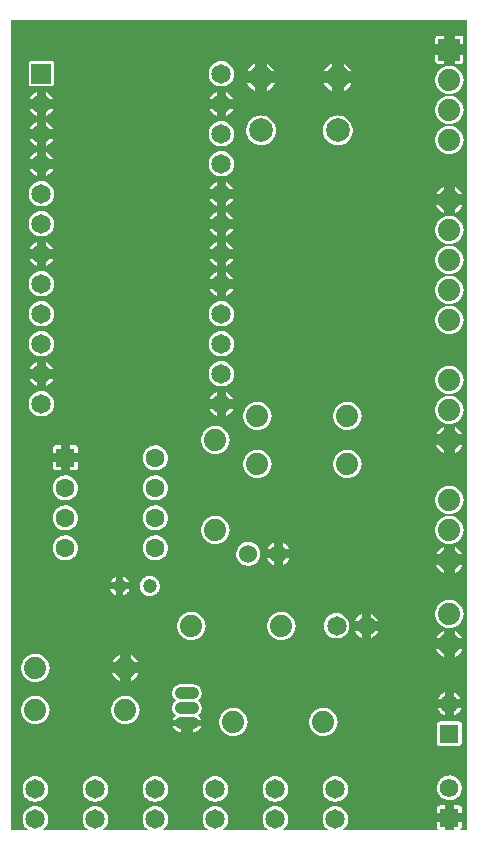
<source format=gbl>
G04 ---------------------------- Layer name :BOTTOM LAYER*
G04 EasyEDA v5.8.19, Sun, 04 Nov 2018 19:37:38 GMT*
G04 39a5a3eee63b4c27b5b8cc1c142ef1ff*
G04 Gerber Generator version 0.2*
G04 Scale: 100 percent, Rotated: No, Reflected: No *
G04 Dimensions in inches *
G04 leading zeros omitted , absolute positions ,2 integer and 4 decimal *
%FSLAX24Y24*%
%MOIN*%
G90*
G70D02*

%ADD11C,0.074000*%
%ADD12C,0.065000*%
%ADD13C,0.078740*%
%ADD14C,0.047000*%
%ADD15R,0.063000X0.063000*%
%ADD16C,0.063000*%
%ADD17R,0.062000X0.062000*%
%ADD18C,0.062000*%
%ADD19R,0.074000X0.074000*%
%ADD20R,0.065000X0.065000*%
%ADD21C,0.060000*%
%ADD22C,0.039370*%

%LPD*%
G36*
G01X839Y284D02*
G01X263Y284D01*
G01X263Y27284D01*
G01X15463Y27284D01*
G01X15463Y284D01*
G01X15216Y284D01*
G01X15216Y285D01*
G01X15220Y287D01*
G01X15224Y289D01*
G01X15227Y291D01*
G01X15231Y293D01*
G01X15234Y296D01*
G01X15237Y298D01*
G01X15240Y301D01*
G01X15243Y304D01*
G01X15246Y307D01*
G01X15249Y310D01*
G01X15251Y313D01*
G01X15254Y316D01*
G01X15256Y320D01*
G01X15258Y323D01*
G01X15260Y327D01*
G01X15262Y331D01*
G01X15264Y334D01*
G01X15266Y338D01*
G01X15267Y342D01*
G01X15268Y346D01*
G01X15269Y350D01*
G01X15270Y354D01*
G01X15271Y358D01*
G01X15272Y362D01*
G01X15272Y366D01*
G01X15272Y370D01*
G01X15273Y375D01*
G01X15273Y529D01*
G01X15018Y529D01*
G01X15018Y284D01*
G01X14707Y284D01*
G01X14707Y529D01*
G01X14452Y529D01*
G01X14452Y375D01*
G01X14453Y370D01*
G01X14453Y366D01*
G01X14453Y362D01*
G01X14454Y358D01*
G01X14455Y354D01*
G01X14456Y350D01*
G01X14457Y346D01*
G01X14458Y342D01*
G01X14459Y338D01*
G01X14461Y334D01*
G01X14463Y331D01*
G01X14465Y327D01*
G01X14467Y323D01*
G01X14469Y320D01*
G01X14471Y316D01*
G01X14474Y313D01*
G01X14476Y310D01*
G01X14479Y307D01*
G01X14482Y304D01*
G01X14485Y301D01*
G01X14488Y298D01*
G01X14491Y296D01*
G01X14494Y293D01*
G01X14498Y291D01*
G01X14501Y289D01*
G01X14505Y287D01*
G01X14509Y285D01*
G01X14509Y284D01*
G01X11286Y284D01*
G01X11294Y289D01*
G01X11328Y313D01*
G01X11360Y342D01*
G01X11389Y373D01*
G01X11414Y407D01*
G01X11437Y443D01*
G01X11455Y481D01*
G01X11470Y521D01*
G01X11480Y562D01*
G01X11486Y604D01*
G01X11489Y646D01*
G01X11486Y689D01*
G01X11480Y731D01*
G01X11470Y772D01*
G01X11455Y812D01*
G01X11437Y850D01*
G01X11414Y886D01*
G01X11389Y920D01*
G01X11360Y951D01*
G01X11328Y980D01*
G01X11294Y1004D01*
G01X11257Y1026D01*
G01X11218Y1043D01*
G01X11178Y1057D01*
G01X11136Y1066D01*
G01X11094Y1071D01*
G01X11052Y1072D01*
G01X11010Y1069D01*
G01X10968Y1062D01*
G01X10927Y1050D01*
G01X10887Y1035D01*
G01X10850Y1015D01*
G01X10814Y992D01*
G01X10781Y966D01*
G01X10750Y936D01*
G01X10723Y904D01*
G01X10699Y869D01*
G01X10679Y831D01*
G01X10662Y792D01*
G01X10650Y752D01*
G01X10641Y710D01*
G01X10637Y668D01*
G01X10637Y625D01*
G01X10641Y583D01*
G01X10650Y541D01*
G01X10662Y501D01*
G01X10679Y462D01*
G01X10699Y424D01*
G01X10723Y389D01*
G01X10750Y357D01*
G01X10781Y327D01*
G01X10814Y301D01*
G01X10839Y284D01*
G01X9286Y284D01*
G01X9294Y289D01*
G01X9328Y313D01*
G01X9360Y342D01*
G01X9389Y373D01*
G01X9414Y407D01*
G01X9437Y443D01*
G01X9455Y481D01*
G01X9470Y521D01*
G01X9480Y562D01*
G01X9486Y604D01*
G01X9489Y646D01*
G01X9486Y689D01*
G01X9480Y731D01*
G01X9470Y772D01*
G01X9455Y812D01*
G01X9437Y850D01*
G01X9414Y886D01*
G01X9389Y920D01*
G01X9360Y951D01*
G01X9328Y980D01*
G01X9294Y1004D01*
G01X9257Y1026D01*
G01X9218Y1043D01*
G01X9178Y1057D01*
G01X9136Y1066D01*
G01X9094Y1071D01*
G01X9052Y1072D01*
G01X9010Y1069D01*
G01X8968Y1062D01*
G01X8927Y1050D01*
G01X8887Y1035D01*
G01X8850Y1015D01*
G01X8814Y992D01*
G01X8781Y966D01*
G01X8750Y936D01*
G01X8723Y904D01*
G01X8699Y869D01*
G01X8679Y831D01*
G01X8662Y792D01*
G01X8650Y752D01*
G01X8641Y710D01*
G01X8637Y668D01*
G01X8637Y625D01*
G01X8641Y583D01*
G01X8650Y541D01*
G01X8662Y501D01*
G01X8679Y462D01*
G01X8699Y424D01*
G01X8723Y389D01*
G01X8750Y357D01*
G01X8781Y327D01*
G01X8814Y301D01*
G01X8839Y284D01*
G01X7286Y284D01*
G01X7294Y289D01*
G01X7328Y313D01*
G01X7360Y342D01*
G01X7389Y373D01*
G01X7414Y407D01*
G01X7437Y443D01*
G01X7455Y481D01*
G01X7470Y521D01*
G01X7480Y562D01*
G01X7486Y604D01*
G01X7489Y646D01*
G01X7486Y689D01*
G01X7480Y731D01*
G01X7470Y772D01*
G01X7455Y812D01*
G01X7437Y850D01*
G01X7414Y886D01*
G01X7389Y920D01*
G01X7360Y951D01*
G01X7328Y980D01*
G01X7294Y1004D01*
G01X7257Y1026D01*
G01X7218Y1043D01*
G01X7178Y1057D01*
G01X7136Y1066D01*
G01X7094Y1071D01*
G01X7052Y1072D01*
G01X7010Y1069D01*
G01X6968Y1062D01*
G01X6927Y1050D01*
G01X6887Y1035D01*
G01X6850Y1015D01*
G01X6814Y992D01*
G01X6781Y966D01*
G01X6750Y936D01*
G01X6723Y904D01*
G01X6699Y869D01*
G01X6679Y831D01*
G01X6662Y792D01*
G01X6650Y752D01*
G01X6641Y710D01*
G01X6637Y668D01*
G01X6637Y625D01*
G01X6641Y583D01*
G01X6650Y541D01*
G01X6662Y501D01*
G01X6679Y462D01*
G01X6699Y424D01*
G01X6723Y389D01*
G01X6750Y357D01*
G01X6781Y327D01*
G01X6814Y301D01*
G01X6839Y284D01*
G01X5286Y284D01*
G01X5294Y289D01*
G01X5328Y313D01*
G01X5360Y342D01*
G01X5389Y373D01*
G01X5414Y407D01*
G01X5437Y443D01*
G01X5455Y481D01*
G01X5470Y521D01*
G01X5480Y562D01*
G01X5486Y604D01*
G01X5489Y646D01*
G01X5486Y689D01*
G01X5480Y731D01*
G01X5470Y772D01*
G01X5455Y812D01*
G01X5437Y850D01*
G01X5414Y886D01*
G01X5389Y920D01*
G01X5360Y951D01*
G01X5328Y980D01*
G01X5294Y1004D01*
G01X5257Y1026D01*
G01X5218Y1043D01*
G01X5178Y1057D01*
G01X5136Y1066D01*
G01X5094Y1071D01*
G01X5052Y1072D01*
G01X5010Y1069D01*
G01X4968Y1062D01*
G01X4927Y1050D01*
G01X4887Y1035D01*
G01X4850Y1015D01*
G01X4814Y992D01*
G01X4781Y966D01*
G01X4750Y936D01*
G01X4723Y904D01*
G01X4699Y869D01*
G01X4679Y831D01*
G01X4662Y792D01*
G01X4650Y752D01*
G01X4641Y710D01*
G01X4637Y668D01*
G01X4637Y625D01*
G01X4641Y583D01*
G01X4650Y541D01*
G01X4662Y501D01*
G01X4679Y462D01*
G01X4699Y424D01*
G01X4723Y389D01*
G01X4750Y357D01*
G01X4781Y327D01*
G01X4814Y301D01*
G01X4839Y284D01*
G01X3286Y284D01*
G01X3294Y289D01*
G01X3328Y313D01*
G01X3360Y342D01*
G01X3389Y373D01*
G01X3414Y407D01*
G01X3437Y443D01*
G01X3455Y481D01*
G01X3470Y521D01*
G01X3480Y562D01*
G01X3486Y604D01*
G01X3489Y646D01*
G01X3486Y689D01*
G01X3480Y731D01*
G01X3470Y772D01*
G01X3455Y812D01*
G01X3437Y850D01*
G01X3414Y886D01*
G01X3389Y920D01*
G01X3360Y951D01*
G01X3328Y980D01*
G01X3294Y1004D01*
G01X3257Y1026D01*
G01X3218Y1043D01*
G01X3178Y1057D01*
G01X3136Y1066D01*
G01X3094Y1071D01*
G01X3052Y1072D01*
G01X3010Y1069D01*
G01X2968Y1062D01*
G01X2927Y1050D01*
G01X2887Y1035D01*
G01X2850Y1015D01*
G01X2814Y992D01*
G01X2781Y966D01*
G01X2750Y936D01*
G01X2723Y904D01*
G01X2699Y869D01*
G01X2679Y831D01*
G01X2662Y792D01*
G01X2650Y752D01*
G01X2641Y710D01*
G01X2637Y668D01*
G01X2637Y625D01*
G01X2641Y583D01*
G01X2650Y541D01*
G01X2662Y501D01*
G01X2679Y462D01*
G01X2699Y424D01*
G01X2723Y389D01*
G01X2750Y357D01*
G01X2781Y327D01*
G01X2814Y301D01*
G01X2839Y284D01*
G01X1286Y284D01*
G01X1294Y289D01*
G01X1328Y313D01*
G01X1360Y342D01*
G01X1389Y373D01*
G01X1414Y407D01*
G01X1437Y443D01*
G01X1455Y481D01*
G01X1470Y521D01*
G01X1480Y562D01*
G01X1486Y604D01*
G01X1489Y646D01*
G01X1486Y689D01*
G01X1480Y731D01*
G01X1470Y772D01*
G01X1455Y812D01*
G01X1437Y850D01*
G01X1414Y886D01*
G01X1389Y920D01*
G01X1360Y951D01*
G01X1328Y980D01*
G01X1294Y1004D01*
G01X1257Y1026D01*
G01X1218Y1043D01*
G01X1178Y1057D01*
G01X1136Y1066D01*
G01X1094Y1071D01*
G01X1052Y1072D01*
G01X1010Y1069D01*
G01X968Y1062D01*
G01X927Y1050D01*
G01X887Y1035D01*
G01X850Y1015D01*
G01X814Y992D01*
G01X781Y966D01*
G01X750Y936D01*
G01X723Y904D01*
G01X699Y869D01*
G01X679Y831D01*
G01X662Y792D01*
G01X650Y752D01*
G01X641Y710D01*
G01X637Y668D01*
G01X637Y625D01*
G01X641Y583D01*
G01X650Y541D01*
G01X662Y501D01*
G01X679Y462D01*
G01X699Y424D01*
G01X723Y389D01*
G01X750Y357D01*
G01X781Y327D01*
G01X814Y301D01*
G01X839Y284D01*
G37*

%LPC*%
G36*
G01X14393Y26654D02*
G01X14393Y26469D01*
G01X14677Y26469D01*
G01X14677Y26754D01*
G01X14493Y26754D01*
G01X14488Y26754D01*
G01X14484Y26754D01*
G01X14480Y26754D01*
G01X14476Y26753D01*
G01X14472Y26752D01*
G01X14468Y26751D01*
G01X14464Y26750D01*
G01X14460Y26749D01*
G01X14456Y26748D01*
G01X14452Y26746D01*
G01X14449Y26744D01*
G01X14445Y26742D01*
G01X14441Y26740D01*
G01X14438Y26738D01*
G01X14434Y26736D01*
G01X14431Y26733D01*
G01X14428Y26731D01*
G01X14425Y26728D01*
G01X14422Y26725D01*
G01X14419Y26722D01*
G01X14416Y26719D01*
G01X14414Y26716D01*
G01X14411Y26713D01*
G01X14409Y26709D01*
G01X14407Y26706D01*
G01X14405Y26702D01*
G01X14403Y26698D01*
G01X14401Y26695D01*
G01X14399Y26691D01*
G01X14398Y26687D01*
G01X14397Y26683D01*
G01X14396Y26679D01*
G01X14395Y26675D01*
G01X14394Y26671D01*
G01X14393Y26667D01*
G01X14393Y26663D01*
G01X14393Y26659D01*
G01X14393Y26654D01*
G37*
G36*
G01X15048Y26754D02*
G01X15048Y26469D01*
G01X15332Y26469D01*
G01X15332Y26654D01*
G01X15332Y26659D01*
G01X15332Y26663D01*
G01X15332Y26667D01*
G01X15331Y26671D01*
G01X15330Y26675D01*
G01X15329Y26679D01*
G01X15328Y26683D01*
G01X15327Y26687D01*
G01X15326Y26691D01*
G01X15324Y26695D01*
G01X15322Y26698D01*
G01X15320Y26702D01*
G01X15318Y26706D01*
G01X15316Y26709D01*
G01X15314Y26713D01*
G01X15311Y26716D01*
G01X15309Y26719D01*
G01X15306Y26722D01*
G01X15303Y26725D01*
G01X15300Y26728D01*
G01X15297Y26731D01*
G01X15294Y26733D01*
G01X15291Y26736D01*
G01X15287Y26738D01*
G01X15284Y26740D01*
G01X15280Y26742D01*
G01X15276Y26744D01*
G01X15273Y26746D01*
G01X15269Y26748D01*
G01X15265Y26749D01*
G01X15261Y26750D01*
G01X15257Y26751D01*
G01X15253Y26752D01*
G01X15249Y26753D01*
G01X15245Y26754D01*
G01X15241Y26754D01*
G01X15237Y26754D01*
G01X15232Y26754D01*
G01X15048Y26754D01*
G37*
G36*
G01X14488Y25815D02*
G01X14493Y25815D01*
G01X14677Y25815D01*
G01X14677Y26100D01*
G01X14393Y26100D01*
G01X14393Y25915D01*
G01X14393Y25910D01*
G01X14393Y25906D01*
G01X14393Y25902D01*
G01X14394Y25898D01*
G01X14395Y25894D01*
G01X14396Y25890D01*
G01X14397Y25886D01*
G01X14398Y25882D01*
G01X14399Y25878D01*
G01X14401Y25874D01*
G01X14403Y25871D01*
G01X14405Y25867D01*
G01X14407Y25863D01*
G01X14409Y25860D01*
G01X14411Y25856D01*
G01X14414Y25853D01*
G01X14416Y25850D01*
G01X14419Y25847D01*
G01X14422Y25844D01*
G01X14425Y25841D01*
G01X14428Y25838D01*
G01X14431Y25836D01*
G01X14434Y25833D01*
G01X14438Y25831D01*
G01X14441Y25829D01*
G01X14445Y25827D01*
G01X14449Y25825D01*
G01X14452Y25823D01*
G01X14456Y25821D01*
G01X14460Y25820D01*
G01X14464Y25819D01*
G01X14468Y25818D01*
G01X14472Y25817D01*
G01X14476Y25816D01*
G01X14480Y25815D01*
G01X14484Y25815D01*
G01X14488Y25815D01*
G37*
G36*
G01X15048Y26100D02*
G01X15048Y25815D01*
G01X15232Y25815D01*
G01X15237Y25815D01*
G01X15241Y25815D01*
G01X15245Y25815D01*
G01X15249Y25816D01*
G01X15253Y25817D01*
G01X15257Y25818D01*
G01X15261Y25819D01*
G01X15265Y25820D01*
G01X15269Y25821D01*
G01X15273Y25823D01*
G01X15276Y25825D01*
G01X15280Y25827D01*
G01X15284Y25829D01*
G01X15287Y25831D01*
G01X15291Y25833D01*
G01X15294Y25836D01*
G01X15297Y25838D01*
G01X15300Y25841D01*
G01X15303Y25844D01*
G01X15306Y25847D01*
G01X15309Y25850D01*
G01X15311Y25853D01*
G01X15314Y25856D01*
G01X15316Y25860D01*
G01X15318Y25863D01*
G01X15320Y25867D01*
G01X15322Y25871D01*
G01X15324Y25874D01*
G01X15326Y25878D01*
G01X15327Y25882D01*
G01X15328Y25886D01*
G01X15329Y25890D01*
G01X15330Y25894D01*
G01X15331Y25898D01*
G01X15332Y25902D01*
G01X15332Y25906D01*
G01X15332Y25910D01*
G01X15332Y25915D01*
G01X15332Y26100D01*
G01X15048Y26100D01*
G37*
G36*
G01X10696Y25585D02*
G01X10689Y25567D01*
G01X10945Y25567D01*
G01X10945Y25824D01*
G01X10939Y25821D01*
G01X10895Y25799D01*
G01X10853Y25772D01*
G01X10815Y25741D01*
G01X10779Y25707D01*
G01X10748Y25669D01*
G01X10720Y25628D01*
G01X10696Y25585D01*
G37*
G36*
G01X11339Y25824D02*
G01X11339Y25567D01*
G01X11596Y25567D01*
G01X11576Y25607D01*
G01X11551Y25649D01*
G01X11521Y25688D01*
G01X11487Y25724D01*
G01X11450Y25757D01*
G01X11410Y25786D01*
G01X11368Y25811D01*
G01X11339Y25824D01*
G37*
G36*
G01X8137Y25585D02*
G01X8130Y25567D01*
G01X8386Y25567D01*
G01X8386Y25824D01*
G01X8380Y25821D01*
G01X8336Y25799D01*
G01X8294Y25772D01*
G01X8256Y25741D01*
G01X8220Y25707D01*
G01X8189Y25669D01*
G01X8161Y25628D01*
G01X8137Y25585D01*
G37*
G36*
G01X8780Y25824D02*
G01X8780Y25567D01*
G01X9037Y25567D01*
G01X9017Y25607D01*
G01X8992Y25649D01*
G01X8962Y25688D01*
G01X8928Y25724D01*
G01X8891Y25757D01*
G01X8851Y25786D01*
G01X8809Y25811D01*
G01X8780Y25824D01*
G37*
G36*
G01X15018Y1094D02*
G01X15018Y840D01*
G01X15273Y840D01*
G01X15273Y994D01*
G01X15272Y999D01*
G01X15272Y1003D01*
G01X15272Y1007D01*
G01X15271Y1011D01*
G01X15270Y1015D01*
G01X15269Y1019D01*
G01X15268Y1023D01*
G01X15267Y1027D01*
G01X15266Y1031D01*
G01X15264Y1035D01*
G01X15262Y1038D01*
G01X15260Y1042D01*
G01X15258Y1046D01*
G01X15256Y1049D01*
G01X15254Y1053D01*
G01X15251Y1056D01*
G01X15249Y1059D01*
G01X15246Y1062D01*
G01X15243Y1065D01*
G01X15240Y1068D01*
G01X15237Y1071D01*
G01X15234Y1073D01*
G01X15231Y1076D01*
G01X15227Y1078D01*
G01X15224Y1080D01*
G01X15220Y1082D01*
G01X15216Y1084D01*
G01X15213Y1086D01*
G01X15209Y1088D01*
G01X15205Y1089D01*
G01X15201Y1090D01*
G01X15197Y1091D01*
G01X15193Y1092D01*
G01X15189Y1093D01*
G01X15185Y1094D01*
G01X15181Y1094D01*
G01X15177Y1094D01*
G01X15173Y1094D01*
G01X15018Y1094D01*
G37*
G36*
G01X14452Y994D02*
G01X14452Y840D01*
G01X14707Y840D01*
G01X14707Y1094D01*
G01X14552Y1094D01*
G01X14548Y1094D01*
G01X14544Y1094D01*
G01X14540Y1094D01*
G01X14536Y1093D01*
G01X14532Y1092D01*
G01X14528Y1091D01*
G01X14524Y1090D01*
G01X14520Y1089D01*
G01X14516Y1088D01*
G01X14512Y1086D01*
G01X14509Y1084D01*
G01X14505Y1082D01*
G01X14501Y1080D01*
G01X14498Y1078D01*
G01X14494Y1076D01*
G01X14491Y1073D01*
G01X14488Y1071D01*
G01X14485Y1068D01*
G01X14482Y1065D01*
G01X14479Y1062D01*
G01X14476Y1059D01*
G01X14474Y1056D01*
G01X14471Y1053D01*
G01X14469Y1049D01*
G01X14467Y1046D01*
G01X14465Y1042D01*
G01X14463Y1038D01*
G01X14461Y1035D01*
G01X14459Y1031D01*
G01X14458Y1027D01*
G01X14457Y1023D01*
G01X14456Y1019D01*
G01X14455Y1015D01*
G01X14454Y1011D01*
G01X14453Y1007D01*
G01X14453Y1003D01*
G01X14453Y999D01*
G01X14452Y994D01*
G37*
G36*
G01X1010Y1224D02*
G01X1052Y1221D01*
G01X1094Y1222D01*
G01X1136Y1227D01*
G01X1178Y1236D01*
G01X1218Y1250D01*
G01X1257Y1267D01*
G01X1294Y1289D01*
G01X1328Y1313D01*
G01X1360Y1342D01*
G01X1389Y1373D01*
G01X1414Y1407D01*
G01X1437Y1443D01*
G01X1455Y1481D01*
G01X1470Y1521D01*
G01X1480Y1562D01*
G01X1486Y1604D01*
G01X1489Y1646D01*
G01X1486Y1689D01*
G01X1480Y1731D01*
G01X1470Y1772D01*
G01X1455Y1812D01*
G01X1437Y1850D01*
G01X1414Y1886D01*
G01X1389Y1920D01*
G01X1360Y1951D01*
G01X1328Y1980D01*
G01X1294Y2004D01*
G01X1257Y2026D01*
G01X1218Y2043D01*
G01X1178Y2057D01*
G01X1136Y2066D01*
G01X1094Y2071D01*
G01X1052Y2072D01*
G01X1010Y2069D01*
G01X968Y2062D01*
G01X927Y2050D01*
G01X887Y2035D01*
G01X850Y2015D01*
G01X814Y1992D01*
G01X781Y1966D01*
G01X750Y1936D01*
G01X723Y1904D01*
G01X699Y1869D01*
G01X679Y1831D01*
G01X662Y1792D01*
G01X650Y1752D01*
G01X641Y1710D01*
G01X637Y1668D01*
G01X637Y1625D01*
G01X641Y1583D01*
G01X650Y1541D01*
G01X662Y1501D01*
G01X679Y1462D01*
G01X699Y1424D01*
G01X723Y1389D01*
G01X750Y1357D01*
G01X781Y1327D01*
G01X814Y1301D01*
G01X850Y1278D01*
G01X887Y1258D01*
G01X927Y1243D01*
G01X968Y1231D01*
G01X1010Y1224D01*
G37*
G36*
G01X5010Y1224D02*
G01X5052Y1221D01*
G01X5094Y1222D01*
G01X5136Y1227D01*
G01X5178Y1236D01*
G01X5218Y1250D01*
G01X5257Y1267D01*
G01X5294Y1289D01*
G01X5328Y1313D01*
G01X5360Y1342D01*
G01X5389Y1373D01*
G01X5414Y1407D01*
G01X5437Y1443D01*
G01X5455Y1481D01*
G01X5470Y1521D01*
G01X5480Y1562D01*
G01X5486Y1604D01*
G01X5489Y1646D01*
G01X5486Y1689D01*
G01X5480Y1731D01*
G01X5470Y1772D01*
G01X5455Y1812D01*
G01X5437Y1850D01*
G01X5414Y1886D01*
G01X5389Y1920D01*
G01X5360Y1951D01*
G01X5328Y1980D01*
G01X5294Y2004D01*
G01X5257Y2026D01*
G01X5218Y2043D01*
G01X5178Y2057D01*
G01X5136Y2066D01*
G01X5094Y2071D01*
G01X5052Y2072D01*
G01X5010Y2069D01*
G01X4968Y2062D01*
G01X4927Y2050D01*
G01X4887Y2035D01*
G01X4850Y2015D01*
G01X4814Y1992D01*
G01X4781Y1966D01*
G01X4750Y1936D01*
G01X4723Y1904D01*
G01X4699Y1869D01*
G01X4679Y1831D01*
G01X4662Y1792D01*
G01X4650Y1752D01*
G01X4641Y1710D01*
G01X4637Y1668D01*
G01X4637Y1625D01*
G01X4641Y1583D01*
G01X4650Y1541D01*
G01X4662Y1501D01*
G01X4679Y1462D01*
G01X4699Y1424D01*
G01X4723Y1389D01*
G01X4750Y1357D01*
G01X4781Y1327D01*
G01X4814Y1301D01*
G01X4850Y1278D01*
G01X4887Y1258D01*
G01X4927Y1243D01*
G01X4968Y1231D01*
G01X5010Y1224D01*
G37*
G36*
G01X3010Y1224D02*
G01X3052Y1221D01*
G01X3094Y1222D01*
G01X3136Y1227D01*
G01X3178Y1236D01*
G01X3218Y1250D01*
G01X3257Y1267D01*
G01X3294Y1289D01*
G01X3328Y1313D01*
G01X3360Y1342D01*
G01X3389Y1373D01*
G01X3414Y1407D01*
G01X3437Y1443D01*
G01X3455Y1481D01*
G01X3470Y1521D01*
G01X3480Y1562D01*
G01X3486Y1604D01*
G01X3489Y1646D01*
G01X3486Y1689D01*
G01X3480Y1731D01*
G01X3470Y1772D01*
G01X3455Y1812D01*
G01X3437Y1850D01*
G01X3414Y1886D01*
G01X3389Y1920D01*
G01X3360Y1951D01*
G01X3328Y1980D01*
G01X3294Y2004D01*
G01X3257Y2026D01*
G01X3218Y2043D01*
G01X3178Y2057D01*
G01X3136Y2066D01*
G01X3094Y2071D01*
G01X3052Y2072D01*
G01X3010Y2069D01*
G01X2968Y2062D01*
G01X2927Y2050D01*
G01X2887Y2035D01*
G01X2850Y2015D01*
G01X2814Y1992D01*
G01X2781Y1966D01*
G01X2750Y1936D01*
G01X2723Y1904D01*
G01X2699Y1869D01*
G01X2679Y1831D01*
G01X2662Y1792D01*
G01X2650Y1752D01*
G01X2641Y1710D01*
G01X2637Y1668D01*
G01X2637Y1625D01*
G01X2641Y1583D01*
G01X2650Y1541D01*
G01X2662Y1501D01*
G01X2679Y1462D01*
G01X2699Y1424D01*
G01X2723Y1389D01*
G01X2750Y1357D01*
G01X2781Y1327D01*
G01X2814Y1301D01*
G01X2850Y1278D01*
G01X2887Y1258D01*
G01X2927Y1243D01*
G01X2968Y1231D01*
G01X3010Y1224D01*
G37*
G36*
G01X11010Y1224D02*
G01X11052Y1221D01*
G01X11094Y1222D01*
G01X11136Y1227D01*
G01X11178Y1236D01*
G01X11218Y1250D01*
G01X11257Y1267D01*
G01X11294Y1289D01*
G01X11328Y1313D01*
G01X11360Y1342D01*
G01X11389Y1373D01*
G01X11414Y1407D01*
G01X11437Y1443D01*
G01X11455Y1481D01*
G01X11470Y1521D01*
G01X11480Y1562D01*
G01X11486Y1604D01*
G01X11489Y1646D01*
G01X11486Y1689D01*
G01X11480Y1731D01*
G01X11470Y1772D01*
G01X11455Y1812D01*
G01X11437Y1850D01*
G01X11414Y1886D01*
G01X11389Y1920D01*
G01X11360Y1951D01*
G01X11328Y1980D01*
G01X11294Y2004D01*
G01X11257Y2026D01*
G01X11218Y2043D01*
G01X11178Y2057D01*
G01X11136Y2066D01*
G01X11094Y2071D01*
G01X11052Y2072D01*
G01X11010Y2069D01*
G01X10968Y2062D01*
G01X10927Y2050D01*
G01X10887Y2035D01*
G01X10850Y2015D01*
G01X10814Y1992D01*
G01X10781Y1966D01*
G01X10750Y1936D01*
G01X10723Y1904D01*
G01X10699Y1869D01*
G01X10679Y1831D01*
G01X10662Y1792D01*
G01X10650Y1752D01*
G01X10641Y1710D01*
G01X10637Y1668D01*
G01X10637Y1625D01*
G01X10641Y1583D01*
G01X10650Y1541D01*
G01X10662Y1501D01*
G01X10679Y1462D01*
G01X10699Y1424D01*
G01X10723Y1389D01*
G01X10750Y1357D01*
G01X10781Y1327D01*
G01X10814Y1301D01*
G01X10850Y1278D01*
G01X10887Y1258D01*
G01X10927Y1243D01*
G01X10968Y1231D01*
G01X11010Y1224D01*
G37*
G36*
G01X9010Y1224D02*
G01X9052Y1221D01*
G01X9094Y1222D01*
G01X9136Y1227D01*
G01X9178Y1236D01*
G01X9218Y1250D01*
G01X9257Y1267D01*
G01X9294Y1289D01*
G01X9328Y1313D01*
G01X9360Y1342D01*
G01X9389Y1373D01*
G01X9414Y1407D01*
G01X9437Y1443D01*
G01X9455Y1481D01*
G01X9470Y1521D01*
G01X9480Y1562D01*
G01X9486Y1604D01*
G01X9489Y1646D01*
G01X9486Y1689D01*
G01X9480Y1731D01*
G01X9470Y1772D01*
G01X9455Y1812D01*
G01X9437Y1850D01*
G01X9414Y1886D01*
G01X9389Y1920D01*
G01X9360Y1951D01*
G01X9328Y1980D01*
G01X9294Y2004D01*
G01X9257Y2026D01*
G01X9218Y2043D01*
G01X9178Y2057D01*
G01X9136Y2066D01*
G01X9094Y2071D01*
G01X9052Y2072D01*
G01X9010Y2069D01*
G01X8968Y2062D01*
G01X8927Y2050D01*
G01X8887Y2035D01*
G01X8850Y2015D01*
G01X8814Y1992D01*
G01X8781Y1966D01*
G01X8750Y1936D01*
G01X8723Y1904D01*
G01X8699Y1869D01*
G01X8679Y1831D01*
G01X8662Y1792D01*
G01X8650Y1752D01*
G01X8641Y1710D01*
G01X8637Y1668D01*
G01X8637Y1625D01*
G01X8641Y1583D01*
G01X8650Y1541D01*
G01X8662Y1501D01*
G01X8679Y1462D01*
G01X8699Y1424D01*
G01X8723Y1389D01*
G01X8750Y1357D01*
G01X8781Y1327D01*
G01X8814Y1301D01*
G01X8850Y1278D01*
G01X8887Y1258D01*
G01X8927Y1243D01*
G01X8968Y1231D01*
G01X9010Y1224D01*
G37*
G36*
G01X7010Y1224D02*
G01X7052Y1221D01*
G01X7094Y1222D01*
G01X7136Y1227D01*
G01X7178Y1236D01*
G01X7218Y1250D01*
G01X7257Y1267D01*
G01X7294Y1289D01*
G01X7328Y1313D01*
G01X7360Y1342D01*
G01X7389Y1373D01*
G01X7414Y1407D01*
G01X7437Y1443D01*
G01X7455Y1481D01*
G01X7470Y1521D01*
G01X7480Y1562D01*
G01X7486Y1604D01*
G01X7489Y1646D01*
G01X7486Y1689D01*
G01X7480Y1731D01*
G01X7470Y1772D01*
G01X7455Y1812D01*
G01X7437Y1850D01*
G01X7414Y1886D01*
G01X7389Y1920D01*
G01X7360Y1951D01*
G01X7328Y1980D01*
G01X7294Y2004D01*
G01X7257Y2026D01*
G01X7218Y2043D01*
G01X7178Y2057D01*
G01X7136Y2066D01*
G01X7094Y2071D01*
G01X7052Y2072D01*
G01X7010Y2069D01*
G01X6968Y2062D01*
G01X6927Y2050D01*
G01X6887Y2035D01*
G01X6850Y2015D01*
G01X6814Y1992D01*
G01X6781Y1966D01*
G01X6750Y1936D01*
G01X6723Y1904D01*
G01X6699Y1869D01*
G01X6679Y1831D01*
G01X6662Y1792D01*
G01X6650Y1752D01*
G01X6641Y1710D01*
G01X6637Y1668D01*
G01X6637Y1625D01*
G01X6641Y1583D01*
G01X6650Y1541D01*
G01X6662Y1501D01*
G01X6679Y1462D01*
G01X6699Y1424D01*
G01X6723Y1389D01*
G01X6750Y1357D01*
G01X6781Y1327D01*
G01X6814Y1301D01*
G01X6850Y1278D01*
G01X6887Y1258D01*
G01X6927Y1243D01*
G01X6968Y1231D01*
G01X7010Y1224D01*
G37*
G36*
G01X14811Y1277D02*
G01X14852Y1274D01*
G01X14893Y1275D01*
G01X14934Y1280D01*
G01X14974Y1289D01*
G01X15013Y1302D01*
G01X15050Y1319D01*
G01X15085Y1339D01*
G01X15119Y1363D01*
G01X15149Y1390D01*
G01X15177Y1420D01*
G01X15202Y1453D01*
G01X15223Y1488D01*
G01X15241Y1525D01*
G01X15255Y1563D01*
G01X15265Y1603D01*
G01X15271Y1644D01*
G01X15273Y1684D01*
G01X15271Y1725D01*
G01X15265Y1766D01*
G01X15255Y1806D01*
G01X15241Y1844D01*
G01X15223Y1881D01*
G01X15202Y1916D01*
G01X15177Y1949D01*
G01X15149Y1979D01*
G01X15119Y2006D01*
G01X15085Y2030D01*
G01X15050Y2050D01*
G01X15013Y2067D01*
G01X14974Y2080D01*
G01X14934Y2089D01*
G01X14893Y2094D01*
G01X14852Y2095D01*
G01X14811Y2092D01*
G01X14771Y2085D01*
G01X14732Y2074D01*
G01X14693Y2059D01*
G01X14657Y2040D01*
G01X14623Y2018D01*
G01X14591Y1993D01*
G01X14561Y1964D01*
G01X14535Y1933D01*
G01X14512Y1899D01*
G01X14492Y1863D01*
G01X14476Y1825D01*
G01X14464Y1786D01*
G01X14456Y1746D01*
G01X14452Y1705D01*
G01X14452Y1664D01*
G01X14456Y1623D01*
G01X14464Y1583D01*
G01X14476Y1544D01*
G01X14492Y1506D01*
G01X14512Y1470D01*
G01X14535Y1436D01*
G01X14561Y1405D01*
G01X14591Y1376D01*
G01X14623Y1351D01*
G01X14657Y1329D01*
G01X14693Y1310D01*
G01X14732Y1295D01*
G01X14771Y1284D01*
G01X14811Y1277D01*
G37*
G36*
G01X14548Y3075D02*
G01X14552Y3075D01*
G01X15173Y3075D01*
G01X15177Y3075D01*
G01X15181Y3075D01*
G01X15185Y3075D01*
G01X15189Y3076D01*
G01X15193Y3077D01*
G01X15197Y3078D01*
G01X15201Y3079D01*
G01X15205Y3080D01*
G01X15209Y3081D01*
G01X15213Y3083D01*
G01X15216Y3085D01*
G01X15220Y3087D01*
G01X15224Y3089D01*
G01X15227Y3091D01*
G01X15231Y3093D01*
G01X15234Y3096D01*
G01X15237Y3098D01*
G01X15240Y3101D01*
G01X15243Y3104D01*
G01X15246Y3107D01*
G01X15249Y3110D01*
G01X15251Y3113D01*
G01X15254Y3116D01*
G01X15256Y3120D01*
G01X15258Y3123D01*
G01X15260Y3127D01*
G01X15262Y3131D01*
G01X15264Y3134D01*
G01X15266Y3138D01*
G01X15267Y3142D01*
G01X15268Y3146D01*
G01X15269Y3150D01*
G01X15270Y3154D01*
G01X15271Y3158D01*
G01X15272Y3162D01*
G01X15272Y3166D01*
G01X15272Y3170D01*
G01X15273Y3175D01*
G01X15273Y3794D01*
G01X15272Y3799D01*
G01X15272Y3803D01*
G01X15272Y3807D01*
G01X15271Y3811D01*
G01X15270Y3815D01*
G01X15269Y3819D01*
G01X15268Y3823D01*
G01X15267Y3827D01*
G01X15266Y3831D01*
G01X15264Y3835D01*
G01X15262Y3838D01*
G01X15260Y3842D01*
G01X15258Y3846D01*
G01X15256Y3849D01*
G01X15254Y3853D01*
G01X15251Y3856D01*
G01X15249Y3859D01*
G01X15246Y3862D01*
G01X15243Y3865D01*
G01X15240Y3868D01*
G01X15237Y3871D01*
G01X15234Y3873D01*
G01X15231Y3876D01*
G01X15227Y3878D01*
G01X15224Y3880D01*
G01X15220Y3882D01*
G01X15216Y3884D01*
G01X15213Y3886D01*
G01X15209Y3888D01*
G01X15205Y3889D01*
G01X15201Y3890D01*
G01X15197Y3891D01*
G01X15193Y3892D01*
G01X15189Y3893D01*
G01X15185Y3894D01*
G01X15181Y3894D01*
G01X15177Y3894D01*
G01X15173Y3894D01*
G01X14552Y3894D01*
G01X14548Y3894D01*
G01X14544Y3894D01*
G01X14540Y3894D01*
G01X14536Y3893D01*
G01X14532Y3892D01*
G01X14528Y3891D01*
G01X14524Y3890D01*
G01X14520Y3889D01*
G01X14516Y3888D01*
G01X14512Y3886D01*
G01X14509Y3884D01*
G01X14505Y3882D01*
G01X14501Y3880D01*
G01X14498Y3878D01*
G01X14494Y3876D01*
G01X14491Y3873D01*
G01X14488Y3871D01*
G01X14485Y3868D01*
G01X14482Y3865D01*
G01X14479Y3862D01*
G01X14476Y3859D01*
G01X14474Y3856D01*
G01X14471Y3853D01*
G01X14469Y3849D01*
G01X14467Y3846D01*
G01X14465Y3842D01*
G01X14463Y3838D01*
G01X14461Y3835D01*
G01X14459Y3831D01*
G01X14458Y3827D01*
G01X14457Y3823D01*
G01X14456Y3819D01*
G01X14455Y3815D01*
G01X14454Y3811D01*
G01X14453Y3807D01*
G01X14453Y3803D01*
G01X14453Y3799D01*
G01X14452Y3794D01*
G01X14452Y3175D01*
G01X14453Y3170D01*
G01X14453Y3166D01*
G01X14453Y3162D01*
G01X14454Y3158D01*
G01X14455Y3154D01*
G01X14456Y3150D01*
G01X14457Y3146D01*
G01X14458Y3142D01*
G01X14459Y3138D01*
G01X14461Y3134D01*
G01X14463Y3131D01*
G01X14465Y3127D01*
G01X14467Y3123D01*
G01X14469Y3120D01*
G01X14471Y3116D01*
G01X14474Y3113D01*
G01X14476Y3110D01*
G01X14479Y3107D01*
G01X14482Y3104D01*
G01X14485Y3101D01*
G01X14488Y3098D01*
G01X14491Y3096D01*
G01X14494Y3093D01*
G01X14498Y3091D01*
G01X14501Y3089D01*
G01X14505Y3087D01*
G01X14509Y3085D01*
G01X14512Y3083D01*
G01X14516Y3081D01*
G01X14520Y3080D01*
G01X14524Y3079D01*
G01X14528Y3078D01*
G01X14532Y3077D01*
G01X14536Y3076D01*
G01X14540Y3075D01*
G01X14544Y3075D01*
G01X14548Y3075D01*
G37*
G36*
G01X10604Y3417D02*
G01X10651Y3414D01*
G01X10698Y3415D01*
G01X10744Y3421D01*
G01X10790Y3431D01*
G01X10835Y3446D01*
G01X10877Y3465D01*
G01X10918Y3489D01*
G01X10956Y3516D01*
G01X10991Y3547D01*
G01X11023Y3582D01*
G01X11052Y3619D01*
G01X11076Y3659D01*
G01X11097Y3702D01*
G01X11113Y3746D01*
G01X11124Y3791D01*
G01X11131Y3838D01*
G01X11134Y3884D01*
G01X11131Y3931D01*
G01X11124Y3978D01*
G01X11113Y4023D01*
G01X11097Y4067D01*
G01X11076Y4110D01*
G01X11052Y4150D01*
G01X11023Y4187D01*
G01X10991Y4222D01*
G01X10956Y4253D01*
G01X10918Y4280D01*
G01X10877Y4304D01*
G01X10835Y4323D01*
G01X10790Y4338D01*
G01X10744Y4348D01*
G01X10698Y4354D01*
G01X10651Y4355D01*
G01X10604Y4352D01*
G01X10558Y4344D01*
G01X10512Y4331D01*
G01X10469Y4314D01*
G01X10427Y4292D01*
G01X10388Y4267D01*
G01X10351Y4238D01*
G01X10317Y4205D01*
G01X10287Y4169D01*
G01X10261Y4130D01*
G01X10238Y4089D01*
G01X10220Y4046D01*
G01X10206Y4001D01*
G01X10197Y3955D01*
G01X10192Y3908D01*
G01X10192Y3861D01*
G01X10197Y3814D01*
G01X10206Y3768D01*
G01X10220Y3723D01*
G01X10238Y3680D01*
G01X10261Y3639D01*
G01X10287Y3600D01*
G01X10317Y3564D01*
G01X10351Y3531D01*
G01X10388Y3502D01*
G01X10427Y3477D01*
G01X10469Y3455D01*
G01X10512Y3438D01*
G01X10558Y3425D01*
G01X10604Y3417D01*
G37*
G36*
G01X7604Y3417D02*
G01X7651Y3414D01*
G01X7698Y3415D01*
G01X7744Y3421D01*
G01X7790Y3431D01*
G01X7835Y3446D01*
G01X7877Y3465D01*
G01X7918Y3489D01*
G01X7956Y3516D01*
G01X7991Y3547D01*
G01X8023Y3582D01*
G01X8052Y3619D01*
G01X8076Y3659D01*
G01X8097Y3702D01*
G01X8113Y3746D01*
G01X8124Y3791D01*
G01X8131Y3838D01*
G01X8134Y3884D01*
G01X8131Y3931D01*
G01X8124Y3978D01*
G01X8113Y4023D01*
G01X8097Y4067D01*
G01X8076Y4110D01*
G01X8052Y4150D01*
G01X8023Y4187D01*
G01X7991Y4222D01*
G01X7956Y4253D01*
G01X7918Y4280D01*
G01X7877Y4304D01*
G01X7835Y4323D01*
G01X7790Y4338D01*
G01X7744Y4348D01*
G01X7698Y4354D01*
G01X7651Y4355D01*
G01X7604Y4352D01*
G01X7558Y4344D01*
G01X7512Y4331D01*
G01X7469Y4314D01*
G01X7427Y4292D01*
G01X7388Y4267D01*
G01X7351Y4238D01*
G01X7317Y4205D01*
G01X7287Y4169D01*
G01X7261Y4130D01*
G01X7238Y4089D01*
G01X7220Y4046D01*
G01X7206Y4001D01*
G01X7197Y3955D01*
G01X7192Y3908D01*
G01X7192Y3861D01*
G01X7197Y3814D01*
G01X7206Y3768D01*
G01X7220Y3723D01*
G01X7238Y3680D01*
G01X7261Y3639D01*
G01X7287Y3600D01*
G01X7317Y3564D01*
G01X7351Y3531D01*
G01X7388Y3502D01*
G01X7427Y3477D01*
G01X7469Y3455D01*
G01X7512Y3438D01*
G01X7558Y3425D01*
G01X7604Y3417D01*
G37*
G36*
G01X6309Y3736D02*
G01X6309Y3538D01*
G01X6312Y3538D01*
G01X6322Y3538D01*
G01X6327Y3538D01*
G01X6336Y3539D01*
G01X6341Y3539D01*
G01X6351Y3541D01*
G01X6356Y3541D01*
G01X6366Y3543D01*
G01X6371Y3544D01*
G01X6380Y3546D01*
G01X6385Y3547D01*
G01X6394Y3550D01*
G01X6399Y3552D01*
G01X6408Y3555D01*
G01X6413Y3556D01*
G01X6422Y3560D01*
G01X6427Y3562D01*
G01X6436Y3566D01*
G01X6440Y3568D01*
G01X6449Y3573D01*
G01X6454Y3575D01*
G01X6462Y3580D01*
G01X6466Y3582D01*
G01X6474Y3588D01*
G01X6479Y3591D01*
G01X6487Y3596D01*
G01X6491Y3599D01*
G01X6498Y3606D01*
G01X6502Y3609D01*
G01X6509Y3615D01*
G01X6513Y3619D01*
G01X6520Y3625D01*
G01X6524Y3629D01*
G01X6530Y3636D01*
G01X6534Y3640D01*
G01X6540Y3647D01*
G01X6543Y3651D01*
G01X6549Y3659D01*
G01X6552Y3663D01*
G01X6557Y3671D01*
G01X6560Y3676D01*
G01X6565Y3684D01*
G01X6568Y3688D01*
G01X6572Y3697D01*
G01X6575Y3701D01*
G01X6579Y3710D01*
G01X6581Y3715D01*
G01X6585Y3724D01*
G01X6587Y3728D01*
G01X6589Y3736D01*
G01X6309Y3736D01*
G37*
G36*
G01X5913Y3538D02*
G01X5916Y3538D01*
G01X5916Y3736D01*
G01X5636Y3736D01*
G01X5638Y3728D01*
G01X5640Y3724D01*
G01X5644Y3715D01*
G01X5646Y3710D01*
G01X5650Y3701D01*
G01X5653Y3697D01*
G01X5657Y3688D01*
G01X5660Y3684D01*
G01X5665Y3676D01*
G01X5668Y3671D01*
G01X5673Y3663D01*
G01X5676Y3659D01*
G01X5682Y3651D01*
G01X5685Y3647D01*
G01X5691Y3640D01*
G01X5695Y3636D01*
G01X5701Y3629D01*
G01X5705Y3625D01*
G01X5712Y3619D01*
G01X5716Y3615D01*
G01X5723Y3609D01*
G01X5727Y3606D01*
G01X5734Y3599D01*
G01X5738Y3596D01*
G01X5746Y3591D01*
G01X5751Y3588D01*
G01X5759Y3582D01*
G01X5763Y3580D01*
G01X5771Y3575D01*
G01X5776Y3573D01*
G01X5785Y3568D01*
G01X5789Y3566D01*
G01X5798Y3562D01*
G01X5803Y3560D01*
G01X5812Y3556D01*
G01X5817Y3555D01*
G01X5826Y3552D01*
G01X5831Y3550D01*
G01X5840Y3547D01*
G01X5845Y3546D01*
G01X5854Y3544D01*
G01X5859Y3543D01*
G01X5869Y3541D01*
G01X5874Y3541D01*
G01X5884Y3539D01*
G01X5889Y3539D01*
G01X5898Y3538D01*
G01X5903Y3538D01*
G01X5913Y3538D01*
G37*
G36*
G01X4004Y3817D02*
G01X4051Y3814D01*
G01X4098Y3815D01*
G01X4144Y3821D01*
G01X4190Y3831D01*
G01X4235Y3846D01*
G01X4277Y3865D01*
G01X4318Y3889D01*
G01X4356Y3916D01*
G01X4391Y3947D01*
G01X4423Y3982D01*
G01X4452Y4019D01*
G01X4476Y4059D01*
G01X4497Y4102D01*
G01X4513Y4146D01*
G01X4524Y4191D01*
G01X4531Y4238D01*
G01X4534Y4284D01*
G01X4531Y4331D01*
G01X4524Y4378D01*
G01X4513Y4423D01*
G01X4497Y4467D01*
G01X4476Y4510D01*
G01X4452Y4550D01*
G01X4423Y4587D01*
G01X4391Y4622D01*
G01X4356Y4653D01*
G01X4318Y4680D01*
G01X4277Y4704D01*
G01X4235Y4723D01*
G01X4190Y4738D01*
G01X4144Y4748D01*
G01X4098Y4754D01*
G01X4051Y4755D01*
G01X4004Y4752D01*
G01X3958Y4744D01*
G01X3912Y4731D01*
G01X3869Y4714D01*
G01X3827Y4692D01*
G01X3788Y4667D01*
G01X3751Y4638D01*
G01X3717Y4605D01*
G01X3687Y4569D01*
G01X3661Y4530D01*
G01X3638Y4489D01*
G01X3620Y4446D01*
G01X3606Y4401D01*
G01X3597Y4355D01*
G01X3592Y4308D01*
G01X3592Y4261D01*
G01X3597Y4214D01*
G01X3606Y4168D01*
G01X3620Y4123D01*
G01X3638Y4080D01*
G01X3661Y4039D01*
G01X3687Y4000D01*
G01X3717Y3964D01*
G01X3751Y3931D01*
G01X3788Y3902D01*
G01X3827Y3877D01*
G01X3869Y3855D01*
G01X3912Y3838D01*
G01X3958Y3825D01*
G01X4004Y3817D01*
G37*
G36*
G01X1004Y3817D02*
G01X1051Y3814D01*
G01X1098Y3815D01*
G01X1144Y3821D01*
G01X1190Y3831D01*
G01X1235Y3846D01*
G01X1277Y3865D01*
G01X1318Y3889D01*
G01X1356Y3916D01*
G01X1391Y3947D01*
G01X1423Y3982D01*
G01X1452Y4019D01*
G01X1476Y4059D01*
G01X1497Y4102D01*
G01X1513Y4146D01*
G01X1524Y4191D01*
G01X1531Y4238D01*
G01X1534Y4284D01*
G01X1531Y4331D01*
G01X1524Y4378D01*
G01X1513Y4423D01*
G01X1497Y4467D01*
G01X1476Y4510D01*
G01X1452Y4550D01*
G01X1423Y4587D01*
G01X1391Y4622D01*
G01X1356Y4653D01*
G01X1318Y4680D01*
G01X1277Y4704D01*
G01X1235Y4723D01*
G01X1190Y4738D01*
G01X1144Y4748D01*
G01X1098Y4754D01*
G01X1051Y4755D01*
G01X1004Y4752D01*
G01X958Y4744D01*
G01X912Y4731D01*
G01X869Y4714D01*
G01X827Y4692D01*
G01X788Y4667D01*
G01X751Y4638D01*
G01X717Y4605D01*
G01X687Y4569D01*
G01X661Y4530D01*
G01X638Y4489D01*
G01X620Y4446D01*
G01X606Y4401D01*
G01X597Y4355D01*
G01X592Y4308D01*
G01X592Y4261D01*
G01X597Y4214D01*
G01X606Y4168D01*
G01X620Y4123D01*
G01X638Y4080D01*
G01X661Y4039D01*
G01X687Y4000D01*
G01X717Y3964D01*
G01X751Y3931D01*
G01X788Y3902D01*
G01X827Y3877D01*
G01X869Y3855D01*
G01X912Y3838D01*
G01X958Y3825D01*
G01X1004Y3817D01*
G37*
G36*
G01X5638Y3941D02*
G01X5636Y3933D01*
G01X5916Y3933D01*
G01X5916Y4038D01*
G01X6309Y4038D01*
G01X6309Y3933D01*
G01X6589Y3933D01*
G01X6587Y3941D01*
G01X6585Y3945D01*
G01X6581Y3954D01*
G01X6579Y3959D01*
G01X6575Y3968D01*
G01X6572Y3972D01*
G01X6568Y3981D01*
G01X6565Y3985D01*
G01X6560Y3993D01*
G01X6557Y3998D01*
G01X6552Y4006D01*
G01X6549Y4010D01*
G01X6543Y4018D01*
G01X6540Y4022D01*
G01X6534Y4029D01*
G01X6530Y4033D01*
G01X6524Y4040D01*
G01X6520Y4044D01*
G01X6513Y4050D01*
G01X6509Y4054D01*
G01X6502Y4060D01*
G01X6498Y4063D01*
G01X6491Y4070D01*
G01X6487Y4073D01*
G01X6479Y4078D01*
G01X6474Y4081D01*
G01X6469Y4084D01*
G01X6474Y4088D01*
G01X6479Y4091D01*
G01X6487Y4096D01*
G01X6491Y4099D01*
G01X6498Y4106D01*
G01X6502Y4109D01*
G01X6509Y4115D01*
G01X6513Y4119D01*
G01X6520Y4125D01*
G01X6524Y4129D01*
G01X6530Y4136D01*
G01X6534Y4140D01*
G01X6540Y4147D01*
G01X6543Y4151D01*
G01X6549Y4159D01*
G01X6552Y4163D01*
G01X6557Y4171D01*
G01X6560Y4176D01*
G01X6565Y4184D01*
G01X6568Y4188D01*
G01X6572Y4197D01*
G01X6575Y4201D01*
G01X6579Y4210D01*
G01X6581Y4215D01*
G01X6585Y4224D01*
G01X6587Y4228D01*
G01X6590Y4238D01*
G01X6592Y4242D01*
G01X6594Y4252D01*
G01X6596Y4257D01*
G01X6598Y4266D01*
G01X6599Y4271D01*
G01X6601Y4280D01*
G01X6602Y4285D01*
G01X6604Y4295D01*
G01X6604Y4300D01*
G01X6605Y4310D01*
G01X6606Y4315D01*
G01X6606Y4325D01*
G01X6606Y4330D01*
G01X6606Y4339D01*
G01X6606Y4344D01*
G01X6606Y4354D01*
G01X6605Y4359D01*
G01X6604Y4369D01*
G01X6604Y4374D01*
G01X6602Y4384D01*
G01X6601Y4389D01*
G01X6599Y4398D01*
G01X6598Y4403D01*
G01X6596Y4412D01*
G01X6594Y4417D01*
G01X6592Y4427D01*
G01X6590Y4431D01*
G01X6587Y4441D01*
G01X6585Y4445D01*
G01X6581Y4454D01*
G01X6579Y4459D01*
G01X6575Y4468D01*
G01X6572Y4472D01*
G01X6568Y4481D01*
G01X6565Y4485D01*
G01X6560Y4493D01*
G01X6557Y4498D01*
G01X6552Y4506D01*
G01X6549Y4510D01*
G01X6543Y4518D01*
G01X6540Y4522D01*
G01X6534Y4529D01*
G01X6530Y4533D01*
G01X6524Y4540D01*
G01X6520Y4544D01*
G01X6513Y4550D01*
G01X6509Y4554D01*
G01X6502Y4560D01*
G01X6498Y4563D01*
G01X6491Y4570D01*
G01X6487Y4573D01*
G01X6479Y4578D01*
G01X6474Y4581D01*
G01X6469Y4584D01*
G01X6474Y4588D01*
G01X6479Y4591D01*
G01X6487Y4596D01*
G01X6491Y4599D01*
G01X6498Y4606D01*
G01X6502Y4609D01*
G01X6509Y4615D01*
G01X6513Y4619D01*
G01X6520Y4625D01*
G01X6524Y4629D01*
G01X6530Y4636D01*
G01X6534Y4640D01*
G01X6540Y4647D01*
G01X6543Y4651D01*
G01X6549Y4659D01*
G01X6552Y4663D01*
G01X6557Y4671D01*
G01X6560Y4676D01*
G01X6565Y4684D01*
G01X6568Y4688D01*
G01X6572Y4697D01*
G01X6575Y4701D01*
G01X6579Y4710D01*
G01X6581Y4715D01*
G01X6585Y4724D01*
G01X6587Y4728D01*
G01X6590Y4738D01*
G01X6592Y4742D01*
G01X6594Y4752D01*
G01X6596Y4757D01*
G01X6598Y4766D01*
G01X6599Y4771D01*
G01X6601Y4780D01*
G01X6602Y4785D01*
G01X6604Y4795D01*
G01X6604Y4800D01*
G01X6605Y4810D01*
G01X6606Y4815D01*
G01X6606Y4825D01*
G01X6606Y4830D01*
G01X6606Y4839D01*
G01X6606Y4844D01*
G01X6606Y4854D01*
G01X6605Y4859D01*
G01X6604Y4869D01*
G01X6604Y4874D01*
G01X6602Y4884D01*
G01X6601Y4889D01*
G01X6599Y4898D01*
G01X6598Y4903D01*
G01X6596Y4912D01*
G01X6594Y4917D01*
G01X6592Y4927D01*
G01X6590Y4931D01*
G01X6587Y4941D01*
G01X6585Y4945D01*
G01X6581Y4954D01*
G01X6579Y4959D01*
G01X6575Y4968D01*
G01X6572Y4972D01*
G01X6568Y4981D01*
G01X6565Y4985D01*
G01X6560Y4993D01*
G01X6557Y4998D01*
G01X6552Y5006D01*
G01X6549Y5010D01*
G01X6543Y5018D01*
G01X6540Y5022D01*
G01X6534Y5029D01*
G01X6530Y5033D01*
G01X6524Y5040D01*
G01X6520Y5044D01*
G01X6513Y5050D01*
G01X6509Y5054D01*
G01X6502Y5060D01*
G01X6498Y5063D01*
G01X6491Y5070D01*
G01X6487Y5073D01*
G01X6479Y5078D01*
G01X6474Y5081D01*
G01X6466Y5087D01*
G01X6462Y5089D01*
G01X6454Y5094D01*
G01X6449Y5096D01*
G01X6440Y5101D01*
G01X6436Y5103D01*
G01X6427Y5107D01*
G01X6422Y5109D01*
G01X6413Y5113D01*
G01X6408Y5114D01*
G01X6399Y5117D01*
G01X6394Y5119D01*
G01X6385Y5122D01*
G01X6380Y5123D01*
G01X6371Y5125D01*
G01X6366Y5126D01*
G01X6356Y5128D01*
G01X6351Y5128D01*
G01X6341Y5130D01*
G01X6336Y5130D01*
G01X6327Y5131D01*
G01X6322Y5131D01*
G01X6312Y5131D01*
G01X6309Y5131D01*
G01X5916Y5131D01*
G01X5913Y5131D01*
G01X5903Y5131D01*
G01X5898Y5131D01*
G01X5889Y5130D01*
G01X5884Y5130D01*
G01X5874Y5128D01*
G01X5869Y5128D01*
G01X5859Y5126D01*
G01X5854Y5125D01*
G01X5845Y5123D01*
G01X5840Y5122D01*
G01X5831Y5119D01*
G01X5826Y5117D01*
G01X5817Y5114D01*
G01X5812Y5113D01*
G01X5803Y5109D01*
G01X5798Y5107D01*
G01X5789Y5103D01*
G01X5785Y5101D01*
G01X5776Y5096D01*
G01X5771Y5094D01*
G01X5763Y5089D01*
G01X5759Y5087D01*
G01X5751Y5081D01*
G01X5746Y5078D01*
G01X5738Y5073D01*
G01X5734Y5070D01*
G01X5727Y5063D01*
G01X5723Y5060D01*
G01X5716Y5054D01*
G01X5712Y5050D01*
G01X5705Y5044D01*
G01X5701Y5040D01*
G01X5695Y5033D01*
G01X5691Y5029D01*
G01X5685Y5022D01*
G01X5682Y5018D01*
G01X5676Y5010D01*
G01X5673Y5006D01*
G01X5668Y4998D01*
G01X5665Y4993D01*
G01X5660Y4985D01*
G01X5657Y4981D01*
G01X5653Y4972D01*
G01X5650Y4968D01*
G01X5646Y4959D01*
G01X5644Y4954D01*
G01X5640Y4945D01*
G01X5638Y4941D01*
G01X5635Y4931D01*
G01X5633Y4927D01*
G01X5631Y4917D01*
G01X5629Y4912D01*
G01X5627Y4903D01*
G01X5626Y4898D01*
G01X5624Y4889D01*
G01X5623Y4884D01*
G01X5621Y4874D01*
G01X5621Y4869D01*
G01X5620Y4859D01*
G01X5619Y4854D01*
G01X5619Y4844D01*
G01X5619Y4839D01*
G01X5619Y4830D01*
G01X5619Y4825D01*
G01X5619Y4815D01*
G01X5620Y4810D01*
G01X5621Y4800D01*
G01X5621Y4795D01*
G01X5623Y4785D01*
G01X5624Y4780D01*
G01X5626Y4771D01*
G01X5627Y4766D01*
G01X5629Y4757D01*
G01X5631Y4752D01*
G01X5633Y4742D01*
G01X5635Y4738D01*
G01X5638Y4728D01*
G01X5640Y4724D01*
G01X5644Y4715D01*
G01X5646Y4710D01*
G01X5650Y4701D01*
G01X5653Y4697D01*
G01X5657Y4688D01*
G01X5660Y4684D01*
G01X5665Y4676D01*
G01X5668Y4671D01*
G01X5673Y4663D01*
G01X5676Y4659D01*
G01X5682Y4651D01*
G01X5685Y4647D01*
G01X5691Y4640D01*
G01X5695Y4636D01*
G01X5701Y4629D01*
G01X5705Y4625D01*
G01X5712Y4619D01*
G01X5716Y4615D01*
G01X5723Y4609D01*
G01X5727Y4606D01*
G01X5734Y4599D01*
G01X5738Y4596D01*
G01X5746Y4591D01*
G01X5751Y4588D01*
G01X5756Y4584D01*
G01X5751Y4581D01*
G01X5746Y4578D01*
G01X5738Y4573D01*
G01X5734Y4570D01*
G01X5727Y4563D01*
G01X5723Y4560D01*
G01X5716Y4554D01*
G01X5712Y4550D01*
G01X5705Y4544D01*
G01X5701Y4540D01*
G01X5695Y4533D01*
G01X5691Y4529D01*
G01X5685Y4522D01*
G01X5682Y4518D01*
G01X5676Y4510D01*
G01X5673Y4506D01*
G01X5668Y4498D01*
G01X5665Y4493D01*
G01X5660Y4485D01*
G01X5657Y4481D01*
G01X5653Y4472D01*
G01X5650Y4468D01*
G01X5646Y4459D01*
G01X5644Y4454D01*
G01X5640Y4445D01*
G01X5638Y4441D01*
G01X5635Y4431D01*
G01X5633Y4427D01*
G01X5631Y4417D01*
G01X5629Y4412D01*
G01X5627Y4403D01*
G01X5626Y4398D01*
G01X5624Y4389D01*
G01X5623Y4384D01*
G01X5621Y4374D01*
G01X5621Y4369D01*
G01X5620Y4359D01*
G01X5619Y4354D01*
G01X5619Y4344D01*
G01X5619Y4339D01*
G01X5619Y4330D01*
G01X5619Y4325D01*
G01X5619Y4315D01*
G01X5620Y4310D01*
G01X5621Y4300D01*
G01X5621Y4295D01*
G01X5623Y4285D01*
G01X5624Y4280D01*
G01X5626Y4271D01*
G01X5627Y4266D01*
G01X5629Y4257D01*
G01X5631Y4252D01*
G01X5633Y4242D01*
G01X5635Y4238D01*
G01X5638Y4228D01*
G01X5640Y4224D01*
G01X5644Y4215D01*
G01X5646Y4210D01*
G01X5650Y4201D01*
G01X5653Y4197D01*
G01X5657Y4188D01*
G01X5660Y4184D01*
G01X5665Y4176D01*
G01X5668Y4171D01*
G01X5673Y4163D01*
G01X5676Y4159D01*
G01X5682Y4151D01*
G01X5685Y4147D01*
G01X5691Y4140D01*
G01X5695Y4136D01*
G01X5701Y4129D01*
G01X5705Y4125D01*
G01X5712Y4119D01*
G01X5716Y4115D01*
G01X5723Y4109D01*
G01X5727Y4106D01*
G01X5734Y4099D01*
G01X5738Y4096D01*
G01X5746Y4091D01*
G01X5751Y4088D01*
G01X5756Y4084D01*
G01X5751Y4081D01*
G01X5746Y4078D01*
G01X5738Y4073D01*
G01X5734Y4070D01*
G01X5727Y4063D01*
G01X5723Y4060D01*
G01X5716Y4054D01*
G01X5712Y4050D01*
G01X5705Y4044D01*
G01X5701Y4040D01*
G01X5695Y4033D01*
G01X5691Y4029D01*
G01X5685Y4022D01*
G01X5682Y4018D01*
G01X5676Y4010D01*
G01X5673Y4006D01*
G01X5668Y3998D01*
G01X5665Y3993D01*
G01X5660Y3985D01*
G01X5657Y3981D01*
G01X5653Y3972D01*
G01X5650Y3968D01*
G01X5646Y3959D01*
G01X5644Y3954D01*
G01X5640Y3945D01*
G01X5638Y3941D01*
G37*
G36*
G01X933Y25060D02*
G01X938Y25059D01*
G01X1588Y25059D01*
G01X1592Y25060D01*
G01X1596Y25060D01*
G01X1600Y25060D01*
G01X1604Y25061D01*
G01X1608Y25062D01*
G01X1612Y25063D01*
G01X1616Y25064D01*
G01X1620Y25065D01*
G01X1624Y25066D01*
G01X1628Y25068D01*
G01X1631Y25070D01*
G01X1635Y25072D01*
G01X1639Y25074D01*
G01X1642Y25076D01*
G01X1646Y25078D01*
G01X1649Y25081D01*
G01X1652Y25083D01*
G01X1655Y25086D01*
G01X1658Y25089D01*
G01X1661Y25092D01*
G01X1664Y25095D01*
G01X1666Y25098D01*
G01X1669Y25101D01*
G01X1671Y25105D01*
G01X1673Y25108D01*
G01X1675Y25112D01*
G01X1677Y25116D01*
G01X1679Y25119D01*
G01X1681Y25123D01*
G01X1682Y25127D01*
G01X1683Y25131D01*
G01X1684Y25135D01*
G01X1685Y25139D01*
G01X1686Y25143D01*
G01X1687Y25147D01*
G01X1687Y25151D01*
G01X1687Y25155D01*
G01X1688Y25159D01*
G01X1688Y25809D01*
G01X1687Y25814D01*
G01X1687Y25818D01*
G01X1687Y25822D01*
G01X1686Y25826D01*
G01X1685Y25830D01*
G01X1684Y25834D01*
G01X1683Y25838D01*
G01X1682Y25842D01*
G01X1681Y25846D01*
G01X1679Y25850D01*
G01X1677Y25853D01*
G01X1675Y25857D01*
G01X1673Y25861D01*
G01X1671Y25864D01*
G01X1669Y25868D01*
G01X1666Y25871D01*
G01X1664Y25874D01*
G01X1661Y25877D01*
G01X1658Y25880D01*
G01X1655Y25883D01*
G01X1652Y25886D01*
G01X1649Y25888D01*
G01X1646Y25891D01*
G01X1642Y25893D01*
G01X1639Y25895D01*
G01X1635Y25897D01*
G01X1631Y25899D01*
G01X1628Y25901D01*
G01X1624Y25903D01*
G01X1620Y25904D01*
G01X1616Y25905D01*
G01X1612Y25906D01*
G01X1608Y25907D01*
G01X1604Y25908D01*
G01X1600Y25909D01*
G01X1596Y25909D01*
G01X1592Y25909D01*
G01X1588Y25909D01*
G01X938Y25909D01*
G01X933Y25909D01*
G01X929Y25909D01*
G01X925Y25909D01*
G01X921Y25908D01*
G01X917Y25907D01*
G01X913Y25906D01*
G01X909Y25905D01*
G01X905Y25904D01*
G01X901Y25903D01*
G01X897Y25901D01*
G01X894Y25899D01*
G01X890Y25897D01*
G01X886Y25895D01*
G01X883Y25893D01*
G01X879Y25891D01*
G01X876Y25888D01*
G01X873Y25886D01*
G01X870Y25883D01*
G01X867Y25880D01*
G01X864Y25877D01*
G01X861Y25874D01*
G01X859Y25871D01*
G01X856Y25868D01*
G01X854Y25864D01*
G01X852Y25861D01*
G01X850Y25857D01*
G01X848Y25853D01*
G01X846Y25850D01*
G01X844Y25846D01*
G01X843Y25842D01*
G01X842Y25838D01*
G01X841Y25834D01*
G01X840Y25830D01*
G01X839Y25826D01*
G01X838Y25822D01*
G01X838Y25818D01*
G01X838Y25814D01*
G01X838Y25809D01*
G01X838Y25159D01*
G01X838Y25155D01*
G01X838Y25151D01*
G01X838Y25147D01*
G01X839Y25143D01*
G01X840Y25139D01*
G01X841Y25135D01*
G01X842Y25131D01*
G01X843Y25127D01*
G01X844Y25123D01*
G01X846Y25119D01*
G01X848Y25116D01*
G01X850Y25112D01*
G01X852Y25108D01*
G01X854Y25105D01*
G01X856Y25101D01*
G01X859Y25098D01*
G01X861Y25095D01*
G01X864Y25092D01*
G01X867Y25089D01*
G01X870Y25086D01*
G01X873Y25083D01*
G01X876Y25081D01*
G01X879Y25078D01*
G01X883Y25076D01*
G01X886Y25074D01*
G01X890Y25072D01*
G01X894Y25070D01*
G01X897Y25068D01*
G01X901Y25066D01*
G01X905Y25065D01*
G01X909Y25064D01*
G01X913Y25063D01*
G01X917Y25062D01*
G01X921Y25061D01*
G01X925Y25060D01*
G01X929Y25060D01*
G01X933Y25060D01*
G37*
G36*
G01X15018Y4329D02*
G01X15018Y4104D01*
G01X15050Y4119D01*
G01X15085Y4139D01*
G01X15119Y4163D01*
G01X15149Y4190D01*
G01X15177Y4220D01*
G01X15202Y4253D01*
G01X15223Y4288D01*
G01X15241Y4325D01*
G01X15243Y4329D01*
G01X15018Y4329D01*
G37*
G36*
G01X14693Y4110D02*
G01X14707Y4104D01*
G01X14707Y4329D01*
G01X14482Y4329D01*
G01X14492Y4306D01*
G01X14512Y4270D01*
G01X14535Y4236D01*
G01X14561Y4205D01*
G01X14591Y4176D01*
G01X14623Y4151D01*
G01X14657Y4129D01*
G01X14693Y4110D01*
G37*
G36*
G01X15018Y4865D02*
G01X15018Y4640D01*
G01X15243Y4640D01*
G01X15241Y4644D01*
G01X15223Y4681D01*
G01X15202Y4716D01*
G01X15177Y4749D01*
G01X15149Y4779D01*
G01X15119Y4806D01*
G01X15085Y4830D01*
G01X15050Y4850D01*
G01X15018Y4865D01*
G37*
G36*
G01X14492Y4663D02*
G01X14482Y4640D01*
G01X14707Y4640D01*
G01X14707Y4865D01*
G01X14693Y4859D01*
G01X14657Y4840D01*
G01X14623Y4818D01*
G01X14591Y4793D01*
G01X14561Y4764D01*
G01X14535Y4733D01*
G01X14512Y4699D01*
G01X14492Y4663D01*
G37*
G36*
G01X1004Y5217D02*
G01X1051Y5214D01*
G01X1098Y5215D01*
G01X1144Y5221D01*
G01X1190Y5231D01*
G01X1235Y5246D01*
G01X1277Y5265D01*
G01X1318Y5289D01*
G01X1356Y5316D01*
G01X1391Y5347D01*
G01X1423Y5382D01*
G01X1452Y5419D01*
G01X1476Y5459D01*
G01X1497Y5502D01*
G01X1513Y5546D01*
G01X1524Y5591D01*
G01X1531Y5638D01*
G01X1534Y5684D01*
G01X1531Y5731D01*
G01X1524Y5778D01*
G01X1513Y5823D01*
G01X1497Y5867D01*
G01X1476Y5910D01*
G01X1452Y5950D01*
G01X1423Y5987D01*
G01X1391Y6022D01*
G01X1356Y6053D01*
G01X1318Y6080D01*
G01X1277Y6104D01*
G01X1235Y6123D01*
G01X1190Y6138D01*
G01X1144Y6148D01*
G01X1098Y6154D01*
G01X1051Y6155D01*
G01X1004Y6152D01*
G01X958Y6144D01*
G01X912Y6131D01*
G01X869Y6114D01*
G01X827Y6092D01*
G01X788Y6067D01*
G01X751Y6038D01*
G01X717Y6005D01*
G01X687Y5969D01*
G01X661Y5930D01*
G01X638Y5889D01*
G01X620Y5846D01*
G01X606Y5801D01*
G01X597Y5755D01*
G01X592Y5708D01*
G01X592Y5661D01*
G01X597Y5614D01*
G01X606Y5568D01*
G01X620Y5523D01*
G01X638Y5480D01*
G01X661Y5439D01*
G01X687Y5400D01*
G01X717Y5364D01*
G01X751Y5331D01*
G01X788Y5302D01*
G01X827Y5277D01*
G01X869Y5255D01*
G01X912Y5238D01*
G01X958Y5225D01*
G01X1004Y5217D01*
G37*
G36*
G01X3869Y5255D02*
G01X3878Y5252D01*
G01X3878Y5500D01*
G01X3630Y5500D01*
G01X3638Y5480D01*
G01X3661Y5439D01*
G01X3687Y5400D01*
G01X3717Y5364D01*
G01X3751Y5331D01*
G01X3788Y5302D01*
G01X3827Y5277D01*
G01X3869Y5255D01*
G37*
G36*
G01X4248Y5500D02*
G01X4248Y5252D01*
G01X4277Y5265D01*
G01X4318Y5289D01*
G01X4356Y5316D01*
G01X4391Y5347D01*
G01X4423Y5382D01*
G01X4452Y5419D01*
G01X4476Y5459D01*
G01X4496Y5500D01*
G01X4248Y5500D01*
G37*
G36*
G01X4248Y6117D02*
G01X4248Y5869D01*
G01X4496Y5869D01*
G01X4476Y5910D01*
G01X4452Y5950D01*
G01X4423Y5987D01*
G01X4391Y6022D01*
G01X4356Y6053D01*
G01X4318Y6080D01*
G01X4277Y6104D01*
G01X4248Y6117D01*
G37*
G36*
G01X3638Y5889D02*
G01X3630Y5869D01*
G01X3878Y5869D01*
G01X3878Y6117D01*
G01X3869Y6114D01*
G01X3827Y6092D01*
G01X3788Y6067D01*
G01X3751Y6038D01*
G01X3717Y6005D01*
G01X3687Y5969D01*
G01X3661Y5930D01*
G01X3638Y5889D01*
G37*
G36*
G01X14669Y6055D02*
G01X14677Y6052D01*
G01X14677Y6300D01*
G01X14430Y6300D01*
G01X14438Y6280D01*
G01X14461Y6239D01*
G01X14487Y6200D01*
G01X14517Y6164D01*
G01X14551Y6131D01*
G01X14588Y6102D01*
G01X14627Y6077D01*
G01X14669Y6055D01*
G37*
G36*
G01X15048Y6300D02*
G01X15048Y6052D01*
G01X15077Y6065D01*
G01X15118Y6089D01*
G01X15156Y6116D01*
G01X15191Y6147D01*
G01X15223Y6182D01*
G01X15252Y6219D01*
G01X15276Y6259D01*
G01X15296Y6300D01*
G01X15048Y6300D01*
G37*
G36*
G01X6204Y6617D02*
G01X6251Y6614D01*
G01X6298Y6615D01*
G01X6344Y6621D01*
G01X6390Y6631D01*
G01X6435Y6646D01*
G01X6477Y6665D01*
G01X6518Y6689D01*
G01X6556Y6716D01*
G01X6591Y6747D01*
G01X6623Y6782D01*
G01X6652Y6819D01*
G01X6676Y6859D01*
G01X6697Y6902D01*
G01X6713Y6946D01*
G01X6724Y6991D01*
G01X6731Y7038D01*
G01X6734Y7084D01*
G01X6731Y7131D01*
G01X6724Y7178D01*
G01X6713Y7223D01*
G01X6697Y7267D01*
G01X6676Y7310D01*
G01X6652Y7350D01*
G01X6623Y7387D01*
G01X6591Y7422D01*
G01X6556Y7453D01*
G01X6518Y7480D01*
G01X6477Y7504D01*
G01X6435Y7523D01*
G01X6390Y7538D01*
G01X6344Y7548D01*
G01X6298Y7554D01*
G01X6251Y7555D01*
G01X6204Y7552D01*
G01X6158Y7544D01*
G01X6112Y7531D01*
G01X6069Y7514D01*
G01X6027Y7492D01*
G01X5988Y7467D01*
G01X5951Y7438D01*
G01X5917Y7405D01*
G01X5887Y7369D01*
G01X5861Y7330D01*
G01X5838Y7289D01*
G01X5820Y7246D01*
G01X5806Y7201D01*
G01X5797Y7155D01*
G01X5792Y7108D01*
G01X5792Y7061D01*
G01X5797Y7014D01*
G01X5806Y6968D01*
G01X5820Y6923D01*
G01X5838Y6880D01*
G01X5861Y6839D01*
G01X5887Y6800D01*
G01X5917Y6764D01*
G01X5951Y6731D01*
G01X5988Y6702D01*
G01X6027Y6677D01*
G01X6069Y6655D01*
G01X6112Y6638D01*
G01X6158Y6625D01*
G01X6204Y6617D01*
G37*
G36*
G01X9204Y6617D02*
G01X9251Y6614D01*
G01X9298Y6615D01*
G01X9344Y6621D01*
G01X9390Y6631D01*
G01X9435Y6646D01*
G01X9477Y6665D01*
G01X9518Y6689D01*
G01X9556Y6716D01*
G01X9591Y6747D01*
G01X9623Y6782D01*
G01X9652Y6819D01*
G01X9676Y6859D01*
G01X9697Y6902D01*
G01X9713Y6946D01*
G01X9724Y6991D01*
G01X9731Y7038D01*
G01X9734Y7084D01*
G01X9731Y7131D01*
G01X9724Y7178D01*
G01X9713Y7223D01*
G01X9697Y7267D01*
G01X9676Y7310D01*
G01X9652Y7350D01*
G01X9623Y7387D01*
G01X9591Y7422D01*
G01X9556Y7453D01*
G01X9518Y7480D01*
G01X9477Y7504D01*
G01X9435Y7523D01*
G01X9390Y7538D01*
G01X9344Y7548D01*
G01X9298Y7554D01*
G01X9251Y7555D01*
G01X9204Y7552D01*
G01X9158Y7544D01*
G01X9112Y7531D01*
G01X9069Y7514D01*
G01X9027Y7492D01*
G01X8988Y7467D01*
G01X8951Y7438D01*
G01X8917Y7405D01*
G01X8887Y7369D01*
G01X8861Y7330D01*
G01X8838Y7289D01*
G01X8820Y7246D01*
G01X8806Y7201D01*
G01X8797Y7155D01*
G01X8792Y7108D01*
G01X8792Y7061D01*
G01X8797Y7014D01*
G01X8806Y6968D01*
G01X8820Y6923D01*
G01X8838Y6880D01*
G01X8861Y6839D01*
G01X8887Y6800D01*
G01X8917Y6764D01*
G01X8951Y6731D01*
G01X8988Y6702D01*
G01X9027Y6677D01*
G01X9069Y6655D01*
G01X9112Y6638D01*
G01X9158Y6625D01*
G01X9204Y6617D01*
G37*
G36*
G01X11048Y6662D02*
G01X11090Y6659D01*
G01X11132Y6660D01*
G01X11174Y6665D01*
G01X11216Y6674D01*
G01X11256Y6688D01*
G01X11295Y6705D01*
G01X11332Y6727D01*
G01X11366Y6751D01*
G01X11398Y6780D01*
G01X11427Y6811D01*
G01X11452Y6845D01*
G01X11475Y6881D01*
G01X11493Y6919D01*
G01X11508Y6959D01*
G01X11518Y7000D01*
G01X11524Y7042D01*
G01X11527Y7084D01*
G01X11524Y7127D01*
G01X11518Y7169D01*
G01X11508Y7210D01*
G01X11493Y7250D01*
G01X11475Y7288D01*
G01X11452Y7324D01*
G01X11427Y7358D01*
G01X11398Y7389D01*
G01X11366Y7418D01*
G01X11332Y7442D01*
G01X11295Y7464D01*
G01X11256Y7481D01*
G01X11216Y7495D01*
G01X11174Y7504D01*
G01X11132Y7509D01*
G01X11090Y7510D01*
G01X11048Y7507D01*
G01X11006Y7500D01*
G01X10965Y7488D01*
G01X10925Y7473D01*
G01X10888Y7453D01*
G01X10852Y7430D01*
G01X10819Y7404D01*
G01X10788Y7374D01*
G01X10761Y7342D01*
G01X10737Y7307D01*
G01X10717Y7269D01*
G01X10700Y7230D01*
G01X10688Y7190D01*
G01X10679Y7148D01*
G01X10675Y7106D01*
G01X10675Y7063D01*
G01X10679Y7021D01*
G01X10688Y6979D01*
G01X10700Y6939D01*
G01X10717Y6900D01*
G01X10737Y6862D01*
G01X10761Y6827D01*
G01X10788Y6795D01*
G01X10819Y6765D01*
G01X10852Y6739D01*
G01X10888Y6716D01*
G01X10925Y6696D01*
G01X10965Y6681D01*
G01X11006Y6669D01*
G01X11048Y6662D01*
G37*
G36*
G01X15048Y6917D02*
G01X15048Y6669D01*
G01X15296Y6669D01*
G01X15276Y6710D01*
G01X15252Y6750D01*
G01X15223Y6787D01*
G01X15191Y6822D01*
G01X15156Y6853D01*
G01X15118Y6880D01*
G01X15077Y6904D01*
G01X15048Y6917D01*
G37*
G36*
G01X14438Y6689D02*
G01X14430Y6669D01*
G01X14677Y6669D01*
G01X14677Y6917D01*
G01X14669Y6914D01*
G01X14627Y6892D01*
G01X14588Y6867D01*
G01X14551Y6838D01*
G01X14517Y6805D01*
G01X14487Y6769D01*
G01X14461Y6730D01*
G01X14438Y6689D01*
G37*
G36*
G01X12263Y6922D02*
G01X12263Y6691D01*
G01X12295Y6705D01*
G01X12332Y6727D01*
G01X12366Y6751D01*
G01X12398Y6780D01*
G01X12427Y6811D01*
G01X12452Y6845D01*
G01X12475Y6881D01*
G01X12493Y6919D01*
G01X12494Y6922D01*
G01X12263Y6922D01*
G37*
G36*
G01X11925Y6696D02*
G01X11938Y6691D01*
G01X11938Y6922D01*
G01X11707Y6922D01*
G01X11717Y6900D01*
G01X11737Y6862D01*
G01X11761Y6827D01*
G01X11788Y6795D01*
G01X11819Y6765D01*
G01X11852Y6739D01*
G01X11888Y6716D01*
G01X11925Y6696D01*
G37*
G36*
G01X14804Y7017D02*
G01X14851Y7014D01*
G01X14898Y7015D01*
G01X14944Y7021D01*
G01X14990Y7031D01*
G01X15035Y7046D01*
G01X15077Y7065D01*
G01X15118Y7089D01*
G01X15156Y7116D01*
G01X15191Y7147D01*
G01X15223Y7182D01*
G01X15252Y7219D01*
G01X15276Y7259D01*
G01X15297Y7302D01*
G01X15313Y7346D01*
G01X15324Y7391D01*
G01X15331Y7438D01*
G01X15334Y7484D01*
G01X15331Y7531D01*
G01X15324Y7578D01*
G01X15313Y7623D01*
G01X15297Y7667D01*
G01X15276Y7710D01*
G01X15252Y7750D01*
G01X15223Y7787D01*
G01X15191Y7822D01*
G01X15156Y7853D01*
G01X15118Y7880D01*
G01X15077Y7904D01*
G01X15035Y7923D01*
G01X14990Y7938D01*
G01X14944Y7948D01*
G01X14898Y7954D01*
G01X14851Y7955D01*
G01X14804Y7952D01*
G01X14758Y7944D01*
G01X14712Y7931D01*
G01X14669Y7914D01*
G01X14627Y7892D01*
G01X14588Y7867D01*
G01X14551Y7838D01*
G01X14517Y7805D01*
G01X14487Y7769D01*
G01X14461Y7730D01*
G01X14438Y7689D01*
G01X14420Y7646D01*
G01X14406Y7601D01*
G01X14397Y7555D01*
G01X14392Y7508D01*
G01X14392Y7461D01*
G01X14397Y7414D01*
G01X14406Y7368D01*
G01X14420Y7323D01*
G01X14438Y7280D01*
G01X14461Y7239D01*
G01X14487Y7200D01*
G01X14517Y7164D01*
G01X14551Y7131D01*
G01X14588Y7102D01*
G01X14627Y7077D01*
G01X14669Y7055D01*
G01X14712Y7038D01*
G01X14758Y7025D01*
G01X14804Y7017D01*
G37*
G36*
G01X12263Y7478D02*
G01X12263Y7247D01*
G01X12494Y7247D01*
G01X12493Y7250D01*
G01X12475Y7288D01*
G01X12452Y7324D01*
G01X12427Y7358D01*
G01X12398Y7389D01*
G01X12366Y7418D01*
G01X12332Y7442D01*
G01X12295Y7464D01*
G01X12263Y7478D01*
G37*
G36*
G01X11717Y7269D02*
G01X11707Y7247D01*
G01X11938Y7247D01*
G01X11938Y7478D01*
G01X11925Y7473D01*
G01X11888Y7453D01*
G01X11852Y7430D01*
G01X11819Y7404D01*
G01X11788Y7374D01*
G01X11761Y7342D01*
G01X11737Y7307D01*
G01X11717Y7269D01*
G37*
G36*
G01X4831Y8081D02*
G01X4864Y8079D01*
G01X4898Y8079D01*
G01X4931Y8084D01*
G01X4964Y8091D01*
G01X4995Y8102D01*
G01X5026Y8115D01*
G01X5055Y8132D01*
G01X5082Y8152D01*
G01X5107Y8174D01*
G01X5130Y8199D01*
G01X5150Y8225D01*
G01X5168Y8254D01*
G01X5182Y8284D01*
G01X5194Y8315D01*
G01X5202Y8348D01*
G01X5207Y8381D01*
G01X5209Y8415D01*
G01X5207Y8448D01*
G01X5202Y8481D01*
G01X5194Y8514D01*
G01X5182Y8545D01*
G01X5168Y8575D01*
G01X5150Y8604D01*
G01X5130Y8630D01*
G01X5107Y8655D01*
G01X5082Y8677D01*
G01X5055Y8697D01*
G01X5026Y8713D01*
G01X4995Y8727D01*
G01X4964Y8738D01*
G01X4931Y8745D01*
G01X4898Y8750D01*
G01X4864Y8750D01*
G01X4831Y8748D01*
G01X4798Y8742D01*
G01X4765Y8733D01*
G01X4734Y8721D01*
G01X4705Y8705D01*
G01X4676Y8687D01*
G01X4650Y8666D01*
G01X4626Y8643D01*
G01X4605Y8617D01*
G01X4586Y8590D01*
G01X4570Y8560D01*
G01X4557Y8529D01*
G01X4547Y8497D01*
G01X4540Y8465D01*
G01X4537Y8431D01*
G01X4537Y8398D01*
G01X4540Y8364D01*
G01X4547Y8332D01*
G01X4557Y8300D01*
G01X4570Y8269D01*
G01X4586Y8239D01*
G01X4605Y8212D01*
G01X4626Y8186D01*
G01X4650Y8163D01*
G01X4676Y8142D01*
G01X4705Y8124D01*
G01X4734Y8108D01*
G01X4765Y8096D01*
G01X4798Y8087D01*
G01X4831Y8081D01*
G37*
G36*
G01X3990Y8297D02*
G01X3990Y8100D01*
G01X3995Y8102D01*
G01X4026Y8115D01*
G01X4055Y8132D01*
G01X4082Y8152D01*
G01X4107Y8174D01*
G01X4130Y8199D01*
G01X4150Y8225D01*
G01X4168Y8254D01*
G01X4182Y8284D01*
G01X4187Y8297D01*
G01X3990Y8297D01*
G37*
G36*
G01X3734Y8108D02*
G01X3755Y8100D01*
G01X3755Y8297D01*
G01X3558Y8297D01*
G01X3570Y8269D01*
G01X3586Y8239D01*
G01X3605Y8212D01*
G01X3626Y8186D01*
G01X3650Y8163D01*
G01X3676Y8142D01*
G01X3705Y8124D01*
G01X3734Y8108D01*
G37*
G36*
G01X3990Y8729D02*
G01X3990Y8532D01*
G01X4187Y8532D01*
G01X4182Y8545D01*
G01X4168Y8575D01*
G01X4150Y8604D01*
G01X4130Y8630D01*
G01X4107Y8655D01*
G01X4082Y8677D01*
G01X4055Y8697D01*
G01X4026Y8713D01*
G01X3995Y8727D01*
G01X3990Y8729D01*
G37*
G36*
G01X3570Y8560D02*
G01X3558Y8532D01*
G01X3755Y8532D01*
G01X3755Y8729D01*
G01X3734Y8721D01*
G01X3705Y8705D01*
G01X3676Y8687D01*
G01X3650Y8666D01*
G01X3626Y8643D01*
G01X3605Y8617D01*
G01X3586Y8590D01*
G01X3570Y8560D01*
G37*
G36*
G01X14669Y8855D02*
G01X14677Y8852D01*
G01X14677Y9100D01*
G01X14430Y9100D01*
G01X14438Y9080D01*
G01X14461Y9039D01*
G01X14487Y9000D01*
G01X14517Y8964D01*
G01X14551Y8931D01*
G01X14588Y8902D01*
G01X14627Y8877D01*
G01X14669Y8855D01*
G37*
G36*
G01X15048Y9100D02*
G01X15048Y8852D01*
G01X15077Y8865D01*
G01X15118Y8889D01*
G01X15156Y8916D01*
G01X15191Y8947D01*
G01X15223Y8982D01*
G01X15252Y9019D01*
G01X15276Y9059D01*
G01X15296Y9100D01*
G01X15048Y9100D01*
G37*
G36*
G01X8113Y9087D02*
G01X8152Y9084D01*
G01X8192Y9085D01*
G01X8232Y9090D01*
G01X8271Y9098D01*
G01X8309Y9111D01*
G01X8345Y9128D01*
G01X8380Y9148D01*
G01X8413Y9171D01*
G01X8442Y9197D01*
G01X8470Y9227D01*
G01X8494Y9259D01*
G01X8515Y9293D01*
G01X8532Y9329D01*
G01X8546Y9366D01*
G01X8556Y9405D01*
G01X8562Y9445D01*
G01X8564Y9484D01*
G01X8562Y9524D01*
G01X8556Y9564D01*
G01X8546Y9603D01*
G01X8532Y9640D01*
G01X8515Y9676D01*
G01X8494Y9710D01*
G01X8470Y9742D01*
G01X8442Y9772D01*
G01X8413Y9798D01*
G01X8380Y9821D01*
G01X8345Y9841D01*
G01X8309Y9858D01*
G01X8271Y9871D01*
G01X8232Y9879D01*
G01X8192Y9884D01*
G01X8152Y9885D01*
G01X8113Y9882D01*
G01X8073Y9875D01*
G01X8035Y9865D01*
G01X7998Y9850D01*
G01X7962Y9832D01*
G01X7928Y9810D01*
G01X7897Y9785D01*
G01X7869Y9757D01*
G01X7843Y9727D01*
G01X7820Y9694D01*
G01X7801Y9658D01*
G01X7786Y9622D01*
G01X7774Y9583D01*
G01X7766Y9544D01*
G01X7762Y9504D01*
G01X7762Y9465D01*
G01X7766Y9425D01*
G01X7774Y9386D01*
G01X7786Y9347D01*
G01X7801Y9311D01*
G01X7820Y9275D01*
G01X7843Y9242D01*
G01X7869Y9212D01*
G01X7897Y9184D01*
G01X7928Y9159D01*
G01X7962Y9137D01*
G01X7998Y9119D01*
G01X8035Y9104D01*
G01X8073Y9094D01*
G01X8113Y9087D01*
G37*
G36*
G01X9313Y9334D02*
G01X9313Y9113D01*
G01X9345Y9128D01*
G01X9380Y9148D01*
G01X9413Y9171D01*
G01X9442Y9197D01*
G01X9470Y9227D01*
G01X9494Y9259D01*
G01X9515Y9293D01*
G01X9532Y9329D01*
G01X9534Y9334D01*
G01X9313Y9334D01*
G37*
G36*
G01X8998Y9119D02*
G01X9013Y9113D01*
G01X9013Y9334D01*
G01X8791Y9334D01*
G01X8801Y9311D01*
G01X8820Y9275D01*
G01X8843Y9242D01*
G01X8869Y9212D01*
G01X8897Y9184D01*
G01X8928Y9159D01*
G01X8962Y9137D01*
G01X8998Y9119D01*
G37*
G36*
G01X5011Y9272D02*
G01X5052Y9269D01*
G01X5094Y9270D01*
G01X5135Y9275D01*
G01X5175Y9284D01*
G01X5214Y9297D01*
G01X5252Y9314D01*
G01X5288Y9335D01*
G01X5322Y9359D01*
G01X5353Y9387D01*
G01X5381Y9417D01*
G01X5406Y9450D01*
G01X5428Y9486D01*
G01X5446Y9523D01*
G01X5460Y9562D01*
G01X5470Y9602D01*
G01X5476Y9643D01*
G01X5478Y9684D01*
G01X5476Y9726D01*
G01X5470Y9767D01*
G01X5460Y9807D01*
G01X5446Y9846D01*
G01X5428Y9883D01*
G01X5406Y9919D01*
G01X5381Y9952D01*
G01X5353Y9982D01*
G01X5322Y10010D01*
G01X5288Y10034D01*
G01X5252Y10055D01*
G01X5214Y10072D01*
G01X5175Y10085D01*
G01X5135Y10094D01*
G01X5094Y10099D01*
G01X5052Y10100D01*
G01X5011Y10097D01*
G01X4970Y10090D01*
G01X4930Y10079D01*
G01X4891Y10064D01*
G01X4855Y10045D01*
G01X4820Y10022D01*
G01X4787Y9996D01*
G01X4758Y9967D01*
G01X4731Y9936D01*
G01X4708Y9901D01*
G01X4688Y9865D01*
G01X4672Y9827D01*
G01X4659Y9787D01*
G01X4651Y9746D01*
G01X4647Y9705D01*
G01X4647Y9664D01*
G01X4651Y9623D01*
G01X4659Y9582D01*
G01X4672Y9542D01*
G01X4688Y9504D01*
G01X4708Y9468D01*
G01X4731Y9433D01*
G01X4758Y9402D01*
G01X4787Y9373D01*
G01X4820Y9347D01*
G01X4855Y9324D01*
G01X4891Y9305D01*
G01X4930Y9290D01*
G01X4970Y9279D01*
G01X5011Y9272D01*
G37*
G36*
G01X2011Y9272D02*
G01X2052Y9269D01*
G01X2094Y9270D01*
G01X2135Y9275D01*
G01X2175Y9284D01*
G01X2214Y9297D01*
G01X2252Y9314D01*
G01X2288Y9335D01*
G01X2322Y9359D01*
G01X2353Y9387D01*
G01X2381Y9417D01*
G01X2406Y9450D01*
G01X2428Y9486D01*
G01X2446Y9523D01*
G01X2460Y9562D01*
G01X2470Y9602D01*
G01X2476Y9643D01*
G01X2478Y9684D01*
G01X2476Y9726D01*
G01X2470Y9767D01*
G01X2460Y9807D01*
G01X2446Y9846D01*
G01X2428Y9883D01*
G01X2406Y9919D01*
G01X2381Y9952D01*
G01X2353Y9982D01*
G01X2322Y10010D01*
G01X2288Y10034D01*
G01X2252Y10055D01*
G01X2214Y10072D01*
G01X2175Y10085D01*
G01X2135Y10094D01*
G01X2094Y10099D01*
G01X2052Y10100D01*
G01X2011Y10097D01*
G01X1970Y10090D01*
G01X1930Y10079D01*
G01X1891Y10064D01*
G01X1855Y10045D01*
G01X1820Y10022D01*
G01X1787Y9996D01*
G01X1758Y9967D01*
G01X1731Y9936D01*
G01X1708Y9901D01*
G01X1688Y9865D01*
G01X1672Y9827D01*
G01X1659Y9787D01*
G01X1651Y9746D01*
G01X1647Y9705D01*
G01X1647Y9664D01*
G01X1651Y9623D01*
G01X1659Y9582D01*
G01X1672Y9542D01*
G01X1688Y9504D01*
G01X1708Y9468D01*
G01X1731Y9433D01*
G01X1758Y9402D01*
G01X1787Y9373D01*
G01X1820Y9347D01*
G01X1855Y9324D01*
G01X1891Y9305D01*
G01X1930Y9290D01*
G01X1970Y9279D01*
G01X2011Y9272D01*
G37*
G36*
G01X15048Y9717D02*
G01X15048Y9469D01*
G01X15296Y9469D01*
G01X15276Y9510D01*
G01X15252Y9550D01*
G01X15223Y9587D01*
G01X15191Y9622D01*
G01X15156Y9653D01*
G01X15118Y9680D01*
G01X15077Y9704D01*
G01X15048Y9717D01*
G37*
G36*
G01X14438Y9489D02*
G01X14430Y9469D01*
G01X14677Y9469D01*
G01X14677Y9717D01*
G01X14669Y9714D01*
G01X14627Y9692D01*
G01X14588Y9667D01*
G01X14551Y9638D01*
G01X14517Y9605D01*
G01X14487Y9569D01*
G01X14461Y9530D01*
G01X14438Y9489D01*
G37*
G36*
G01X9313Y9856D02*
G01X9313Y9634D01*
G01X9534Y9634D01*
G01X9532Y9640D01*
G01X9515Y9676D01*
G01X9494Y9710D01*
G01X9470Y9742D01*
G01X9442Y9772D01*
G01X9413Y9798D01*
G01X9380Y9821D01*
G01X9345Y9841D01*
G01X9313Y9856D01*
G37*
G36*
G01X8801Y9658D02*
G01X8791Y9634D01*
G01X9013Y9634D01*
G01X9013Y9856D01*
G01X8998Y9850D01*
G01X8962Y9832D01*
G01X8928Y9810D01*
G01X8897Y9785D01*
G01X8869Y9757D01*
G01X8843Y9727D01*
G01X8820Y9694D01*
G01X8801Y9658D01*
G37*
G36*
G01X14804Y9817D02*
G01X14851Y9814D01*
G01X14898Y9815D01*
G01X14944Y9821D01*
G01X14990Y9831D01*
G01X15035Y9846D01*
G01X15077Y9865D01*
G01X15118Y9889D01*
G01X15156Y9916D01*
G01X15191Y9947D01*
G01X15223Y9982D01*
G01X15252Y10019D01*
G01X15276Y10059D01*
G01X15297Y10102D01*
G01X15313Y10146D01*
G01X15324Y10191D01*
G01X15331Y10238D01*
G01X15334Y10284D01*
G01X15331Y10331D01*
G01X15324Y10378D01*
G01X15313Y10423D01*
G01X15297Y10467D01*
G01X15276Y10510D01*
G01X15252Y10550D01*
G01X15223Y10587D01*
G01X15191Y10622D01*
G01X15156Y10653D01*
G01X15118Y10680D01*
G01X15077Y10704D01*
G01X15035Y10723D01*
G01X14990Y10738D01*
G01X14944Y10748D01*
G01X14898Y10754D01*
G01X14851Y10755D01*
G01X14804Y10752D01*
G01X14758Y10744D01*
G01X14712Y10731D01*
G01X14669Y10714D01*
G01X14627Y10692D01*
G01X14588Y10667D01*
G01X14551Y10638D01*
G01X14517Y10605D01*
G01X14487Y10569D01*
G01X14461Y10530D01*
G01X14438Y10489D01*
G01X14420Y10446D01*
G01X14406Y10401D01*
G01X14397Y10355D01*
G01X14392Y10308D01*
G01X14392Y10261D01*
G01X14397Y10214D01*
G01X14406Y10168D01*
G01X14420Y10123D01*
G01X14438Y10080D01*
G01X14461Y10039D01*
G01X14487Y10000D01*
G01X14517Y9964D01*
G01X14551Y9931D01*
G01X14588Y9902D01*
G01X14627Y9877D01*
G01X14669Y9855D01*
G01X14712Y9838D01*
G01X14758Y9825D01*
G01X14804Y9817D01*
G37*
G36*
G01X7004Y9817D02*
G01X7051Y9814D01*
G01X7098Y9815D01*
G01X7144Y9821D01*
G01X7190Y9831D01*
G01X7235Y9846D01*
G01X7277Y9865D01*
G01X7318Y9889D01*
G01X7356Y9916D01*
G01X7391Y9947D01*
G01X7423Y9982D01*
G01X7452Y10019D01*
G01X7476Y10059D01*
G01X7497Y10102D01*
G01X7513Y10146D01*
G01X7524Y10191D01*
G01X7531Y10238D01*
G01X7534Y10284D01*
G01X7531Y10331D01*
G01X7524Y10378D01*
G01X7513Y10423D01*
G01X7497Y10467D01*
G01X7476Y10510D01*
G01X7452Y10550D01*
G01X7423Y10587D01*
G01X7391Y10622D01*
G01X7356Y10653D01*
G01X7318Y10680D01*
G01X7277Y10704D01*
G01X7235Y10723D01*
G01X7190Y10738D01*
G01X7144Y10748D01*
G01X7098Y10754D01*
G01X7051Y10755D01*
G01X7004Y10752D01*
G01X6958Y10744D01*
G01X6912Y10731D01*
G01X6869Y10714D01*
G01X6827Y10692D01*
G01X6788Y10667D01*
G01X6751Y10638D01*
G01X6717Y10605D01*
G01X6687Y10569D01*
G01X6661Y10530D01*
G01X6638Y10489D01*
G01X6620Y10446D01*
G01X6606Y10401D01*
G01X6597Y10355D01*
G01X6592Y10308D01*
G01X6592Y10261D01*
G01X6597Y10214D01*
G01X6606Y10168D01*
G01X6620Y10123D01*
G01X6638Y10080D01*
G01X6661Y10039D01*
G01X6687Y10000D01*
G01X6717Y9964D01*
G01X6751Y9931D01*
G01X6788Y9902D01*
G01X6827Y9877D01*
G01X6869Y9855D01*
G01X6912Y9838D01*
G01X6958Y9825D01*
G01X7004Y9817D01*
G37*
G36*
G01X5011Y10272D02*
G01X5052Y10269D01*
G01X5094Y10270D01*
G01X5135Y10275D01*
G01X5175Y10284D01*
G01X5214Y10297D01*
G01X5252Y10314D01*
G01X5288Y10335D01*
G01X5322Y10359D01*
G01X5353Y10387D01*
G01X5381Y10417D01*
G01X5406Y10450D01*
G01X5428Y10486D01*
G01X5446Y10523D01*
G01X5460Y10562D01*
G01X5470Y10602D01*
G01X5476Y10643D01*
G01X5478Y10684D01*
G01X5476Y10726D01*
G01X5470Y10767D01*
G01X5460Y10807D01*
G01X5446Y10846D01*
G01X5428Y10883D01*
G01X5406Y10919D01*
G01X5381Y10952D01*
G01X5353Y10982D01*
G01X5322Y11010D01*
G01X5288Y11034D01*
G01X5252Y11055D01*
G01X5214Y11072D01*
G01X5175Y11085D01*
G01X5135Y11094D01*
G01X5094Y11099D01*
G01X5052Y11100D01*
G01X5011Y11097D01*
G01X4970Y11090D01*
G01X4930Y11079D01*
G01X4891Y11064D01*
G01X4855Y11045D01*
G01X4820Y11022D01*
G01X4787Y10996D01*
G01X4758Y10967D01*
G01X4731Y10936D01*
G01X4708Y10901D01*
G01X4688Y10865D01*
G01X4672Y10827D01*
G01X4659Y10787D01*
G01X4651Y10746D01*
G01X4647Y10705D01*
G01X4647Y10664D01*
G01X4651Y10623D01*
G01X4659Y10582D01*
G01X4672Y10542D01*
G01X4688Y10504D01*
G01X4708Y10468D01*
G01X4731Y10433D01*
G01X4758Y10402D01*
G01X4787Y10373D01*
G01X4820Y10347D01*
G01X4855Y10324D01*
G01X4891Y10305D01*
G01X4930Y10290D01*
G01X4970Y10279D01*
G01X5011Y10272D01*
G37*
G36*
G01X2011Y10272D02*
G01X2052Y10269D01*
G01X2094Y10270D01*
G01X2135Y10275D01*
G01X2175Y10284D01*
G01X2214Y10297D01*
G01X2252Y10314D01*
G01X2288Y10335D01*
G01X2322Y10359D01*
G01X2353Y10387D01*
G01X2381Y10417D01*
G01X2406Y10450D01*
G01X2428Y10486D01*
G01X2446Y10523D01*
G01X2460Y10562D01*
G01X2470Y10602D01*
G01X2476Y10643D01*
G01X2478Y10684D01*
G01X2476Y10726D01*
G01X2470Y10767D01*
G01X2460Y10807D01*
G01X2446Y10846D01*
G01X2428Y10883D01*
G01X2406Y10919D01*
G01X2381Y10952D01*
G01X2353Y10982D01*
G01X2322Y11010D01*
G01X2288Y11034D01*
G01X2252Y11055D01*
G01X2214Y11072D01*
G01X2175Y11085D01*
G01X2135Y11094D01*
G01X2094Y11099D01*
G01X2052Y11100D01*
G01X2011Y11097D01*
G01X1970Y11090D01*
G01X1930Y11079D01*
G01X1891Y11064D01*
G01X1855Y11045D01*
G01X1820Y11022D01*
G01X1787Y10996D01*
G01X1758Y10967D01*
G01X1731Y10936D01*
G01X1708Y10901D01*
G01X1688Y10865D01*
G01X1672Y10827D01*
G01X1659Y10787D01*
G01X1651Y10746D01*
G01X1647Y10705D01*
G01X1647Y10664D01*
G01X1651Y10623D01*
G01X1659Y10582D01*
G01X1672Y10542D01*
G01X1688Y10504D01*
G01X1708Y10468D01*
G01X1731Y10433D01*
G01X1758Y10402D01*
G01X1787Y10373D01*
G01X1820Y10347D01*
G01X1855Y10324D01*
G01X1891Y10305D01*
G01X1930Y10290D01*
G01X1970Y10279D01*
G01X2011Y10272D01*
G37*
G36*
G01X14804Y10817D02*
G01X14851Y10814D01*
G01X14898Y10815D01*
G01X14944Y10821D01*
G01X14990Y10831D01*
G01X15035Y10846D01*
G01X15077Y10865D01*
G01X15118Y10889D01*
G01X15156Y10916D01*
G01X15191Y10947D01*
G01X15223Y10982D01*
G01X15252Y11019D01*
G01X15276Y11059D01*
G01X15297Y11102D01*
G01X15313Y11146D01*
G01X15324Y11191D01*
G01X15331Y11238D01*
G01X15334Y11284D01*
G01X15331Y11331D01*
G01X15324Y11378D01*
G01X15313Y11423D01*
G01X15297Y11467D01*
G01X15276Y11510D01*
G01X15252Y11550D01*
G01X15223Y11587D01*
G01X15191Y11622D01*
G01X15156Y11653D01*
G01X15118Y11680D01*
G01X15077Y11704D01*
G01X15035Y11723D01*
G01X14990Y11738D01*
G01X14944Y11748D01*
G01X14898Y11754D01*
G01X14851Y11755D01*
G01X14804Y11752D01*
G01X14758Y11744D01*
G01X14712Y11731D01*
G01X14669Y11714D01*
G01X14627Y11692D01*
G01X14588Y11667D01*
G01X14551Y11638D01*
G01X14517Y11605D01*
G01X14487Y11569D01*
G01X14461Y11530D01*
G01X14438Y11489D01*
G01X14420Y11446D01*
G01X14406Y11401D01*
G01X14397Y11355D01*
G01X14392Y11308D01*
G01X14392Y11261D01*
G01X14397Y11214D01*
G01X14406Y11168D01*
G01X14420Y11123D01*
G01X14438Y11080D01*
G01X14461Y11039D01*
G01X14487Y11000D01*
G01X14517Y10964D01*
G01X14551Y10931D01*
G01X14588Y10902D01*
G01X14627Y10877D01*
G01X14669Y10855D01*
G01X14712Y10838D01*
G01X14758Y10825D01*
G01X14804Y10817D01*
G37*
G36*
G01X5011Y11272D02*
G01X5052Y11269D01*
G01X5094Y11270D01*
G01X5135Y11275D01*
G01X5175Y11284D01*
G01X5214Y11297D01*
G01X5252Y11314D01*
G01X5288Y11335D01*
G01X5322Y11359D01*
G01X5353Y11387D01*
G01X5381Y11417D01*
G01X5406Y11450D01*
G01X5428Y11486D01*
G01X5446Y11523D01*
G01X5460Y11562D01*
G01X5470Y11602D01*
G01X5476Y11643D01*
G01X5478Y11684D01*
G01X5476Y11726D01*
G01X5470Y11767D01*
G01X5460Y11807D01*
G01X5446Y11846D01*
G01X5428Y11883D01*
G01X5406Y11919D01*
G01X5381Y11952D01*
G01X5353Y11982D01*
G01X5322Y12010D01*
G01X5288Y12034D01*
G01X5252Y12055D01*
G01X5214Y12072D01*
G01X5175Y12085D01*
G01X5135Y12094D01*
G01X5094Y12099D01*
G01X5052Y12100D01*
G01X5011Y12097D01*
G01X4970Y12090D01*
G01X4930Y12079D01*
G01X4891Y12064D01*
G01X4855Y12045D01*
G01X4820Y12022D01*
G01X4787Y11996D01*
G01X4758Y11967D01*
G01X4731Y11936D01*
G01X4708Y11901D01*
G01X4688Y11865D01*
G01X4672Y11827D01*
G01X4659Y11787D01*
G01X4651Y11746D01*
G01X4647Y11705D01*
G01X4647Y11664D01*
G01X4651Y11623D01*
G01X4659Y11582D01*
G01X4672Y11542D01*
G01X4688Y11504D01*
G01X4708Y11468D01*
G01X4731Y11433D01*
G01X4758Y11402D01*
G01X4787Y11373D01*
G01X4820Y11347D01*
G01X4855Y11324D01*
G01X4891Y11305D01*
G01X4930Y11290D01*
G01X4970Y11279D01*
G01X5011Y11272D01*
G37*
G36*
G01X2011Y11272D02*
G01X2052Y11269D01*
G01X2094Y11270D01*
G01X2135Y11275D01*
G01X2175Y11284D01*
G01X2214Y11297D01*
G01X2252Y11314D01*
G01X2288Y11335D01*
G01X2322Y11359D01*
G01X2353Y11387D01*
G01X2381Y11417D01*
G01X2406Y11450D01*
G01X2428Y11486D01*
G01X2446Y11523D01*
G01X2460Y11562D01*
G01X2470Y11602D01*
G01X2476Y11643D01*
G01X2478Y11684D01*
G01X2476Y11726D01*
G01X2470Y11767D01*
G01X2460Y11807D01*
G01X2446Y11846D01*
G01X2428Y11883D01*
G01X2406Y11919D01*
G01X2381Y11952D01*
G01X2353Y11982D01*
G01X2322Y12010D01*
G01X2288Y12034D01*
G01X2252Y12055D01*
G01X2214Y12072D01*
G01X2175Y12085D01*
G01X2135Y12094D01*
G01X2094Y12099D01*
G01X2052Y12100D01*
G01X2011Y12097D01*
G01X1970Y12090D01*
G01X1930Y12079D01*
G01X1891Y12064D01*
G01X1855Y12045D01*
G01X1820Y12022D01*
G01X1787Y11996D01*
G01X1758Y11967D01*
G01X1731Y11936D01*
G01X1708Y11901D01*
G01X1688Y11865D01*
G01X1672Y11827D01*
G01X1659Y11787D01*
G01X1651Y11746D01*
G01X1647Y11705D01*
G01X1647Y11664D01*
G01X1651Y11623D01*
G01X1659Y11582D01*
G01X1672Y11542D01*
G01X1688Y11504D01*
G01X1708Y11468D01*
G01X1731Y11433D01*
G01X1758Y11402D01*
G01X1787Y11373D01*
G01X1820Y11347D01*
G01X1855Y11324D01*
G01X1891Y11305D01*
G01X1930Y11290D01*
G01X1970Y11279D01*
G01X2011Y11272D01*
G37*
G36*
G01X8404Y12017D02*
G01X8451Y12014D01*
G01X8498Y12015D01*
G01X8544Y12021D01*
G01X8590Y12031D01*
G01X8635Y12046D01*
G01X8677Y12065D01*
G01X8718Y12089D01*
G01X8756Y12116D01*
G01X8791Y12147D01*
G01X8823Y12182D01*
G01X8852Y12219D01*
G01X8876Y12259D01*
G01X8897Y12302D01*
G01X8913Y12346D01*
G01X8924Y12391D01*
G01X8931Y12438D01*
G01X8934Y12484D01*
G01X8931Y12531D01*
G01X8924Y12578D01*
G01X8913Y12623D01*
G01X8897Y12667D01*
G01X8876Y12710D01*
G01X8852Y12750D01*
G01X8823Y12787D01*
G01X8791Y12822D01*
G01X8756Y12853D01*
G01X8718Y12880D01*
G01X8677Y12904D01*
G01X8635Y12923D01*
G01X8590Y12938D01*
G01X8544Y12948D01*
G01X8498Y12954D01*
G01X8451Y12955D01*
G01X8404Y12952D01*
G01X8358Y12944D01*
G01X8312Y12931D01*
G01X8269Y12914D01*
G01X8227Y12892D01*
G01X8188Y12867D01*
G01X8151Y12838D01*
G01X8117Y12805D01*
G01X8087Y12769D01*
G01X8061Y12730D01*
G01X8038Y12689D01*
G01X8020Y12646D01*
G01X8006Y12601D01*
G01X7997Y12555D01*
G01X7992Y12508D01*
G01X7992Y12461D01*
G01X7997Y12414D01*
G01X8006Y12368D01*
G01X8020Y12323D01*
G01X8038Y12280D01*
G01X8061Y12239D01*
G01X8087Y12200D01*
G01X8117Y12164D01*
G01X8151Y12131D01*
G01X8188Y12102D01*
G01X8227Y12077D01*
G01X8269Y12055D01*
G01X8312Y12038D01*
G01X8358Y12025D01*
G01X8404Y12017D01*
G37*
G36*
G01X11404Y12017D02*
G01X11451Y12014D01*
G01X11498Y12015D01*
G01X11544Y12021D01*
G01X11590Y12031D01*
G01X11635Y12046D01*
G01X11677Y12065D01*
G01X11718Y12089D01*
G01X11756Y12116D01*
G01X11791Y12147D01*
G01X11823Y12182D01*
G01X11852Y12219D01*
G01X11876Y12259D01*
G01X11897Y12302D01*
G01X11913Y12346D01*
G01X11924Y12391D01*
G01X11931Y12438D01*
G01X11934Y12484D01*
G01X11931Y12531D01*
G01X11924Y12578D01*
G01X11913Y12623D01*
G01X11897Y12667D01*
G01X11876Y12710D01*
G01X11852Y12750D01*
G01X11823Y12787D01*
G01X11791Y12822D01*
G01X11756Y12853D01*
G01X11718Y12880D01*
G01X11677Y12904D01*
G01X11635Y12923D01*
G01X11590Y12938D01*
G01X11544Y12948D01*
G01X11498Y12954D01*
G01X11451Y12955D01*
G01X11404Y12952D01*
G01X11358Y12944D01*
G01X11312Y12931D01*
G01X11269Y12914D01*
G01X11227Y12892D01*
G01X11188Y12867D01*
G01X11151Y12838D01*
G01X11117Y12805D01*
G01X11087Y12769D01*
G01X11061Y12730D01*
G01X11038Y12689D01*
G01X11020Y12646D01*
G01X11006Y12601D01*
G01X10997Y12555D01*
G01X10992Y12508D01*
G01X10992Y12461D01*
G01X10997Y12414D01*
G01X11006Y12368D01*
G01X11020Y12323D01*
G01X11038Y12280D01*
G01X11061Y12239D01*
G01X11087Y12200D01*
G01X11117Y12164D01*
G01X11151Y12131D01*
G01X11188Y12102D01*
G01X11227Y12077D01*
G01X11269Y12055D01*
G01X11312Y12038D01*
G01X11358Y12025D01*
G01X11404Y12017D01*
G37*
G36*
G01X5011Y12272D02*
G01X5052Y12269D01*
G01X5094Y12270D01*
G01X5135Y12275D01*
G01X5175Y12284D01*
G01X5214Y12297D01*
G01X5252Y12314D01*
G01X5288Y12335D01*
G01X5322Y12359D01*
G01X5353Y12387D01*
G01X5381Y12417D01*
G01X5406Y12450D01*
G01X5428Y12486D01*
G01X5446Y12523D01*
G01X5460Y12562D01*
G01X5470Y12602D01*
G01X5476Y12643D01*
G01X5478Y12684D01*
G01X5476Y12726D01*
G01X5470Y12767D01*
G01X5460Y12807D01*
G01X5446Y12846D01*
G01X5428Y12883D01*
G01X5406Y12919D01*
G01X5381Y12952D01*
G01X5353Y12982D01*
G01X5322Y13010D01*
G01X5288Y13034D01*
G01X5252Y13055D01*
G01X5214Y13072D01*
G01X5175Y13085D01*
G01X5135Y13094D01*
G01X5094Y13099D01*
G01X5052Y13100D01*
G01X5011Y13097D01*
G01X4970Y13090D01*
G01X4930Y13079D01*
G01X4891Y13064D01*
G01X4855Y13045D01*
G01X4820Y13022D01*
G01X4787Y12996D01*
G01X4758Y12967D01*
G01X4731Y12936D01*
G01X4708Y12901D01*
G01X4688Y12865D01*
G01X4672Y12827D01*
G01X4659Y12787D01*
G01X4651Y12746D01*
G01X4647Y12705D01*
G01X4647Y12664D01*
G01X4651Y12623D01*
G01X4659Y12582D01*
G01X4672Y12542D01*
G01X4688Y12504D01*
G01X4708Y12468D01*
G01X4731Y12433D01*
G01X4758Y12402D01*
G01X4787Y12373D01*
G01X4820Y12347D01*
G01X4855Y12324D01*
G01X4891Y12305D01*
G01X4930Y12290D01*
G01X4970Y12279D01*
G01X5011Y12272D01*
G37*
G36*
G01X2220Y12527D02*
G01X2220Y12269D01*
G01X2378Y12269D01*
G01X2382Y12270D01*
G01X2386Y12270D01*
G01X2390Y12270D01*
G01X2394Y12271D01*
G01X2398Y12272D01*
G01X2402Y12273D01*
G01X2406Y12274D01*
G01X2410Y12275D01*
G01X2414Y12276D01*
G01X2418Y12278D01*
G01X2421Y12280D01*
G01X2425Y12282D01*
G01X2429Y12284D01*
G01X2432Y12286D01*
G01X2436Y12288D01*
G01X2439Y12291D01*
G01X2442Y12293D01*
G01X2445Y12296D01*
G01X2448Y12299D01*
G01X2451Y12302D01*
G01X2454Y12305D01*
G01X2456Y12308D01*
G01X2459Y12311D01*
G01X2461Y12315D01*
G01X2463Y12318D01*
G01X2465Y12322D01*
G01X2467Y12326D01*
G01X2469Y12329D01*
G01X2471Y12333D01*
G01X2472Y12337D01*
G01X2473Y12341D01*
G01X2474Y12345D01*
G01X2475Y12349D01*
G01X2476Y12353D01*
G01X2477Y12357D01*
G01X2477Y12361D01*
G01X2477Y12365D01*
G01X2478Y12369D01*
G01X2478Y12527D01*
G01X2220Y12527D01*
G37*
G36*
G01X1743Y12270D02*
G01X1748Y12269D01*
G01X1905Y12269D01*
G01X1905Y12527D01*
G01X1648Y12527D01*
G01X1648Y12369D01*
G01X1648Y12365D01*
G01X1648Y12361D01*
G01X1648Y12357D01*
G01X1649Y12353D01*
G01X1650Y12349D01*
G01X1651Y12345D01*
G01X1652Y12341D01*
G01X1653Y12337D01*
G01X1654Y12333D01*
G01X1656Y12329D01*
G01X1658Y12326D01*
G01X1660Y12322D01*
G01X1662Y12318D01*
G01X1664Y12315D01*
G01X1666Y12311D01*
G01X1669Y12308D01*
G01X1671Y12305D01*
G01X1674Y12302D01*
G01X1677Y12299D01*
G01X1680Y12296D01*
G01X1683Y12293D01*
G01X1686Y12291D01*
G01X1689Y12288D01*
G01X1693Y12286D01*
G01X1696Y12284D01*
G01X1700Y12282D01*
G01X1704Y12280D01*
G01X1707Y12278D01*
G01X1711Y12276D01*
G01X1715Y12275D01*
G01X1719Y12274D01*
G01X1723Y12273D01*
G01X1727Y12272D01*
G01X1731Y12271D01*
G01X1735Y12270D01*
G01X1739Y12270D01*
G01X1743Y12270D01*
G37*
G36*
G01X7004Y12817D02*
G01X7051Y12814D01*
G01X7098Y12815D01*
G01X7144Y12821D01*
G01X7190Y12831D01*
G01X7235Y12846D01*
G01X7277Y12865D01*
G01X7318Y12889D01*
G01X7356Y12916D01*
G01X7391Y12947D01*
G01X7423Y12982D01*
G01X7452Y13019D01*
G01X7476Y13059D01*
G01X7497Y13102D01*
G01X7513Y13146D01*
G01X7524Y13191D01*
G01X7531Y13238D01*
G01X7534Y13284D01*
G01X7531Y13331D01*
G01X7524Y13378D01*
G01X7513Y13423D01*
G01X7497Y13467D01*
G01X7476Y13510D01*
G01X7452Y13550D01*
G01X7423Y13587D01*
G01X7391Y13622D01*
G01X7356Y13653D01*
G01X7318Y13680D01*
G01X7277Y13704D01*
G01X7235Y13723D01*
G01X7190Y13738D01*
G01X7144Y13748D01*
G01X7098Y13754D01*
G01X7051Y13755D01*
G01X7004Y13752D01*
G01X6958Y13744D01*
G01X6912Y13731D01*
G01X6869Y13714D01*
G01X6827Y13692D01*
G01X6788Y13667D01*
G01X6751Y13638D01*
G01X6717Y13605D01*
G01X6687Y13569D01*
G01X6661Y13530D01*
G01X6638Y13489D01*
G01X6620Y13446D01*
G01X6606Y13401D01*
G01X6597Y13355D01*
G01X6592Y13308D01*
G01X6592Y13261D01*
G01X6597Y13214D01*
G01X6606Y13168D01*
G01X6620Y13123D01*
G01X6638Y13080D01*
G01X6661Y13039D01*
G01X6687Y13000D01*
G01X6717Y12964D01*
G01X6751Y12931D01*
G01X6788Y12902D01*
G01X6827Y12877D01*
G01X6869Y12855D01*
G01X6912Y12838D01*
G01X6958Y12825D01*
G01X7004Y12817D01*
G37*
G36*
G01X2220Y13100D02*
G01X2220Y12842D01*
G01X2478Y12842D01*
G01X2478Y13000D01*
G01X2477Y13004D01*
G01X2477Y13008D01*
G01X2477Y13012D01*
G01X2476Y13016D01*
G01X2475Y13020D01*
G01X2474Y13024D01*
G01X2473Y13028D01*
G01X2472Y13032D01*
G01X2471Y13036D01*
G01X2469Y13040D01*
G01X2467Y13043D01*
G01X2465Y13047D01*
G01X2463Y13051D01*
G01X2461Y13054D01*
G01X2459Y13058D01*
G01X2456Y13061D01*
G01X2454Y13064D01*
G01X2451Y13067D01*
G01X2448Y13070D01*
G01X2445Y13073D01*
G01X2442Y13076D01*
G01X2439Y13078D01*
G01X2436Y13081D01*
G01X2432Y13083D01*
G01X2429Y13085D01*
G01X2425Y13087D01*
G01X2421Y13089D01*
G01X2418Y13091D01*
G01X2414Y13093D01*
G01X2410Y13094D01*
G01X2406Y13095D01*
G01X2402Y13096D01*
G01X2398Y13097D01*
G01X2394Y13098D01*
G01X2390Y13099D01*
G01X2386Y13099D01*
G01X2382Y13099D01*
G01X2378Y13100D01*
G01X2220Y13100D01*
G37*
G36*
G01X1648Y13000D02*
G01X1648Y12842D01*
G01X1905Y12842D01*
G01X1905Y13100D01*
G01X1748Y13100D01*
G01X1743Y13099D01*
G01X1739Y13099D01*
G01X1735Y13099D01*
G01X1731Y13098D01*
G01X1727Y13097D01*
G01X1723Y13096D01*
G01X1719Y13095D01*
G01X1715Y13094D01*
G01X1711Y13093D01*
G01X1707Y13091D01*
G01X1704Y13089D01*
G01X1700Y13087D01*
G01X1696Y13085D01*
G01X1693Y13083D01*
G01X1689Y13081D01*
G01X1686Y13078D01*
G01X1683Y13076D01*
G01X1680Y13073D01*
G01X1677Y13070D01*
G01X1674Y13067D01*
G01X1671Y13064D01*
G01X1669Y13061D01*
G01X1666Y13058D01*
G01X1664Y13054D01*
G01X1662Y13051D01*
G01X1660Y13047D01*
G01X1658Y13043D01*
G01X1656Y13040D01*
G01X1654Y13036D01*
G01X1653Y13032D01*
G01X1652Y13028D01*
G01X1651Y13024D01*
G01X1650Y13020D01*
G01X1649Y13016D01*
G01X1648Y13012D01*
G01X1648Y13008D01*
G01X1648Y13004D01*
G01X1648Y13000D01*
G37*
G36*
G01X14669Y12855D02*
G01X14677Y12852D01*
G01X14677Y13100D01*
G01X14430Y13100D01*
G01X14438Y13080D01*
G01X14461Y13039D01*
G01X14487Y13000D01*
G01X14517Y12964D01*
G01X14551Y12931D01*
G01X14588Y12902D01*
G01X14627Y12877D01*
G01X14669Y12855D01*
G37*
G36*
G01X15048Y13100D02*
G01X15048Y12852D01*
G01X15077Y12865D01*
G01X15118Y12889D01*
G01X15156Y12916D01*
G01X15191Y12947D01*
G01X15223Y12982D01*
G01X15252Y13019D01*
G01X15276Y13059D01*
G01X15296Y13100D01*
G01X15048Y13100D01*
G37*
G36*
G01X15048Y13717D02*
G01X15048Y13469D01*
G01X15296Y13469D01*
G01X15276Y13510D01*
G01X15252Y13550D01*
G01X15223Y13587D01*
G01X15191Y13622D01*
G01X15156Y13653D01*
G01X15118Y13680D01*
G01X15077Y13704D01*
G01X15048Y13717D01*
G37*
G36*
G01X14438Y13489D02*
G01X14430Y13469D01*
G01X14677Y13469D01*
G01X14677Y13717D01*
G01X14669Y13714D01*
G01X14627Y13692D01*
G01X14588Y13667D01*
G01X14551Y13638D01*
G01X14517Y13605D01*
G01X14487Y13569D01*
G01X14461Y13530D01*
G01X14438Y13489D01*
G37*
G36*
G01X11404Y13617D02*
G01X11451Y13614D01*
G01X11498Y13615D01*
G01X11544Y13621D01*
G01X11590Y13631D01*
G01X11635Y13646D01*
G01X11677Y13665D01*
G01X11718Y13689D01*
G01X11756Y13716D01*
G01X11791Y13747D01*
G01X11823Y13782D01*
G01X11852Y13819D01*
G01X11876Y13859D01*
G01X11897Y13902D01*
G01X11913Y13946D01*
G01X11924Y13991D01*
G01X11931Y14038D01*
G01X11934Y14084D01*
G01X11931Y14131D01*
G01X11924Y14178D01*
G01X11913Y14223D01*
G01X11897Y14267D01*
G01X11876Y14310D01*
G01X11852Y14350D01*
G01X11823Y14387D01*
G01X11791Y14422D01*
G01X11756Y14453D01*
G01X11718Y14480D01*
G01X11677Y14504D01*
G01X11635Y14523D01*
G01X11590Y14538D01*
G01X11544Y14548D01*
G01X11498Y14554D01*
G01X11451Y14555D01*
G01X11404Y14552D01*
G01X11358Y14544D01*
G01X11312Y14531D01*
G01X11269Y14514D01*
G01X11227Y14492D01*
G01X11188Y14467D01*
G01X11151Y14438D01*
G01X11117Y14405D01*
G01X11087Y14369D01*
G01X11061Y14330D01*
G01X11038Y14289D01*
G01X11020Y14246D01*
G01X11006Y14201D01*
G01X10997Y14155D01*
G01X10992Y14108D01*
G01X10992Y14061D01*
G01X10997Y14014D01*
G01X11006Y13968D01*
G01X11020Y13923D01*
G01X11038Y13880D01*
G01X11061Y13839D01*
G01X11087Y13800D01*
G01X11117Y13764D01*
G01X11151Y13731D01*
G01X11188Y13702D01*
G01X11227Y13677D01*
G01X11269Y13655D01*
G01X11312Y13638D01*
G01X11358Y13625D01*
G01X11404Y13617D01*
G37*
G36*
G01X7210Y25062D02*
G01X7252Y25059D01*
G01X7294Y25060D01*
G01X7336Y25065D01*
G01X7378Y25074D01*
G01X7418Y25088D01*
G01X7457Y25105D01*
G01X7494Y25127D01*
G01X7528Y25151D01*
G01X7560Y25180D01*
G01X7589Y25211D01*
G01X7614Y25245D01*
G01X7637Y25281D01*
G01X7655Y25319D01*
G01X7670Y25359D01*
G01X7680Y25400D01*
G01X7686Y25442D01*
G01X7689Y25484D01*
G01X7686Y25527D01*
G01X7680Y25569D01*
G01X7670Y25610D01*
G01X7655Y25650D01*
G01X7637Y25688D01*
G01X7614Y25724D01*
G01X7589Y25758D01*
G01X7560Y25789D01*
G01X7528Y25818D01*
G01X7494Y25842D01*
G01X7457Y25864D01*
G01X7418Y25881D01*
G01X7378Y25895D01*
G01X7336Y25904D01*
G01X7294Y25909D01*
G01X7252Y25910D01*
G01X7210Y25907D01*
G01X7168Y25900D01*
G01X7127Y25888D01*
G01X7087Y25873D01*
G01X7050Y25853D01*
G01X7014Y25830D01*
G01X6981Y25804D01*
G01X6950Y25774D01*
G01X6923Y25742D01*
G01X6899Y25707D01*
G01X6879Y25669D01*
G01X6862Y25630D01*
G01X6850Y25590D01*
G01X6841Y25548D01*
G01X6837Y25506D01*
G01X6837Y25463D01*
G01X6841Y25421D01*
G01X6850Y25379D01*
G01X6862Y25339D01*
G01X6879Y25300D01*
G01X6899Y25262D01*
G01X6923Y25227D01*
G01X6950Y25195D01*
G01X6981Y25165D01*
G01X7014Y25139D01*
G01X7050Y25116D01*
G01X7087Y25096D01*
G01X7127Y25081D01*
G01X7168Y25069D01*
G01X7210Y25062D01*
G37*
G36*
G01X14804Y13817D02*
G01X14851Y13814D01*
G01X14898Y13815D01*
G01X14944Y13821D01*
G01X14990Y13831D01*
G01X15035Y13846D01*
G01X15077Y13865D01*
G01X15118Y13889D01*
G01X15156Y13916D01*
G01X15191Y13947D01*
G01X15223Y13982D01*
G01X15252Y14019D01*
G01X15276Y14059D01*
G01X15297Y14102D01*
G01X15313Y14146D01*
G01X15324Y14191D01*
G01X15331Y14238D01*
G01X15334Y14284D01*
G01X15331Y14331D01*
G01X15324Y14378D01*
G01X15313Y14423D01*
G01X15297Y14467D01*
G01X15276Y14510D01*
G01X15252Y14550D01*
G01X15223Y14587D01*
G01X15191Y14622D01*
G01X15156Y14653D01*
G01X15118Y14680D01*
G01X15077Y14704D01*
G01X15035Y14723D01*
G01X14990Y14738D01*
G01X14944Y14748D01*
G01X14898Y14754D01*
G01X14851Y14755D01*
G01X14804Y14752D01*
G01X14758Y14744D01*
G01X14712Y14731D01*
G01X14669Y14714D01*
G01X14627Y14692D01*
G01X14588Y14667D01*
G01X14551Y14638D01*
G01X14517Y14605D01*
G01X14487Y14569D01*
G01X14461Y14530D01*
G01X14438Y14489D01*
G01X14420Y14446D01*
G01X14406Y14401D01*
G01X14397Y14355D01*
G01X14392Y14308D01*
G01X14392Y14261D01*
G01X14397Y14214D01*
G01X14406Y14168D01*
G01X14420Y14123D01*
G01X14438Y14080D01*
G01X14461Y14039D01*
G01X14487Y14000D01*
G01X14517Y13964D01*
G01X14551Y13931D01*
G01X14588Y13902D01*
G01X14627Y13877D01*
G01X14669Y13855D01*
G01X14712Y13838D01*
G01X14758Y13825D01*
G01X14804Y13817D01*
G37*
G36*
G01X1210Y14062D02*
G01X1252Y14059D01*
G01X1294Y14060D01*
G01X1336Y14065D01*
G01X1378Y14074D01*
G01X1418Y14088D01*
G01X1457Y14105D01*
G01X1494Y14127D01*
G01X1528Y14151D01*
G01X1560Y14180D01*
G01X1589Y14211D01*
G01X1614Y14245D01*
G01X1637Y14281D01*
G01X1655Y14319D01*
G01X1670Y14359D01*
G01X1680Y14400D01*
G01X1686Y14442D01*
G01X1689Y14484D01*
G01X1686Y14527D01*
G01X1680Y14569D01*
G01X1670Y14610D01*
G01X1655Y14650D01*
G01X1637Y14688D01*
G01X1614Y14724D01*
G01X1589Y14758D01*
G01X1560Y14789D01*
G01X1528Y14818D01*
G01X1494Y14842D01*
G01X1457Y14864D01*
G01X1418Y14881D01*
G01X1378Y14895D01*
G01X1336Y14904D01*
G01X1294Y14909D01*
G01X1252Y14910D01*
G01X1210Y14907D01*
G01X1168Y14900D01*
G01X1127Y14888D01*
G01X1087Y14873D01*
G01X1050Y14853D01*
G01X1014Y14830D01*
G01X981Y14804D01*
G01X950Y14774D01*
G01X923Y14742D01*
G01X899Y14707D01*
G01X879Y14669D01*
G01X862Y14630D01*
G01X850Y14590D01*
G01X841Y14548D01*
G01X837Y14506D01*
G01X837Y14463D01*
G01X841Y14421D01*
G01X850Y14379D01*
G01X862Y14339D01*
G01X879Y14300D01*
G01X899Y14262D01*
G01X923Y14227D01*
G01X950Y14195D01*
G01X981Y14165D01*
G01X1014Y14139D01*
G01X1050Y14116D01*
G01X1087Y14096D01*
G01X1127Y14081D01*
G01X1168Y14069D01*
G01X1210Y14062D01*
G37*
G36*
G01X7425Y14322D02*
G01X7425Y14091D01*
G01X7457Y14105D01*
G01X7494Y14127D01*
G01X7528Y14151D01*
G01X7560Y14180D01*
G01X7589Y14211D01*
G01X7614Y14245D01*
G01X7637Y14281D01*
G01X7655Y14319D01*
G01X7656Y14322D01*
G01X7425Y14322D01*
G37*
G36*
G01X7087Y14096D02*
G01X7100Y14091D01*
G01X7100Y14322D01*
G01X6869Y14322D01*
G01X6879Y14300D01*
G01X6899Y14262D01*
G01X6923Y14227D01*
G01X6950Y14195D01*
G01X6981Y14165D01*
G01X7014Y14139D01*
G01X7050Y14116D01*
G01X7087Y14096D01*
G37*
G36*
G01X7425Y14878D02*
G01X7425Y14647D01*
G01X7656Y14647D01*
G01X7655Y14650D01*
G01X7637Y14688D01*
G01X7614Y14724D01*
G01X7589Y14758D01*
G01X7560Y14789D01*
G01X7528Y14818D01*
G01X7494Y14842D01*
G01X7457Y14864D01*
G01X7425Y14878D01*
G37*
G36*
G01X6879Y14669D02*
G01X6869Y14647D01*
G01X7100Y14647D01*
G01X7100Y14878D01*
G01X7087Y14873D01*
G01X7050Y14853D01*
G01X7014Y14830D01*
G01X6981Y14804D01*
G01X6950Y14774D01*
G01X6923Y14742D01*
G01X6899Y14707D01*
G01X6879Y14669D01*
G37*
G36*
G01X14804Y14817D02*
G01X14851Y14814D01*
G01X14898Y14815D01*
G01X14944Y14821D01*
G01X14990Y14831D01*
G01X15035Y14846D01*
G01X15077Y14865D01*
G01X15118Y14889D01*
G01X15156Y14916D01*
G01X15191Y14947D01*
G01X15223Y14982D01*
G01X15252Y15019D01*
G01X15276Y15059D01*
G01X15297Y15102D01*
G01X15313Y15146D01*
G01X15324Y15191D01*
G01X15331Y15238D01*
G01X15334Y15284D01*
G01X15331Y15331D01*
G01X15324Y15378D01*
G01X15313Y15423D01*
G01X15297Y15467D01*
G01X15276Y15510D01*
G01X15252Y15550D01*
G01X15223Y15587D01*
G01X15191Y15622D01*
G01X15156Y15653D01*
G01X15118Y15680D01*
G01X15077Y15704D01*
G01X15035Y15723D01*
G01X14990Y15738D01*
G01X14944Y15748D01*
G01X14898Y15754D01*
G01X14851Y15755D01*
G01X14804Y15752D01*
G01X14758Y15744D01*
G01X14712Y15731D01*
G01X14669Y15714D01*
G01X14627Y15692D01*
G01X14588Y15667D01*
G01X14551Y15638D01*
G01X14517Y15605D01*
G01X14487Y15569D01*
G01X14461Y15530D01*
G01X14438Y15489D01*
G01X14420Y15446D01*
G01X14406Y15401D01*
G01X14397Y15355D01*
G01X14392Y15308D01*
G01X14392Y15261D01*
G01X14397Y15214D01*
G01X14406Y15168D01*
G01X14420Y15123D01*
G01X14438Y15080D01*
G01X14461Y15039D01*
G01X14487Y15000D01*
G01X14517Y14964D01*
G01X14551Y14931D01*
G01X14588Y14902D01*
G01X14627Y14877D01*
G01X14669Y14855D01*
G01X14712Y14838D01*
G01X14758Y14825D01*
G01X14804Y14817D01*
G37*
G36*
G01X7210Y15062D02*
G01X7252Y15059D01*
G01X7294Y15060D01*
G01X7336Y15065D01*
G01X7378Y15074D01*
G01X7418Y15088D01*
G01X7457Y15105D01*
G01X7494Y15127D01*
G01X7528Y15151D01*
G01X7560Y15180D01*
G01X7589Y15211D01*
G01X7614Y15245D01*
G01X7637Y15281D01*
G01X7655Y15319D01*
G01X7670Y15359D01*
G01X7680Y15400D01*
G01X7686Y15442D01*
G01X7689Y15484D01*
G01X7686Y15527D01*
G01X7680Y15569D01*
G01X7670Y15610D01*
G01X7655Y15650D01*
G01X7637Y15688D01*
G01X7614Y15724D01*
G01X7589Y15758D01*
G01X7560Y15789D01*
G01X7528Y15818D01*
G01X7494Y15842D01*
G01X7457Y15864D01*
G01X7418Y15881D01*
G01X7378Y15895D01*
G01X7336Y15904D01*
G01X7294Y15909D01*
G01X7252Y15910D01*
G01X7210Y15907D01*
G01X7168Y15900D01*
G01X7127Y15888D01*
G01X7087Y15873D01*
G01X7050Y15853D01*
G01X7014Y15830D01*
G01X6981Y15804D01*
G01X6950Y15774D01*
G01X6923Y15742D01*
G01X6899Y15707D01*
G01X6879Y15669D01*
G01X6862Y15630D01*
G01X6850Y15590D01*
G01X6841Y15548D01*
G01X6837Y15506D01*
G01X6837Y15463D01*
G01X6841Y15421D01*
G01X6850Y15379D01*
G01X6862Y15339D01*
G01X6879Y15300D01*
G01X6899Y15262D01*
G01X6923Y15227D01*
G01X6950Y15195D01*
G01X6981Y15165D01*
G01X7014Y15139D01*
G01X7050Y15116D01*
G01X7087Y15096D01*
G01X7127Y15081D01*
G01X7168Y15069D01*
G01X7210Y15062D01*
G37*
G36*
G01X1425Y15322D02*
G01X1425Y15091D01*
G01X1457Y15105D01*
G01X1494Y15127D01*
G01X1528Y15151D01*
G01X1560Y15180D01*
G01X1589Y15211D01*
G01X1614Y15245D01*
G01X1637Y15281D01*
G01X1655Y15319D01*
G01X1656Y15322D01*
G01X1425Y15322D01*
G37*
G36*
G01X1087Y15096D02*
G01X1100Y15091D01*
G01X1100Y15322D01*
G01X869Y15322D01*
G01X879Y15300D01*
G01X899Y15262D01*
G01X923Y15227D01*
G01X950Y15195D01*
G01X981Y15165D01*
G01X1014Y15139D01*
G01X1050Y15116D01*
G01X1087Y15096D01*
G37*
G36*
G01X1425Y15878D02*
G01X1425Y15647D01*
G01X1656Y15647D01*
G01X1655Y15650D01*
G01X1637Y15688D01*
G01X1614Y15724D01*
G01X1589Y15758D01*
G01X1560Y15789D01*
G01X1528Y15818D01*
G01X1494Y15842D01*
G01X1457Y15864D01*
G01X1425Y15878D01*
G37*
G36*
G01X879Y15669D02*
G01X869Y15647D01*
G01X1100Y15647D01*
G01X1100Y15878D01*
G01X1087Y15873D01*
G01X1050Y15853D01*
G01X1014Y15830D01*
G01X981Y15804D01*
G01X950Y15774D01*
G01X923Y15742D01*
G01X899Y15707D01*
G01X879Y15669D01*
G37*
G36*
G01X7210Y16062D02*
G01X7252Y16059D01*
G01X7294Y16060D01*
G01X7336Y16065D01*
G01X7378Y16074D01*
G01X7418Y16088D01*
G01X7457Y16105D01*
G01X7494Y16127D01*
G01X7528Y16151D01*
G01X7560Y16180D01*
G01X7589Y16211D01*
G01X7614Y16245D01*
G01X7637Y16281D01*
G01X7655Y16319D01*
G01X7670Y16359D01*
G01X7680Y16400D01*
G01X7686Y16442D01*
G01X7689Y16484D01*
G01X7686Y16527D01*
G01X7680Y16569D01*
G01X7670Y16610D01*
G01X7655Y16650D01*
G01X7637Y16688D01*
G01X7614Y16724D01*
G01X7589Y16758D01*
G01X7560Y16789D01*
G01X7528Y16818D01*
G01X7494Y16842D01*
G01X7457Y16864D01*
G01X7418Y16881D01*
G01X7378Y16895D01*
G01X7336Y16904D01*
G01X7294Y16909D01*
G01X7252Y16910D01*
G01X7210Y16907D01*
G01X7168Y16900D01*
G01X7127Y16888D01*
G01X7087Y16873D01*
G01X7050Y16853D01*
G01X7014Y16830D01*
G01X6981Y16804D01*
G01X6950Y16774D01*
G01X6923Y16742D01*
G01X6899Y16707D01*
G01X6879Y16669D01*
G01X6862Y16630D01*
G01X6850Y16590D01*
G01X6841Y16548D01*
G01X6837Y16506D01*
G01X6837Y16463D01*
G01X6841Y16421D01*
G01X6850Y16379D01*
G01X6862Y16339D01*
G01X6879Y16300D01*
G01X6899Y16262D01*
G01X6923Y16227D01*
G01X6950Y16195D01*
G01X6981Y16165D01*
G01X7014Y16139D01*
G01X7050Y16116D01*
G01X7087Y16096D01*
G01X7127Y16081D01*
G01X7168Y16069D01*
G01X7210Y16062D01*
G37*
G36*
G01X1210Y16062D02*
G01X1252Y16059D01*
G01X1294Y16060D01*
G01X1336Y16065D01*
G01X1378Y16074D01*
G01X1418Y16088D01*
G01X1457Y16105D01*
G01X1494Y16127D01*
G01X1528Y16151D01*
G01X1560Y16180D01*
G01X1589Y16211D01*
G01X1614Y16245D01*
G01X1637Y16281D01*
G01X1655Y16319D01*
G01X1670Y16359D01*
G01X1680Y16400D01*
G01X1686Y16442D01*
G01X1689Y16484D01*
G01X1686Y16527D01*
G01X1680Y16569D01*
G01X1670Y16610D01*
G01X1655Y16650D01*
G01X1637Y16688D01*
G01X1614Y16724D01*
G01X1589Y16758D01*
G01X1560Y16789D01*
G01X1528Y16818D01*
G01X1494Y16842D01*
G01X1457Y16864D01*
G01X1418Y16881D01*
G01X1378Y16895D01*
G01X1336Y16904D01*
G01X1294Y16909D01*
G01X1252Y16910D01*
G01X1210Y16907D01*
G01X1168Y16900D01*
G01X1127Y16888D01*
G01X1087Y16873D01*
G01X1050Y16853D01*
G01X1014Y16830D01*
G01X981Y16804D01*
G01X950Y16774D01*
G01X923Y16742D01*
G01X899Y16707D01*
G01X879Y16669D01*
G01X862Y16630D01*
G01X850Y16590D01*
G01X841Y16548D01*
G01X837Y16506D01*
G01X837Y16463D01*
G01X841Y16421D01*
G01X850Y16379D01*
G01X862Y16339D01*
G01X879Y16300D01*
G01X899Y16262D01*
G01X923Y16227D01*
G01X950Y16195D01*
G01X981Y16165D01*
G01X1014Y16139D01*
G01X1050Y16116D01*
G01X1087Y16096D01*
G01X1127Y16081D01*
G01X1168Y16069D01*
G01X1210Y16062D01*
G37*
G36*
G01X14804Y16817D02*
G01X14851Y16814D01*
G01X14898Y16815D01*
G01X14944Y16821D01*
G01X14990Y16831D01*
G01X15035Y16846D01*
G01X15077Y16865D01*
G01X15118Y16889D01*
G01X15156Y16916D01*
G01X15191Y16947D01*
G01X15223Y16982D01*
G01X15252Y17019D01*
G01X15276Y17059D01*
G01X15297Y17102D01*
G01X15313Y17146D01*
G01X15324Y17191D01*
G01X15331Y17238D01*
G01X15334Y17284D01*
G01X15331Y17331D01*
G01X15324Y17378D01*
G01X15313Y17423D01*
G01X15297Y17467D01*
G01X15276Y17510D01*
G01X15252Y17550D01*
G01X15223Y17587D01*
G01X15191Y17622D01*
G01X15156Y17653D01*
G01X15118Y17680D01*
G01X15077Y17704D01*
G01X15035Y17723D01*
G01X14990Y17738D01*
G01X14944Y17748D01*
G01X14898Y17754D01*
G01X14851Y17755D01*
G01X14804Y17752D01*
G01X14758Y17744D01*
G01X14712Y17731D01*
G01X14669Y17714D01*
G01X14627Y17692D01*
G01X14588Y17667D01*
G01X14551Y17638D01*
G01X14517Y17605D01*
G01X14487Y17569D01*
G01X14461Y17530D01*
G01X14438Y17489D01*
G01X14420Y17446D01*
G01X14406Y17401D01*
G01X14397Y17355D01*
G01X14392Y17308D01*
G01X14392Y17261D01*
G01X14397Y17214D01*
G01X14406Y17168D01*
G01X14420Y17123D01*
G01X14438Y17080D01*
G01X14461Y17039D01*
G01X14487Y17000D01*
G01X14517Y16964D01*
G01X14551Y16931D01*
G01X14588Y16902D01*
G01X14627Y16877D01*
G01X14669Y16855D01*
G01X14712Y16838D01*
G01X14758Y16825D01*
G01X14804Y16817D01*
G37*
G36*
G01X7210Y17062D02*
G01X7252Y17059D01*
G01X7294Y17060D01*
G01X7336Y17065D01*
G01X7378Y17074D01*
G01X7418Y17088D01*
G01X7457Y17105D01*
G01X7494Y17127D01*
G01X7528Y17151D01*
G01X7560Y17180D01*
G01X7589Y17211D01*
G01X7614Y17245D01*
G01X7637Y17281D01*
G01X7655Y17319D01*
G01X7670Y17359D01*
G01X7680Y17400D01*
G01X7686Y17442D01*
G01X7689Y17484D01*
G01X7686Y17527D01*
G01X7680Y17569D01*
G01X7670Y17610D01*
G01X7655Y17650D01*
G01X7637Y17688D01*
G01X7614Y17724D01*
G01X7589Y17758D01*
G01X7560Y17789D01*
G01X7528Y17818D01*
G01X7494Y17842D01*
G01X7457Y17864D01*
G01X7418Y17881D01*
G01X7378Y17895D01*
G01X7336Y17904D01*
G01X7294Y17909D01*
G01X7252Y17910D01*
G01X7210Y17907D01*
G01X7168Y17900D01*
G01X7127Y17888D01*
G01X7087Y17873D01*
G01X7050Y17853D01*
G01X7014Y17830D01*
G01X6981Y17804D01*
G01X6950Y17774D01*
G01X6923Y17742D01*
G01X6899Y17707D01*
G01X6879Y17669D01*
G01X6862Y17630D01*
G01X6850Y17590D01*
G01X6841Y17548D01*
G01X6837Y17506D01*
G01X6837Y17463D01*
G01X6841Y17421D01*
G01X6850Y17379D01*
G01X6862Y17339D01*
G01X6879Y17300D01*
G01X6899Y17262D01*
G01X6923Y17227D01*
G01X6950Y17195D01*
G01X6981Y17165D01*
G01X7014Y17139D01*
G01X7050Y17116D01*
G01X7087Y17096D01*
G01X7127Y17081D01*
G01X7168Y17069D01*
G01X7210Y17062D01*
G37*
G36*
G01X1210Y17062D02*
G01X1252Y17059D01*
G01X1294Y17060D01*
G01X1336Y17065D01*
G01X1378Y17074D01*
G01X1418Y17088D01*
G01X1457Y17105D01*
G01X1494Y17127D01*
G01X1528Y17151D01*
G01X1560Y17180D01*
G01X1589Y17211D01*
G01X1614Y17245D01*
G01X1637Y17281D01*
G01X1655Y17319D01*
G01X1670Y17359D01*
G01X1680Y17400D01*
G01X1686Y17442D01*
G01X1689Y17484D01*
G01X1686Y17527D01*
G01X1680Y17569D01*
G01X1670Y17610D01*
G01X1655Y17650D01*
G01X1637Y17688D01*
G01X1614Y17724D01*
G01X1589Y17758D01*
G01X1560Y17789D01*
G01X1528Y17818D01*
G01X1494Y17842D01*
G01X1457Y17864D01*
G01X1418Y17881D01*
G01X1378Y17895D01*
G01X1336Y17904D01*
G01X1294Y17909D01*
G01X1252Y17910D01*
G01X1210Y17907D01*
G01X1168Y17900D01*
G01X1127Y17888D01*
G01X1087Y17873D01*
G01X1050Y17853D01*
G01X1014Y17830D01*
G01X981Y17804D01*
G01X950Y17774D01*
G01X923Y17742D01*
G01X899Y17707D01*
G01X879Y17669D01*
G01X862Y17630D01*
G01X850Y17590D01*
G01X841Y17548D01*
G01X837Y17506D01*
G01X837Y17463D01*
G01X841Y17421D01*
G01X850Y17379D01*
G01X862Y17339D01*
G01X879Y17300D01*
G01X899Y17262D01*
G01X923Y17227D01*
G01X950Y17195D01*
G01X981Y17165D01*
G01X1014Y17139D01*
G01X1050Y17116D01*
G01X1087Y17096D01*
G01X1127Y17081D01*
G01X1168Y17069D01*
G01X1210Y17062D01*
G37*
G36*
G01X14804Y17817D02*
G01X14851Y17814D01*
G01X14898Y17815D01*
G01X14944Y17821D01*
G01X14990Y17831D01*
G01X15035Y17846D01*
G01X15077Y17865D01*
G01X15118Y17889D01*
G01X15156Y17916D01*
G01X15191Y17947D01*
G01X15223Y17982D01*
G01X15252Y18019D01*
G01X15276Y18059D01*
G01X15297Y18102D01*
G01X15313Y18146D01*
G01X15324Y18191D01*
G01X15331Y18238D01*
G01X15334Y18284D01*
G01X15331Y18331D01*
G01X15324Y18378D01*
G01X15313Y18423D01*
G01X15297Y18467D01*
G01X15276Y18510D01*
G01X15252Y18550D01*
G01X15223Y18587D01*
G01X15191Y18622D01*
G01X15156Y18653D01*
G01X15118Y18680D01*
G01X15077Y18704D01*
G01X15035Y18723D01*
G01X14990Y18738D01*
G01X14944Y18748D01*
G01X14898Y18754D01*
G01X14851Y18755D01*
G01X14804Y18752D01*
G01X14758Y18744D01*
G01X14712Y18731D01*
G01X14669Y18714D01*
G01X14627Y18692D01*
G01X14588Y18667D01*
G01X14551Y18638D01*
G01X14517Y18605D01*
G01X14487Y18569D01*
G01X14461Y18530D01*
G01X14438Y18489D01*
G01X14420Y18446D01*
G01X14406Y18401D01*
G01X14397Y18355D01*
G01X14392Y18308D01*
G01X14392Y18261D01*
G01X14397Y18214D01*
G01X14406Y18168D01*
G01X14420Y18123D01*
G01X14438Y18080D01*
G01X14461Y18039D01*
G01X14487Y18000D01*
G01X14517Y17964D01*
G01X14551Y17931D01*
G01X14588Y17902D01*
G01X14627Y17877D01*
G01X14669Y17855D01*
G01X14712Y17838D01*
G01X14758Y17825D01*
G01X14804Y17817D01*
G37*
G36*
G01X1210Y18062D02*
G01X1252Y18059D01*
G01X1294Y18060D01*
G01X1336Y18065D01*
G01X1378Y18074D01*
G01X1418Y18088D01*
G01X1457Y18105D01*
G01X1494Y18127D01*
G01X1528Y18151D01*
G01X1560Y18180D01*
G01X1589Y18211D01*
G01X1614Y18245D01*
G01X1637Y18281D01*
G01X1655Y18319D01*
G01X1670Y18359D01*
G01X1680Y18400D01*
G01X1686Y18442D01*
G01X1689Y18484D01*
G01X1686Y18527D01*
G01X1680Y18569D01*
G01X1670Y18610D01*
G01X1655Y18650D01*
G01X1637Y18688D01*
G01X1614Y18724D01*
G01X1589Y18758D01*
G01X1560Y18789D01*
G01X1528Y18818D01*
G01X1494Y18842D01*
G01X1457Y18864D01*
G01X1418Y18881D01*
G01X1378Y18895D01*
G01X1336Y18904D01*
G01X1294Y18909D01*
G01X1252Y18910D01*
G01X1210Y18907D01*
G01X1168Y18900D01*
G01X1127Y18888D01*
G01X1087Y18873D01*
G01X1050Y18853D01*
G01X1014Y18830D01*
G01X981Y18804D01*
G01X950Y18774D01*
G01X923Y18742D01*
G01X899Y18707D01*
G01X879Y18669D01*
G01X862Y18630D01*
G01X850Y18590D01*
G01X841Y18548D01*
G01X837Y18506D01*
G01X837Y18463D01*
G01X841Y18421D01*
G01X850Y18379D01*
G01X862Y18339D01*
G01X879Y18300D01*
G01X899Y18262D01*
G01X923Y18227D01*
G01X950Y18195D01*
G01X981Y18165D01*
G01X1014Y18139D01*
G01X1050Y18116D01*
G01X1087Y18096D01*
G01X1127Y18081D01*
G01X1168Y18069D01*
G01X1210Y18062D01*
G37*
G36*
G01X7425Y18322D02*
G01X7425Y18091D01*
G01X7457Y18105D01*
G01X7494Y18127D01*
G01X7528Y18151D01*
G01X7560Y18180D01*
G01X7589Y18211D01*
G01X7614Y18245D01*
G01X7637Y18281D01*
G01X7655Y18319D01*
G01X7656Y18322D01*
G01X7425Y18322D01*
G37*
G36*
G01X7087Y18096D02*
G01X7100Y18091D01*
G01X7100Y18322D01*
G01X6869Y18322D01*
G01X6879Y18300D01*
G01X6899Y18262D01*
G01X6923Y18227D01*
G01X6950Y18195D01*
G01X6981Y18165D01*
G01X7014Y18139D01*
G01X7050Y18116D01*
G01X7087Y18096D01*
G37*
G36*
G01X7425Y18878D02*
G01X7425Y18647D01*
G01X7656Y18647D01*
G01X7655Y18650D01*
G01X7637Y18688D01*
G01X7614Y18724D01*
G01X7589Y18758D01*
G01X7560Y18789D01*
G01X7528Y18818D01*
G01X7494Y18842D01*
G01X7457Y18864D01*
G01X7425Y18878D01*
G37*
G36*
G01X6879Y18669D02*
G01X6869Y18647D01*
G01X7100Y18647D01*
G01X7100Y18878D01*
G01X7087Y18873D01*
G01X7050Y18853D01*
G01X7014Y18830D01*
G01X6981Y18804D01*
G01X6950Y18774D01*
G01X6923Y18742D01*
G01X6899Y18707D01*
G01X6879Y18669D01*
G37*
G36*
G01X14804Y18817D02*
G01X14851Y18814D01*
G01X14898Y18815D01*
G01X14944Y18821D01*
G01X14990Y18831D01*
G01X15035Y18846D01*
G01X15077Y18865D01*
G01X15118Y18889D01*
G01X15156Y18916D01*
G01X15191Y18947D01*
G01X15223Y18982D01*
G01X15252Y19019D01*
G01X15276Y19059D01*
G01X15297Y19102D01*
G01X15313Y19146D01*
G01X15324Y19191D01*
G01X15331Y19238D01*
G01X15334Y19284D01*
G01X15331Y19331D01*
G01X15324Y19378D01*
G01X15313Y19423D01*
G01X15297Y19467D01*
G01X15276Y19510D01*
G01X15252Y19550D01*
G01X15223Y19587D01*
G01X15191Y19622D01*
G01X15156Y19653D01*
G01X15118Y19680D01*
G01X15077Y19704D01*
G01X15035Y19723D01*
G01X14990Y19738D01*
G01X14944Y19748D01*
G01X14898Y19754D01*
G01X14851Y19755D01*
G01X14804Y19752D01*
G01X14758Y19744D01*
G01X14712Y19731D01*
G01X14669Y19714D01*
G01X14627Y19692D01*
G01X14588Y19667D01*
G01X14551Y19638D01*
G01X14517Y19605D01*
G01X14487Y19569D01*
G01X14461Y19530D01*
G01X14438Y19489D01*
G01X14420Y19446D01*
G01X14406Y19401D01*
G01X14397Y19355D01*
G01X14392Y19308D01*
G01X14392Y19261D01*
G01X14397Y19214D01*
G01X14406Y19168D01*
G01X14420Y19123D01*
G01X14438Y19080D01*
G01X14461Y19039D01*
G01X14487Y19000D01*
G01X14517Y18964D01*
G01X14551Y18931D01*
G01X14588Y18902D01*
G01X14627Y18877D01*
G01X14669Y18855D01*
G01X14712Y18838D01*
G01X14758Y18825D01*
G01X14804Y18817D01*
G37*
G36*
G01X7425Y19322D02*
G01X7425Y19091D01*
G01X7457Y19105D01*
G01X7494Y19127D01*
G01X7528Y19151D01*
G01X7560Y19180D01*
G01X7589Y19211D01*
G01X7614Y19245D01*
G01X7637Y19281D01*
G01X7655Y19319D01*
G01X7656Y19322D01*
G01X7425Y19322D01*
G37*
G36*
G01X1425Y19322D02*
G01X1425Y19091D01*
G01X1457Y19105D01*
G01X1494Y19127D01*
G01X1528Y19151D01*
G01X1560Y19180D01*
G01X1589Y19211D01*
G01X1614Y19245D01*
G01X1637Y19281D01*
G01X1655Y19319D01*
G01X1656Y19322D01*
G01X1425Y19322D01*
G37*
G36*
G01X7087Y19096D02*
G01X7100Y19091D01*
G01X7100Y19322D01*
G01X6869Y19322D01*
G01X6879Y19300D01*
G01X6899Y19262D01*
G01X6923Y19227D01*
G01X6950Y19195D01*
G01X6981Y19165D01*
G01X7014Y19139D01*
G01X7050Y19116D01*
G01X7087Y19096D01*
G37*
G36*
G01X1087Y19096D02*
G01X1100Y19091D01*
G01X1100Y19322D01*
G01X869Y19322D01*
G01X879Y19300D01*
G01X899Y19262D01*
G01X923Y19227D01*
G01X950Y19195D01*
G01X981Y19165D01*
G01X1014Y19139D01*
G01X1050Y19116D01*
G01X1087Y19096D01*
G37*
G36*
G01X7425Y19878D02*
G01X7425Y19647D01*
G01X7656Y19647D01*
G01X7655Y19650D01*
G01X7637Y19688D01*
G01X7614Y19724D01*
G01X7589Y19758D01*
G01X7560Y19789D01*
G01X7528Y19818D01*
G01X7494Y19842D01*
G01X7457Y19864D01*
G01X7425Y19878D01*
G37*
G36*
G01X6879Y19669D02*
G01X6869Y19647D01*
G01X7100Y19647D01*
G01X7100Y19878D01*
G01X7087Y19873D01*
G01X7050Y19853D01*
G01X7014Y19830D01*
G01X6981Y19804D01*
G01X6950Y19774D01*
G01X6923Y19742D01*
G01X6899Y19707D01*
G01X6879Y19669D01*
G37*
G36*
G01X1425Y19878D02*
G01X1425Y19647D01*
G01X1656Y19647D01*
G01X1655Y19650D01*
G01X1637Y19688D01*
G01X1614Y19724D01*
G01X1589Y19758D01*
G01X1560Y19789D01*
G01X1528Y19818D01*
G01X1494Y19842D01*
G01X1457Y19864D01*
G01X1425Y19878D01*
G37*
G36*
G01X879Y19669D02*
G01X869Y19647D01*
G01X1100Y19647D01*
G01X1100Y19878D01*
G01X1087Y19873D01*
G01X1050Y19853D01*
G01X1014Y19830D01*
G01X981Y19804D01*
G01X950Y19774D01*
G01X923Y19742D01*
G01X899Y19707D01*
G01X879Y19669D01*
G37*
G36*
G01X14804Y19817D02*
G01X14851Y19814D01*
G01X14898Y19815D01*
G01X14944Y19821D01*
G01X14990Y19831D01*
G01X15035Y19846D01*
G01X15077Y19865D01*
G01X15118Y19889D01*
G01X15156Y19916D01*
G01X15191Y19947D01*
G01X15223Y19982D01*
G01X15252Y20019D01*
G01X15276Y20059D01*
G01X15297Y20102D01*
G01X15313Y20146D01*
G01X15324Y20191D01*
G01X15331Y20238D01*
G01X15334Y20284D01*
G01X15331Y20331D01*
G01X15324Y20378D01*
G01X15313Y20423D01*
G01X15297Y20467D01*
G01X15276Y20510D01*
G01X15252Y20550D01*
G01X15223Y20587D01*
G01X15191Y20622D01*
G01X15156Y20653D01*
G01X15118Y20680D01*
G01X15077Y20704D01*
G01X15035Y20723D01*
G01X14990Y20738D01*
G01X14944Y20748D01*
G01X14898Y20754D01*
G01X14851Y20755D01*
G01X14804Y20752D01*
G01X14758Y20744D01*
G01X14712Y20731D01*
G01X14669Y20714D01*
G01X14627Y20692D01*
G01X14588Y20667D01*
G01X14551Y20638D01*
G01X14517Y20605D01*
G01X14487Y20569D01*
G01X14461Y20530D01*
G01X14438Y20489D01*
G01X14420Y20446D01*
G01X14406Y20401D01*
G01X14397Y20355D01*
G01X14392Y20308D01*
G01X14392Y20261D01*
G01X14397Y20214D01*
G01X14406Y20168D01*
G01X14420Y20123D01*
G01X14438Y20080D01*
G01X14461Y20039D01*
G01X14487Y20000D01*
G01X14517Y19964D01*
G01X14551Y19931D01*
G01X14588Y19902D01*
G01X14627Y19877D01*
G01X14669Y19855D01*
G01X14712Y19838D01*
G01X14758Y19825D01*
G01X14804Y19817D01*
G37*
G36*
G01X1210Y20062D02*
G01X1252Y20059D01*
G01X1294Y20060D01*
G01X1336Y20065D01*
G01X1378Y20074D01*
G01X1418Y20088D01*
G01X1457Y20105D01*
G01X1494Y20127D01*
G01X1528Y20151D01*
G01X1560Y20180D01*
G01X1589Y20211D01*
G01X1614Y20245D01*
G01X1637Y20281D01*
G01X1655Y20319D01*
G01X1670Y20359D01*
G01X1680Y20400D01*
G01X1686Y20442D01*
G01X1689Y20484D01*
G01X1686Y20527D01*
G01X1680Y20569D01*
G01X1670Y20610D01*
G01X1655Y20650D01*
G01X1637Y20688D01*
G01X1614Y20724D01*
G01X1589Y20758D01*
G01X1560Y20789D01*
G01X1528Y20818D01*
G01X1494Y20842D01*
G01X1457Y20864D01*
G01X1418Y20881D01*
G01X1378Y20895D01*
G01X1336Y20904D01*
G01X1294Y20909D01*
G01X1252Y20910D01*
G01X1210Y20907D01*
G01X1168Y20900D01*
G01X1127Y20888D01*
G01X1087Y20873D01*
G01X1050Y20853D01*
G01X1014Y20830D01*
G01X981Y20804D01*
G01X950Y20774D01*
G01X923Y20742D01*
G01X899Y20707D01*
G01X879Y20669D01*
G01X862Y20630D01*
G01X850Y20590D01*
G01X841Y20548D01*
G01X837Y20506D01*
G01X837Y20463D01*
G01X841Y20421D01*
G01X850Y20379D01*
G01X862Y20339D01*
G01X879Y20300D01*
G01X899Y20262D01*
G01X923Y20227D01*
G01X950Y20195D01*
G01X981Y20165D01*
G01X1014Y20139D01*
G01X1050Y20116D01*
G01X1087Y20096D01*
G01X1127Y20081D01*
G01X1168Y20069D01*
G01X1210Y20062D01*
G37*
G36*
G01X7425Y20322D02*
G01X7425Y20091D01*
G01X7457Y20105D01*
G01X7494Y20127D01*
G01X7528Y20151D01*
G01X7560Y20180D01*
G01X7589Y20211D01*
G01X7614Y20245D01*
G01X7637Y20281D01*
G01X7655Y20319D01*
G01X7656Y20322D01*
G01X7425Y20322D01*
G37*
G36*
G01X7087Y20096D02*
G01X7100Y20091D01*
G01X7100Y20322D01*
G01X6869Y20322D01*
G01X6879Y20300D01*
G01X6899Y20262D01*
G01X6923Y20227D01*
G01X6950Y20195D01*
G01X6981Y20165D01*
G01X7014Y20139D01*
G01X7050Y20116D01*
G01X7087Y20096D01*
G37*
G36*
G01X7425Y20878D02*
G01X7425Y20647D01*
G01X7656Y20647D01*
G01X7655Y20650D01*
G01X7637Y20688D01*
G01X7614Y20724D01*
G01X7589Y20758D01*
G01X7560Y20789D01*
G01X7528Y20818D01*
G01X7494Y20842D01*
G01X7457Y20864D01*
G01X7425Y20878D01*
G37*
G36*
G01X6879Y20669D02*
G01X6869Y20647D01*
G01X7100Y20647D01*
G01X7100Y20878D01*
G01X7087Y20873D01*
G01X7050Y20853D01*
G01X7014Y20830D01*
G01X6981Y20804D01*
G01X6950Y20774D01*
G01X6923Y20742D01*
G01X6899Y20707D01*
G01X6879Y20669D01*
G37*
G36*
G01X14669Y20855D02*
G01X14677Y20852D01*
G01X14677Y21100D01*
G01X14430Y21100D01*
G01X14438Y21080D01*
G01X14461Y21039D01*
G01X14487Y21000D01*
G01X14517Y20964D01*
G01X14551Y20931D01*
G01X14588Y20902D01*
G01X14627Y20877D01*
G01X14669Y20855D01*
G37*
G36*
G01X15048Y21100D02*
G01X15048Y20852D01*
G01X15077Y20865D01*
G01X15118Y20889D01*
G01X15156Y20916D01*
G01X15191Y20947D01*
G01X15223Y20982D01*
G01X15252Y21019D01*
G01X15276Y21059D01*
G01X15296Y21100D01*
G01X15048Y21100D01*
G37*
G36*
G01X1210Y21062D02*
G01X1252Y21059D01*
G01X1294Y21060D01*
G01X1336Y21065D01*
G01X1378Y21074D01*
G01X1418Y21088D01*
G01X1457Y21105D01*
G01X1494Y21127D01*
G01X1528Y21151D01*
G01X1560Y21180D01*
G01X1589Y21211D01*
G01X1614Y21245D01*
G01X1637Y21281D01*
G01X1655Y21319D01*
G01X1670Y21359D01*
G01X1680Y21400D01*
G01X1686Y21442D01*
G01X1689Y21484D01*
G01X1686Y21527D01*
G01X1680Y21569D01*
G01X1670Y21610D01*
G01X1655Y21650D01*
G01X1637Y21688D01*
G01X1614Y21724D01*
G01X1589Y21758D01*
G01X1560Y21789D01*
G01X1528Y21818D01*
G01X1494Y21842D01*
G01X1457Y21864D01*
G01X1418Y21881D01*
G01X1378Y21895D01*
G01X1336Y21904D01*
G01X1294Y21909D01*
G01X1252Y21910D01*
G01X1210Y21907D01*
G01X1168Y21900D01*
G01X1127Y21888D01*
G01X1087Y21873D01*
G01X1050Y21853D01*
G01X1014Y21830D01*
G01X981Y21804D01*
G01X950Y21774D01*
G01X923Y21742D01*
G01X899Y21707D01*
G01X879Y21669D01*
G01X862Y21630D01*
G01X850Y21590D01*
G01X841Y21548D01*
G01X837Y21506D01*
G01X837Y21463D01*
G01X841Y21421D01*
G01X850Y21379D01*
G01X862Y21339D01*
G01X879Y21300D01*
G01X899Y21262D01*
G01X923Y21227D01*
G01X950Y21195D01*
G01X981Y21165D01*
G01X1014Y21139D01*
G01X1050Y21116D01*
G01X1087Y21096D01*
G01X1127Y21081D01*
G01X1168Y21069D01*
G01X1210Y21062D01*
G37*
G36*
G01X7425Y21322D02*
G01X7425Y21091D01*
G01X7457Y21105D01*
G01X7494Y21127D01*
G01X7528Y21151D01*
G01X7560Y21180D01*
G01X7589Y21211D01*
G01X7614Y21245D01*
G01X7637Y21281D01*
G01X7655Y21319D01*
G01X7656Y21322D01*
G01X7425Y21322D01*
G37*
G36*
G01X7087Y21096D02*
G01X7100Y21091D01*
G01X7100Y21322D01*
G01X6869Y21322D01*
G01X6879Y21300D01*
G01X6899Y21262D01*
G01X6923Y21227D01*
G01X6950Y21195D01*
G01X6981Y21165D01*
G01X7014Y21139D01*
G01X7050Y21116D01*
G01X7087Y21096D01*
G37*
G36*
G01X15048Y21717D02*
G01X15048Y21469D01*
G01X15296Y21469D01*
G01X15276Y21510D01*
G01X15252Y21550D01*
G01X15223Y21587D01*
G01X15191Y21622D01*
G01X15156Y21653D01*
G01X15118Y21680D01*
G01X15077Y21704D01*
G01X15048Y21717D01*
G37*
G36*
G01X14438Y21489D02*
G01X14430Y21469D01*
G01X14677Y21469D01*
G01X14677Y21717D01*
G01X14669Y21714D01*
G01X14627Y21692D01*
G01X14588Y21667D01*
G01X14551Y21638D01*
G01X14517Y21605D01*
G01X14487Y21569D01*
G01X14461Y21530D01*
G01X14438Y21489D01*
G37*
G36*
G01X7425Y21878D02*
G01X7425Y21647D01*
G01X7656Y21647D01*
G01X7655Y21650D01*
G01X7637Y21688D01*
G01X7614Y21724D01*
G01X7589Y21758D01*
G01X7560Y21789D01*
G01X7528Y21818D01*
G01X7494Y21842D01*
G01X7457Y21864D01*
G01X7425Y21878D01*
G37*
G36*
G01X6879Y21669D02*
G01X6869Y21647D01*
G01X7100Y21647D01*
G01X7100Y21878D01*
G01X7087Y21873D01*
G01X7050Y21853D01*
G01X7014Y21830D01*
G01X6981Y21804D01*
G01X6950Y21774D01*
G01X6923Y21742D01*
G01X6899Y21707D01*
G01X6879Y21669D01*
G37*
G36*
G01X7210Y22062D02*
G01X7252Y22059D01*
G01X7294Y22060D01*
G01X7336Y22065D01*
G01X7378Y22074D01*
G01X7418Y22088D01*
G01X7457Y22105D01*
G01X7494Y22127D01*
G01X7528Y22151D01*
G01X7560Y22180D01*
G01X7589Y22211D01*
G01X7614Y22245D01*
G01X7637Y22281D01*
G01X7655Y22319D01*
G01X7670Y22359D01*
G01X7680Y22400D01*
G01X7686Y22442D01*
G01X7689Y22484D01*
G01X7686Y22527D01*
G01X7680Y22569D01*
G01X7670Y22610D01*
G01X7655Y22650D01*
G01X7637Y22688D01*
G01X7614Y22724D01*
G01X7589Y22758D01*
G01X7560Y22789D01*
G01X7528Y22818D01*
G01X7494Y22842D01*
G01X7457Y22864D01*
G01X7418Y22881D01*
G01X7378Y22895D01*
G01X7336Y22904D01*
G01X7294Y22909D01*
G01X7252Y22910D01*
G01X7210Y22907D01*
G01X7168Y22900D01*
G01X7127Y22888D01*
G01X7087Y22873D01*
G01X7050Y22853D01*
G01X7014Y22830D01*
G01X6981Y22804D01*
G01X6950Y22774D01*
G01X6923Y22742D01*
G01X6899Y22707D01*
G01X6879Y22669D01*
G01X6862Y22630D01*
G01X6850Y22590D01*
G01X6841Y22548D01*
G01X6837Y22506D01*
G01X6837Y22463D01*
G01X6841Y22421D01*
G01X6850Y22379D01*
G01X6862Y22339D01*
G01X6879Y22300D01*
G01X6899Y22262D01*
G01X6923Y22227D01*
G01X6950Y22195D01*
G01X6981Y22165D01*
G01X7014Y22139D01*
G01X7050Y22116D01*
G01X7087Y22096D01*
G01X7127Y22081D01*
G01X7168Y22069D01*
G01X7210Y22062D01*
G37*
G36*
G01X1425Y22322D02*
G01X1425Y22091D01*
G01X1457Y22105D01*
G01X1494Y22127D01*
G01X1528Y22151D01*
G01X1560Y22180D01*
G01X1589Y22211D01*
G01X1614Y22245D01*
G01X1637Y22281D01*
G01X1655Y22319D01*
G01X1656Y22322D01*
G01X1425Y22322D01*
G37*
G36*
G01X1087Y22096D02*
G01X1100Y22091D01*
G01X1100Y22322D01*
G01X869Y22322D01*
G01X879Y22300D01*
G01X899Y22262D01*
G01X923Y22227D01*
G01X950Y22195D01*
G01X981Y22165D01*
G01X1014Y22139D01*
G01X1050Y22116D01*
G01X1087Y22096D01*
G37*
G36*
G01X1425Y22878D02*
G01X1425Y22647D01*
G01X1656Y22647D01*
G01X1655Y22650D01*
G01X1637Y22688D01*
G01X1614Y22724D01*
G01X1589Y22758D01*
G01X1560Y22789D01*
G01X1528Y22818D01*
G01X1494Y22842D01*
G01X1457Y22864D01*
G01X1425Y22878D01*
G37*
G36*
G01X879Y22669D02*
G01X869Y22647D01*
G01X1100Y22647D01*
G01X1100Y22878D01*
G01X1087Y22873D01*
G01X1050Y22853D01*
G01X1014Y22830D01*
G01X981Y22804D01*
G01X950Y22774D01*
G01X923Y22742D01*
G01X899Y22707D01*
G01X879Y22669D01*
G37*
G36*
G01X14804Y22817D02*
G01X14851Y22814D01*
G01X14898Y22815D01*
G01X14944Y22821D01*
G01X14990Y22831D01*
G01X15035Y22846D01*
G01X15077Y22865D01*
G01X15118Y22889D01*
G01X15156Y22916D01*
G01X15191Y22947D01*
G01X15223Y22982D01*
G01X15252Y23019D01*
G01X15276Y23059D01*
G01X15297Y23102D01*
G01X15313Y23146D01*
G01X15324Y23191D01*
G01X15331Y23238D01*
G01X15334Y23284D01*
G01X15331Y23331D01*
G01X15324Y23378D01*
G01X15313Y23423D01*
G01X15297Y23467D01*
G01X15276Y23510D01*
G01X15252Y23550D01*
G01X15223Y23587D01*
G01X15191Y23622D01*
G01X15156Y23653D01*
G01X15118Y23680D01*
G01X15077Y23704D01*
G01X15035Y23723D01*
G01X14990Y23738D01*
G01X14944Y23748D01*
G01X14898Y23754D01*
G01X14851Y23755D01*
G01X14804Y23752D01*
G01X14758Y23744D01*
G01X14712Y23731D01*
G01X14669Y23714D01*
G01X14627Y23692D01*
G01X14588Y23667D01*
G01X14551Y23638D01*
G01X14517Y23605D01*
G01X14487Y23569D01*
G01X14461Y23530D01*
G01X14438Y23489D01*
G01X14420Y23446D01*
G01X14406Y23401D01*
G01X14397Y23355D01*
G01X14392Y23308D01*
G01X14392Y23261D01*
G01X14397Y23214D01*
G01X14406Y23168D01*
G01X14420Y23123D01*
G01X14438Y23080D01*
G01X14461Y23039D01*
G01X14487Y23000D01*
G01X14517Y22964D01*
G01X14551Y22931D01*
G01X14588Y22902D01*
G01X14627Y22877D01*
G01X14669Y22855D01*
G01X14712Y22838D01*
G01X14758Y22825D01*
G01X14804Y22817D01*
G37*
G36*
G01X7210Y23062D02*
G01X7252Y23059D01*
G01X7294Y23060D01*
G01X7336Y23065D01*
G01X7378Y23074D01*
G01X7418Y23088D01*
G01X7457Y23105D01*
G01X7494Y23127D01*
G01X7528Y23151D01*
G01X7560Y23180D01*
G01X7589Y23211D01*
G01X7614Y23245D01*
G01X7637Y23281D01*
G01X7655Y23319D01*
G01X7670Y23359D01*
G01X7680Y23400D01*
G01X7686Y23442D01*
G01X7689Y23484D01*
G01X7686Y23527D01*
G01X7680Y23569D01*
G01X7670Y23610D01*
G01X7655Y23650D01*
G01X7637Y23688D01*
G01X7614Y23724D01*
G01X7589Y23758D01*
G01X7560Y23789D01*
G01X7528Y23818D01*
G01X7494Y23842D01*
G01X7457Y23864D01*
G01X7418Y23881D01*
G01X7378Y23895D01*
G01X7336Y23904D01*
G01X7294Y23909D01*
G01X7252Y23910D01*
G01X7210Y23907D01*
G01X7168Y23900D01*
G01X7127Y23888D01*
G01X7087Y23873D01*
G01X7050Y23853D01*
G01X7014Y23830D01*
G01X6981Y23804D01*
G01X6950Y23774D01*
G01X6923Y23742D01*
G01X6899Y23707D01*
G01X6879Y23669D01*
G01X6862Y23630D01*
G01X6850Y23590D01*
G01X6841Y23548D01*
G01X6837Y23506D01*
G01X6837Y23463D01*
G01X6841Y23421D01*
G01X6850Y23379D01*
G01X6862Y23339D01*
G01X6879Y23300D01*
G01X6899Y23262D01*
G01X6923Y23227D01*
G01X6950Y23195D01*
G01X6981Y23165D01*
G01X7014Y23139D01*
G01X7050Y23116D01*
G01X7087Y23096D01*
G01X7127Y23081D01*
G01X7168Y23069D01*
G01X7210Y23062D01*
G37*
G36*
G01X1425Y23322D02*
G01X1425Y23091D01*
G01X1457Y23105D01*
G01X1494Y23127D01*
G01X1528Y23151D01*
G01X1560Y23180D01*
G01X1589Y23211D01*
G01X1614Y23245D01*
G01X1637Y23281D01*
G01X1655Y23319D01*
G01X1656Y23322D01*
G01X1425Y23322D01*
G37*
G36*
G01X1087Y23096D02*
G01X1100Y23091D01*
G01X1100Y23322D01*
G01X869Y23322D01*
G01X879Y23300D01*
G01X899Y23262D01*
G01X923Y23227D01*
G01X950Y23195D01*
G01X981Y23165D01*
G01X1014Y23139D01*
G01X1050Y23116D01*
G01X1087Y23096D01*
G37*
G36*
G01X11080Y23108D02*
G01X11130Y23104D01*
G01X11179Y23105D01*
G01X11228Y23112D01*
G01X11276Y23122D01*
G01X11323Y23138D01*
G01X11368Y23158D01*
G01X11410Y23183D01*
G01X11450Y23212D01*
G01X11487Y23245D01*
G01X11521Y23281D01*
G01X11551Y23320D01*
G01X11576Y23362D01*
G01X11598Y23407D01*
G01X11615Y23453D01*
G01X11627Y23501D01*
G01X11634Y23549D01*
G01X11637Y23599D01*
G01X11634Y23648D01*
G01X11627Y23697D01*
G01X11615Y23745D01*
G01X11598Y23791D01*
G01X11576Y23835D01*
G01X11551Y23877D01*
G01X11521Y23917D01*
G01X11487Y23953D01*
G01X11450Y23985D01*
G01X11410Y24014D01*
G01X11368Y24039D01*
G01X11323Y24059D01*
G01X11276Y24075D01*
G01X11228Y24086D01*
G01X11179Y24092D01*
G01X11130Y24093D01*
G01X11080Y24090D01*
G01X11032Y24081D01*
G01X10984Y24068D01*
G01X10939Y24050D01*
G01X10895Y24027D01*
G01X10853Y24000D01*
G01X10815Y23970D01*
G01X10779Y23935D01*
G01X10748Y23897D01*
G01X10720Y23857D01*
G01X10696Y23813D01*
G01X10677Y23768D01*
G01X10663Y23721D01*
G01X10653Y23672D01*
G01X10648Y23623D01*
G01X10648Y23574D01*
G01X10653Y23525D01*
G01X10663Y23477D01*
G01X10677Y23429D01*
G01X10696Y23384D01*
G01X10720Y23341D01*
G01X10748Y23300D01*
G01X10779Y23262D01*
G01X10815Y23228D01*
G01X10853Y23197D01*
G01X10895Y23170D01*
G01X10939Y23148D01*
G01X10984Y23130D01*
G01X11032Y23116D01*
G01X11080Y23108D01*
G37*
G36*
G01X8521Y23108D02*
G01X8571Y23104D01*
G01X8620Y23105D01*
G01X8669Y23112D01*
G01X8717Y23122D01*
G01X8764Y23138D01*
G01X8809Y23158D01*
G01X8851Y23183D01*
G01X8891Y23212D01*
G01X8928Y23245D01*
G01X8962Y23281D01*
G01X8992Y23320D01*
G01X9017Y23362D01*
G01X9039Y23407D01*
G01X9056Y23453D01*
G01X9068Y23501D01*
G01X9075Y23549D01*
G01X9078Y23599D01*
G01X9075Y23648D01*
G01X9068Y23697D01*
G01X9056Y23745D01*
G01X9039Y23791D01*
G01X9017Y23835D01*
G01X8992Y23877D01*
G01X8962Y23917D01*
G01X8928Y23953D01*
G01X8891Y23985D01*
G01X8851Y24014D01*
G01X8809Y24039D01*
G01X8764Y24059D01*
G01X8717Y24075D01*
G01X8669Y24086D01*
G01X8620Y24092D01*
G01X8571Y24093D01*
G01X8521Y24090D01*
G01X8473Y24081D01*
G01X8425Y24068D01*
G01X8380Y24050D01*
G01X8336Y24027D01*
G01X8294Y24000D01*
G01X8256Y23970D01*
G01X8220Y23935D01*
G01X8189Y23897D01*
G01X8161Y23857D01*
G01X8137Y23813D01*
G01X8118Y23768D01*
G01X8104Y23721D01*
G01X8094Y23672D01*
G01X8089Y23623D01*
G01X8089Y23574D01*
G01X8094Y23525D01*
G01X8104Y23477D01*
G01X8118Y23429D01*
G01X8137Y23384D01*
G01X8161Y23341D01*
G01X8189Y23300D01*
G01X8220Y23262D01*
G01X8256Y23228D01*
G01X8294Y23197D01*
G01X8336Y23170D01*
G01X8380Y23148D01*
G01X8425Y23130D01*
G01X8473Y23116D01*
G01X8521Y23108D01*
G37*
G36*
G01X1425Y23878D02*
G01X1425Y23647D01*
G01X1656Y23647D01*
G01X1655Y23650D01*
G01X1637Y23688D01*
G01X1614Y23724D01*
G01X1589Y23758D01*
G01X1560Y23789D01*
G01X1528Y23818D01*
G01X1494Y23842D01*
G01X1457Y23864D01*
G01X1425Y23878D01*
G37*
G36*
G01X879Y23669D02*
G01X869Y23647D01*
G01X1100Y23647D01*
G01X1100Y23878D01*
G01X1087Y23873D01*
G01X1050Y23853D01*
G01X1014Y23830D01*
G01X981Y23804D01*
G01X950Y23774D01*
G01X923Y23742D01*
G01X899Y23707D01*
G01X879Y23669D01*
G37*
G36*
G01X14804Y23817D02*
G01X14851Y23814D01*
G01X14898Y23815D01*
G01X14944Y23821D01*
G01X14990Y23831D01*
G01X15035Y23846D01*
G01X15077Y23865D01*
G01X15118Y23889D01*
G01X15156Y23916D01*
G01X15191Y23947D01*
G01X15223Y23982D01*
G01X15252Y24019D01*
G01X15276Y24059D01*
G01X15297Y24102D01*
G01X15313Y24146D01*
G01X15324Y24191D01*
G01X15331Y24238D01*
G01X15334Y24284D01*
G01X15331Y24331D01*
G01X15324Y24378D01*
G01X15313Y24423D01*
G01X15297Y24467D01*
G01X15276Y24510D01*
G01X15252Y24550D01*
G01X15223Y24587D01*
G01X15191Y24622D01*
G01X15156Y24653D01*
G01X15118Y24680D01*
G01X15077Y24704D01*
G01X15035Y24723D01*
G01X14990Y24738D01*
G01X14944Y24748D01*
G01X14898Y24754D01*
G01X14851Y24755D01*
G01X14804Y24752D01*
G01X14758Y24744D01*
G01X14712Y24731D01*
G01X14669Y24714D01*
G01X14627Y24692D01*
G01X14588Y24667D01*
G01X14551Y24638D01*
G01X14517Y24605D01*
G01X14487Y24569D01*
G01X14461Y24530D01*
G01X14438Y24489D01*
G01X14420Y24446D01*
G01X14406Y24401D01*
G01X14397Y24355D01*
G01X14392Y24308D01*
G01X14392Y24261D01*
G01X14397Y24214D01*
G01X14406Y24168D01*
G01X14420Y24123D01*
G01X14438Y24080D01*
G01X14461Y24039D01*
G01X14487Y24000D01*
G01X14517Y23964D01*
G01X14551Y23931D01*
G01X14588Y23902D01*
G01X14627Y23877D01*
G01X14669Y23855D01*
G01X14712Y23838D01*
G01X14758Y23825D01*
G01X14804Y23817D01*
G37*
G36*
G01X7425Y24322D02*
G01X7425Y24091D01*
G01X7457Y24105D01*
G01X7494Y24127D01*
G01X7528Y24151D01*
G01X7560Y24180D01*
G01X7589Y24211D01*
G01X7614Y24245D01*
G01X7637Y24281D01*
G01X7655Y24319D01*
G01X7656Y24322D01*
G01X7425Y24322D01*
G37*
G36*
G01X1425Y24322D02*
G01X1425Y24091D01*
G01X1457Y24105D01*
G01X1494Y24127D01*
G01X1528Y24151D01*
G01X1560Y24180D01*
G01X1589Y24211D01*
G01X1614Y24245D01*
G01X1637Y24281D01*
G01X1655Y24319D01*
G01X1656Y24322D01*
G01X1425Y24322D01*
G37*
G36*
G01X7087Y24096D02*
G01X7100Y24091D01*
G01X7100Y24322D01*
G01X6869Y24322D01*
G01X6879Y24300D01*
G01X6899Y24262D01*
G01X6923Y24227D01*
G01X6950Y24195D01*
G01X6981Y24165D01*
G01X7014Y24139D01*
G01X7050Y24116D01*
G01X7087Y24096D01*
G37*
G36*
G01X1087Y24096D02*
G01X1100Y24091D01*
G01X1100Y24322D01*
G01X869Y24322D01*
G01X879Y24300D01*
G01X899Y24262D01*
G01X923Y24227D01*
G01X950Y24195D01*
G01X981Y24165D01*
G01X1014Y24139D01*
G01X1050Y24116D01*
G01X1087Y24096D01*
G37*
G36*
G01X7425Y24878D02*
G01X7425Y24647D01*
G01X7656Y24647D01*
G01X7655Y24650D01*
G01X7637Y24688D01*
G01X7614Y24724D01*
G01X7589Y24758D01*
G01X7560Y24789D01*
G01X7528Y24818D01*
G01X7494Y24842D01*
G01X7457Y24864D01*
G01X7425Y24878D01*
G37*
G36*
G01X6879Y24669D02*
G01X6869Y24647D01*
G01X7100Y24647D01*
G01X7100Y24878D01*
G01X7087Y24873D01*
G01X7050Y24853D01*
G01X7014Y24830D01*
G01X6981Y24804D01*
G01X6950Y24774D01*
G01X6923Y24742D01*
G01X6899Y24707D01*
G01X6879Y24669D01*
G37*
G36*
G01X1425Y24878D02*
G01X1425Y24647D01*
G01X1656Y24647D01*
G01X1655Y24650D01*
G01X1637Y24688D01*
G01X1614Y24724D01*
G01X1589Y24758D01*
G01X1560Y24789D01*
G01X1528Y24818D01*
G01X1494Y24842D01*
G01X1457Y24864D01*
G01X1425Y24878D01*
G37*
G36*
G01X879Y24669D02*
G01X869Y24647D01*
G01X1100Y24647D01*
G01X1100Y24878D01*
G01X1087Y24873D01*
G01X1050Y24853D01*
G01X1014Y24830D01*
G01X981Y24804D01*
G01X950Y24774D01*
G01X923Y24742D01*
G01X899Y24707D01*
G01X879Y24669D01*
G37*
G36*
G01X14804Y24817D02*
G01X14851Y24814D01*
G01X14898Y24815D01*
G01X14944Y24821D01*
G01X14990Y24831D01*
G01X15035Y24846D01*
G01X15077Y24865D01*
G01X15118Y24889D01*
G01X15156Y24916D01*
G01X15191Y24947D01*
G01X15223Y24982D01*
G01X15252Y25019D01*
G01X15276Y25059D01*
G01X15297Y25102D01*
G01X15313Y25146D01*
G01X15324Y25191D01*
G01X15331Y25238D01*
G01X15334Y25284D01*
G01X15331Y25331D01*
G01X15324Y25378D01*
G01X15313Y25423D01*
G01X15297Y25467D01*
G01X15276Y25510D01*
G01X15252Y25550D01*
G01X15223Y25587D01*
G01X15191Y25622D01*
G01X15156Y25653D01*
G01X15118Y25680D01*
G01X15077Y25704D01*
G01X15035Y25723D01*
G01X14990Y25738D01*
G01X14944Y25748D01*
G01X14898Y25754D01*
G01X14851Y25755D01*
G01X14804Y25752D01*
G01X14758Y25744D01*
G01X14712Y25731D01*
G01X14669Y25714D01*
G01X14627Y25692D01*
G01X14588Y25667D01*
G01X14551Y25638D01*
G01X14517Y25605D01*
G01X14487Y25569D01*
G01X14461Y25530D01*
G01X14438Y25489D01*
G01X14420Y25446D01*
G01X14406Y25401D01*
G01X14397Y25355D01*
G01X14392Y25308D01*
G01X14392Y25261D01*
G01X14397Y25214D01*
G01X14406Y25168D01*
G01X14420Y25123D01*
G01X14438Y25080D01*
G01X14461Y25039D01*
G01X14487Y25000D01*
G01X14517Y24964D01*
G01X14551Y24931D01*
G01X14588Y24902D01*
G01X14627Y24877D01*
G01X14669Y24855D01*
G01X14712Y24838D01*
G01X14758Y24825D01*
G01X14804Y24817D01*
G37*
G36*
G01X8380Y24919D02*
G01X8386Y24917D01*
G01X8386Y25173D01*
G01X8130Y25173D01*
G01X8137Y25156D01*
G01X8161Y25112D01*
G01X8189Y25072D01*
G01X8220Y25034D01*
G01X8256Y24999D01*
G01X8294Y24969D01*
G01X8336Y24942D01*
G01X8380Y24919D01*
G37*
G36*
G01X10939Y24919D02*
G01X10945Y24917D01*
G01X10945Y25173D01*
G01X10689Y25173D01*
G01X10696Y25156D01*
G01X10720Y25112D01*
G01X10748Y25072D01*
G01X10779Y25034D01*
G01X10815Y24999D01*
G01X10853Y24969D01*
G01X10895Y24942D01*
G01X10939Y24919D01*
G37*
G36*
G01X8780Y25173D02*
G01X8780Y24917D01*
G01X8809Y24930D01*
G01X8851Y24955D01*
G01X8891Y24984D01*
G01X8928Y25016D01*
G01X8962Y25052D01*
G01X8992Y25092D01*
G01X9017Y25134D01*
G01X9037Y25173D01*
G01X8780Y25173D01*
G37*
G36*
G01X11339Y25173D02*
G01X11339Y24917D01*
G01X11368Y24930D01*
G01X11410Y24955D01*
G01X11450Y24984D01*
G01X11487Y25016D01*
G01X11521Y25052D01*
G01X11551Y25092D01*
G01X11576Y25134D01*
G01X11596Y25173D01*
G01X11339Y25173D01*
G37*
G36*
G01X8404Y13617D02*
G01X8451Y13614D01*
G01X8498Y13615D01*
G01X8544Y13621D01*
G01X8590Y13631D01*
G01X8635Y13646D01*
G01X8677Y13665D01*
G01X8718Y13689D01*
G01X8756Y13716D01*
G01X8791Y13747D01*
G01X8823Y13782D01*
G01X8852Y13819D01*
G01X8876Y13859D01*
G01X8897Y13902D01*
G01X8913Y13946D01*
G01X8924Y13991D01*
G01X8931Y14038D01*
G01X8934Y14084D01*
G01X8931Y14131D01*
G01X8924Y14178D01*
G01X8913Y14223D01*
G01X8897Y14267D01*
G01X8876Y14310D01*
G01X8852Y14350D01*
G01X8823Y14387D01*
G01X8791Y14422D01*
G01X8756Y14453D01*
G01X8718Y14480D01*
G01X8677Y14504D01*
G01X8635Y14523D01*
G01X8590Y14538D01*
G01X8544Y14548D01*
G01X8498Y14554D01*
G01X8451Y14555D01*
G01X8404Y14552D01*
G01X8358Y14544D01*
G01X8312Y14531D01*
G01X8269Y14514D01*
G01X8227Y14492D01*
G01X8188Y14467D01*
G01X8151Y14438D01*
G01X8117Y14405D01*
G01X8087Y14369D01*
G01X8061Y14330D01*
G01X8038Y14289D01*
G01X8020Y14246D01*
G01X8006Y14201D01*
G01X7997Y14155D01*
G01X7992Y14108D01*
G01X7992Y14061D01*
G01X7997Y14014D01*
G01X8006Y13968D01*
G01X8020Y13923D01*
G01X8038Y13880D01*
G01X8061Y13839D01*
G01X8087Y13800D01*
G01X8117Y13764D01*
G01X8151Y13731D01*
G01X8188Y13702D01*
G01X8227Y13677D01*
G01X8269Y13655D01*
G01X8312Y13638D01*
G01X8358Y13625D01*
G01X8404Y13617D01*
G37*

%LPD*%
G54D11*
G01X7063Y10284D03*
G01X7063Y13284D03*
G01X8463Y14084D03*
G01X11463Y14084D03*
G01X11463Y12484D03*
G01X8463Y12484D03*
G54D12*
G01X7063Y1646D03*
G01X7063Y646D03*
G01X9063Y1646D03*
G01X9063Y646D03*
G01X11063Y1646D03*
G01X11063Y646D03*
G01X3063Y1646D03*
G01X3063Y646D03*
G01X5063Y1646D03*
G01X5063Y646D03*
G54D11*
G01X9263Y7084D03*
G01X6263Y7084D03*
G01X7663Y3884D03*
G01X10663Y3884D03*
G01X1063Y4284D03*
G01X4063Y4284D03*
G01X4063Y5684D03*
G01X1063Y5684D03*
G54D13*
G01X8583Y23599D03*
G01X11142Y23599D03*
G01X11142Y25370D03*
G01X8583Y25370D03*
G54D14*
G01X4873Y8415D03*
G01X3873Y8415D03*
G54D12*
G01X11101Y7084D03*
G01X12101Y7084D03*
G54D11*
G01X14863Y21284D03*
G01X14863Y20284D03*
G01X14863Y19284D03*
G01X14863Y18284D03*
G01X14863Y17284D03*
G54D12*
G01X1063Y1646D03*
G01X1063Y646D03*
G54D11*
G01X14863Y13284D03*
G01X14863Y14284D03*
G01X14863Y15284D03*
G54D15*
G01X2063Y12684D03*
G54D16*
G01X2063Y11684D03*
G01X2063Y10684D03*
G01X2063Y9684D03*
G01X5063Y9684D03*
G01X5063Y10684D03*
G01X5063Y11684D03*
G01X5063Y12684D03*
G54D17*
G01X14863Y3484D03*
G54D18*
G01X14863Y4484D03*
G54D11*
G01X14863Y9284D03*
G01X14863Y10284D03*
G01X14863Y11284D03*
G01X14863Y6484D03*
G01X14863Y7484D03*
G54D19*
G01X14863Y26284D03*
G54D11*
G01X14863Y25284D03*
G01X14863Y24284D03*
G01X14863Y23284D03*
G54D17*
G01X14863Y684D03*
G54D18*
G01X14863Y1684D03*
G54D12*
G01X1263Y14484D03*
G01X1263Y15484D03*
G01X1263Y16484D03*
G01X1263Y17484D03*
G01X1263Y18484D03*
G01X1263Y19484D03*
G01X1263Y20484D03*
G01X1263Y21484D03*
G01X1263Y22484D03*
G01X1263Y23484D03*
G01X1263Y24484D03*
G54D20*
G01X1263Y25484D03*
G54D12*
G01X7263Y25484D03*
G01X7263Y24484D03*
G01X7263Y23484D03*
G01X7263Y22484D03*
G01X7263Y21484D03*
G01X7263Y20484D03*
G01X7263Y19484D03*
G01X7263Y18484D03*
G01X7263Y17484D03*
G01X7263Y16484D03*
G01X7263Y15484D03*
G01X7263Y14484D03*
G54D21*
G01X8163Y9484D03*
G01X9163Y9484D03*
G54D22*
G01X5916Y3834D02*
G01X6309Y3834D01*
G01X5916Y4334D02*
G01X6309Y4334D01*
G01X5916Y4834D02*
G01X6309Y4834D01*
M00*
M02*

</source>
